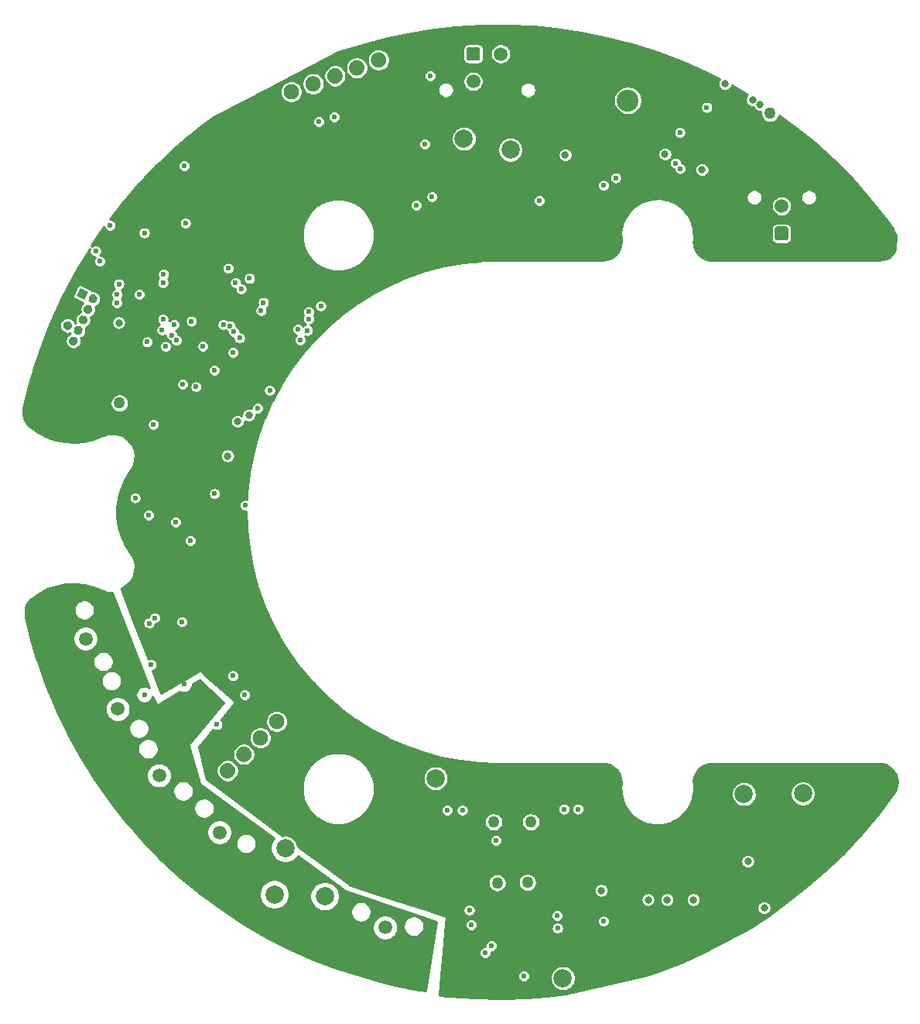
<source format=gbr>
G04 #@! TF.GenerationSoftware,KiCad,Pcbnew,(5.1.7)-1*
G04 #@! TF.CreationDate,2021-02-01T12:22:18-08:00*
G04 #@! TF.ProjectId,LCP_PowerControl,4c43505f-506f-4776-9572-436f6e74726f,rev?*
G04 #@! TF.SameCoordinates,Original*
G04 #@! TF.FileFunction,Copper,L2,Inr*
G04 #@! TF.FilePolarity,Positive*
%FSLAX46Y46*%
G04 Gerber Fmt 4.6, Leading zero omitted, Abs format (unit mm)*
G04 Created by KiCad (PCBNEW (5.1.7)-1) date 2021-02-01 12:22:18*
%MOMM*%
%LPD*%
G01*
G04 APERTURE LIST*
G04 #@! TA.AperFunction,ComponentPad*
%ADD10C,0.100000*%
G04 #@! TD*
G04 #@! TA.AperFunction,ComponentPad*
%ADD11C,1.500000*%
G04 #@! TD*
G04 #@! TA.AperFunction,ComponentPad*
%ADD12O,2.400000X2.400000*%
G04 #@! TD*
G04 #@! TA.AperFunction,ComponentPad*
%ADD13C,2.400000*%
G04 #@! TD*
G04 #@! TA.AperFunction,ComponentPad*
%ADD14R,2.400000X2.400000*%
G04 #@! TD*
G04 #@! TA.AperFunction,ComponentPad*
%ADD15C,0.600000*%
G04 #@! TD*
G04 #@! TA.AperFunction,ComponentPad*
%ADD16C,2.000000*%
G04 #@! TD*
G04 #@! TA.AperFunction,ComponentPad*
%ADD17C,2.010000*%
G04 #@! TD*
G04 #@! TA.AperFunction,ViaPad*
%ADD18C,0.600000*%
G04 #@! TD*
G04 #@! TA.AperFunction,ViaPad*
%ADD19C,0.800000*%
G04 #@! TD*
G04 #@! TA.AperFunction,ViaPad*
%ADD20C,1.270000*%
G04 #@! TD*
G04 #@! TA.AperFunction,Conductor*
%ADD21C,0.203200*%
G04 #@! TD*
G04 #@! TA.AperFunction,Conductor*
%ADD22C,0.254000*%
G04 #@! TD*
G04 #@! TA.AperFunction,Conductor*
%ADD23C,0.100000*%
G04 #@! TD*
G04 APERTURE END LIST*
G04 #@! TA.AperFunction,ComponentPad*
G36*
G01*
X91935154Y-126521964D02*
X91935154Y-126521964D01*
G75*
G02*
X93137236Y-126521964I601041J-601041D01*
G01*
X93137236Y-126521964D01*
G75*
G02*
X93137236Y-127724046I-601041J-601041D01*
G01*
X93137236Y-127724046D01*
G75*
G02*
X91935154Y-127724046I-601041J601041D01*
G01*
X91935154Y-127724046D01*
G75*
G02*
X91935154Y-126521964I601041J601041D01*
G01*
G37*
G04 #@! TD.AperFunction*
G04 #@! TA.AperFunction,ComponentPad*
G36*
G01*
X93731205Y-124725913D02*
X93731205Y-124725913D01*
G75*
G02*
X94933287Y-124725913I601041J-601041D01*
G01*
X94933287Y-124725913D01*
G75*
G02*
X94933287Y-125927995I-601041J-601041D01*
G01*
X94933287Y-125927995D01*
G75*
G02*
X93731205Y-125927995I-601041J601041D01*
G01*
X93731205Y-125927995D01*
G75*
G02*
X93731205Y-124725913I601041J601041D01*
G01*
G37*
G04 #@! TD.AperFunction*
G04 #@! TA.AperFunction,ComponentPad*
G36*
G01*
X95527257Y-122929861D02*
X95527257Y-122929861D01*
G75*
G02*
X96729339Y-122929861I601041J-601041D01*
G01*
X96729339Y-122929861D01*
G75*
G02*
X96729339Y-124131943I-601041J-601041D01*
G01*
X96729339Y-124131943D01*
G75*
G02*
X95527257Y-124131943I-601041J601041D01*
G01*
X95527257Y-124131943D01*
G75*
G02*
X95527257Y-122929861I601041J601041D01*
G01*
G37*
G04 #@! TD.AperFunction*
G04 #@! TA.AperFunction,ComponentPad*
G36*
G01*
X97323308Y-121133810D02*
X97323308Y-121133810D01*
G75*
G02*
X98525390Y-121133810I601041J-601041D01*
G01*
X98525390Y-121133810D01*
G75*
G02*
X98525390Y-122335892I-601041J-601041D01*
G01*
X98525390Y-122335892D01*
G75*
G02*
X97323308Y-122335892I-601041J601041D01*
G01*
X97323308Y-122335892D01*
G75*
G02*
X97323308Y-121133810I601041J601041D01*
G01*
G37*
G04 #@! TD.AperFunction*
G04 #@! TA.AperFunction,ComponentPad*
D10*
G36*
X98518318Y-119938800D02*
G01*
X99720400Y-118736718D01*
X100922482Y-119938800D01*
X99720400Y-121140882D01*
X98518318Y-119938800D01*
G37*
G04 #@! TD.AperFunction*
D11*
X122430800Y-51768000D03*
X119430800Y-51768000D03*
X122430800Y-48768000D03*
G04 #@! TA.AperFunction,ComponentPad*
G36*
G01*
X118680800Y-49268000D02*
X118680800Y-48268000D01*
G75*
G02*
X118930800Y-48018000I250000J0D01*
G01*
X119930800Y-48018000D01*
G75*
G02*
X120180800Y-48268000I0J-250000D01*
G01*
X120180800Y-49268000D01*
G75*
G02*
X119930800Y-49518000I-250000J0D01*
G01*
X118930800Y-49518000D01*
G75*
G02*
X118680800Y-49268000I0J250000D01*
G01*
G37*
G04 #@! TD.AperFunction*
G04 #@! TA.AperFunction,ComponentPad*
G36*
G01*
X75210121Y-79933702D02*
X75210121Y-79933702D01*
G75*
G02*
X75874584Y-79691857I453154J-211309D01*
G01*
X75874584Y-79691857D01*
G75*
G02*
X76116429Y-80356320I-211309J-453154D01*
G01*
X76116429Y-80356320D01*
G75*
G02*
X75451966Y-80598165I-453154J211309D01*
G01*
X75451966Y-80598165D01*
G75*
G02*
X75210121Y-79933702I211309J453154D01*
G01*
G37*
G04 #@! TD.AperFunction*
G04 #@! TA.AperFunction,ComponentPad*
G36*
G01*
X74059110Y-79396977D02*
X74059110Y-79396977D01*
G75*
G02*
X74723573Y-79155132I453154J-211309D01*
G01*
X74723573Y-79155132D01*
G75*
G02*
X74965418Y-79819595I-211309J-453154D01*
G01*
X74965418Y-79819595D01*
G75*
G02*
X74300955Y-80061440I-453154J211309D01*
G01*
X74300955Y-80061440D01*
G75*
G02*
X74059110Y-79396977I211309J453154D01*
G01*
G37*
G04 #@! TD.AperFunction*
G04 #@! TA.AperFunction,ComponentPad*
G36*
G01*
X75746846Y-78782691D02*
X75746846Y-78782691D01*
G75*
G02*
X76411309Y-78540846I453154J-211309D01*
G01*
X76411309Y-78540846D01*
G75*
G02*
X76653154Y-79205309I-211309J-453154D01*
G01*
X76653154Y-79205309D01*
G75*
G02*
X75988691Y-79447154I-453154J211309D01*
G01*
X75988691Y-79447154D01*
G75*
G02*
X75746846Y-78782691I211309J453154D01*
G01*
G37*
G04 #@! TD.AperFunction*
G04 #@! TA.AperFunction,ComponentPad*
G36*
G01*
X74595835Y-78245966D02*
X74595835Y-78245966D01*
G75*
G02*
X75260298Y-78004121I453154J-211309D01*
G01*
X75260298Y-78004121D01*
G75*
G02*
X75502143Y-78668584I-211309J-453154D01*
G01*
X75502143Y-78668584D01*
G75*
G02*
X74837680Y-78910429I-453154J211309D01*
G01*
X74837680Y-78910429D01*
G75*
G02*
X74595835Y-78245966I211309J453154D01*
G01*
G37*
G04 #@! TD.AperFunction*
G04 #@! TA.AperFunction,ComponentPad*
G36*
G01*
X76283572Y-77631680D02*
X76283572Y-77631680D01*
G75*
G02*
X76948035Y-77389835I453154J-211309D01*
G01*
X76948035Y-77389835D01*
G75*
G02*
X77189880Y-78054298I-211309J-453154D01*
G01*
X77189880Y-78054298D01*
G75*
G02*
X76525417Y-78296143I-453154J211309D01*
G01*
X76525417Y-78296143D01*
G75*
G02*
X76283572Y-77631680I211309J453154D01*
G01*
G37*
G04 #@! TD.AperFunction*
G04 #@! TA.AperFunction,ComponentPad*
G36*
G01*
X75132561Y-77094955D02*
X75132561Y-77094955D01*
G75*
G02*
X75797024Y-76853110I453154J-211309D01*
G01*
X75797024Y-76853110D01*
G75*
G02*
X76038869Y-77517573I-211309J-453154D01*
G01*
X76038869Y-77517573D01*
G75*
G02*
X75374406Y-77759418I-453154J211309D01*
G01*
X75374406Y-77759418D01*
G75*
G02*
X75132561Y-77094955I211309J453154D01*
G01*
G37*
G04 #@! TD.AperFunction*
G04 #@! TA.AperFunction,ComponentPad*
G36*
G01*
X76820297Y-76480669D02*
X76820297Y-76480669D01*
G75*
G02*
X77484760Y-76238824I453154J-211309D01*
G01*
X77484760Y-76238824D01*
G75*
G02*
X77726605Y-76903287I-211309J-453154D01*
G01*
X77726605Y-76903287D01*
G75*
G02*
X77062142Y-77145132I-453154J211309D01*
G01*
X77062142Y-77145132D01*
G75*
G02*
X76820297Y-76480669I211309J453154D01*
G01*
G37*
G04 #@! TD.AperFunction*
G04 #@! TA.AperFunction,ComponentPad*
G36*
G01*
X75669286Y-75943944D02*
X75669286Y-75943944D01*
G75*
G02*
X76333749Y-75702099I453154J-211309D01*
G01*
X76333749Y-75702099D01*
G75*
G02*
X76575594Y-76366562I-211309J-453154D01*
G01*
X76575594Y-76366562D01*
G75*
G02*
X75911131Y-76608407I-453154J211309D01*
G01*
X75911131Y-76608407D01*
G75*
G02*
X75669286Y-75943944I211309J453154D01*
G01*
G37*
G04 #@! TD.AperFunction*
G04 #@! TA.AperFunction,ComponentPad*
G36*
G01*
X77357022Y-75329658D02*
X77357022Y-75329658D01*
G75*
G02*
X78021485Y-75087813I453154J-211309D01*
G01*
X78021485Y-75087813D01*
G75*
G02*
X78263330Y-75752276I-211309J-453154D01*
G01*
X78263330Y-75752276D01*
G75*
G02*
X77598867Y-75994121I-453154J211309D01*
G01*
X77598867Y-75994121D01*
G75*
G02*
X77357022Y-75329658I211309J453154D01*
G01*
G37*
G04 #@! TD.AperFunction*
G04 #@! TA.AperFunction,ComponentPad*
D10*
G36*
X75994702Y-75246087D02*
G01*
X76417320Y-74339779D01*
X77323628Y-74762397D01*
X76901010Y-75668705D01*
X75994702Y-75246087D01*
G37*
G04 #@! TD.AperFunction*
D12*
X89217500Y-120078500D03*
D13*
X89217500Y-64198500D03*
D14*
X131347200Y-53848000D03*
D13*
X136347200Y-53848000D03*
G04 #@! TA.AperFunction,ComponentPad*
G36*
G01*
X99230387Y-52109717D02*
X99230387Y-52109717D01*
G75*
G02*
X100319843Y-52617739I290717J-798739D01*
G01*
X100319843Y-52617739D01*
G75*
G02*
X99811821Y-53707195I-798739J-290717D01*
G01*
X99811821Y-53707195D01*
G75*
G02*
X98722365Y-53199173I-290717J798739D01*
G01*
X98722365Y-53199173D01*
G75*
G02*
X99230387Y-52109717I798739J290717D01*
G01*
G37*
G04 #@! TD.AperFunction*
G04 #@! TA.AperFunction,ComponentPad*
G36*
G01*
X101617206Y-51240986D02*
X101617206Y-51240986D01*
G75*
G02*
X102706662Y-51749008I290717J-798739D01*
G01*
X102706662Y-51749008D01*
G75*
G02*
X102198640Y-52838464I-798739J-290717D01*
G01*
X102198640Y-52838464D01*
G75*
G02*
X101109184Y-52330442I-290717J798739D01*
G01*
X101109184Y-52330442D01*
G75*
G02*
X101617206Y-51240986I798739J290717D01*
G01*
G37*
G04 #@! TD.AperFunction*
G04 #@! TA.AperFunction,ComponentPad*
G36*
G01*
X104004025Y-50372254D02*
X104004025Y-50372254D01*
G75*
G02*
X105093481Y-50880276I290717J-798739D01*
G01*
X105093481Y-50880276D01*
G75*
G02*
X104585459Y-51969732I-798739J-290717D01*
G01*
X104585459Y-51969732D01*
G75*
G02*
X103496003Y-51461710I-290717J798739D01*
G01*
X103496003Y-51461710D01*
G75*
G02*
X104004025Y-50372254I798739J290717D01*
G01*
G37*
G04 #@! TD.AperFunction*
G04 #@! TA.AperFunction,ComponentPad*
G36*
G01*
X106390844Y-49503523D02*
X106390844Y-49503523D01*
G75*
G02*
X107480300Y-50011545I290717J-798739D01*
G01*
X107480300Y-50011545D01*
G75*
G02*
X106972278Y-51101001I-798739J-290717D01*
G01*
X106972278Y-51101001D01*
G75*
G02*
X105882822Y-50592979I-290717J798739D01*
G01*
X105882822Y-50592979D01*
G75*
G02*
X106390844Y-49503523I798739J290717D01*
G01*
G37*
G04 #@! TD.AperFunction*
G04 #@! TA.AperFunction,ComponentPad*
G36*
G01*
X108777664Y-48634792D02*
X108777664Y-48634792D01*
G75*
G02*
X109867120Y-49142814I290717J-798739D01*
G01*
X109867120Y-49142814D01*
G75*
G02*
X109359098Y-50232270I-798739J-290717D01*
G01*
X109359098Y-50232270D01*
G75*
G02*
X108269642Y-49724248I-290717J798739D01*
G01*
X108269642Y-49724248D01*
G75*
G02*
X108777664Y-48634792I798739J290717D01*
G01*
G37*
G04 #@! TD.AperFunction*
G04 #@! TA.AperFunction,ComponentPad*
D10*
G36*
X110365744Y-48056778D02*
G01*
X111963222Y-47475344D01*
X112544656Y-49072822D01*
X110947178Y-49654256D01*
X110365744Y-48056778D01*
G37*
G04 #@! TD.AperFunction*
D11*
X153162000Y-65389500D03*
G04 #@! TA.AperFunction,ComponentPad*
G36*
G01*
X153912000Y-67889500D02*
X153912000Y-68889500D01*
G75*
G02*
X153662000Y-69139500I-250000J0D01*
G01*
X152662000Y-69139500D01*
G75*
G02*
X152412000Y-68889500I0J250000D01*
G01*
X152412000Y-67889500D01*
G75*
G02*
X152662000Y-67639500I250000J0D01*
G01*
X153662000Y-67639500D01*
G75*
G02*
X153912000Y-67889500I0J-250000D01*
G01*
G37*
G04 #@! TD.AperFunction*
D15*
X145304048Y-57261183D03*
X146081865Y-56483365D03*
X146859683Y-55705548D03*
X146081865Y-58039000D03*
X146859683Y-57261183D03*
X147637500Y-56483365D03*
X146859683Y-58816817D03*
X147637500Y-58039000D03*
X148415317Y-57261183D03*
X147637500Y-59594635D03*
X148415317Y-58816817D03*
X149193135Y-58039000D03*
X149970952Y-58816817D03*
X149193135Y-59594635D03*
X148415317Y-60372452D03*
D16*
X103187500Y-140843000D03*
X129222500Y-149796500D03*
X155511500Y-129603500D03*
X149034500Y-129667000D03*
X161480500Y-129413000D03*
X115316000Y-127952500D03*
D11*
X109793257Y-144244423D03*
G04 #@! TA.AperFunction,ComponentPad*
G36*
G01*
X109870653Y-146853352D02*
X109611834Y-147819277D01*
G75*
G02*
X109305648Y-147996053I-241481J64705D01*
G01*
X108339723Y-147737234D01*
G75*
G02*
X108162947Y-147431048I64705J241481D01*
G01*
X108421766Y-146465123D01*
G75*
G02*
X108727952Y-146288347I241481J-64705D01*
G01*
X109693877Y-146547166D01*
G75*
G02*
X109870653Y-146853352I-64705J-241481D01*
G01*
G37*
G04 #@! TD.AperFunction*
X91666563Y-133871267D03*
G04 #@! TA.AperFunction,ComponentPad*
G36*
G01*
X90634127Y-136268469D02*
X89991339Y-137034513D01*
G75*
G02*
X89639131Y-137065327I-191511J160697D01*
G01*
X88873087Y-136422539D01*
G75*
G02*
X88842273Y-136070331I160697J191511D01*
G01*
X89485061Y-135304287D01*
G75*
G02*
X89837269Y-135273473I191511J-160697D01*
G01*
X90603313Y-135916261D01*
G75*
G02*
X90634127Y-136268469I-160697J-191511D01*
G01*
G37*
G04 #@! TD.AperFunction*
X77012478Y-112689740D03*
G04 #@! TA.AperFunction,ComponentPad*
G36*
G01*
X74919761Y-114249559D02*
X73980069Y-114591579D01*
G75*
G02*
X73659641Y-114442161I-85505J234923D01*
G01*
X73317621Y-113502469D01*
G75*
G02*
X73467039Y-113182041I234923J85505D01*
G01*
X74406731Y-112840021D01*
G75*
G02*
X74727159Y-112989439I85505J-234923D01*
G01*
X75069179Y-113929131D01*
G75*
G02*
X74919761Y-114249559I-234923J-85505D01*
G01*
G37*
G04 #@! TD.AperFunction*
X85051333Y-127637037D03*
G04 #@! TA.AperFunction,ComponentPad*
G36*
G01*
X83618313Y-129818539D02*
X82852269Y-130461327D01*
G75*
G02*
X82500061Y-130430513I-160697J191511D01*
G01*
X81857273Y-129664469D01*
G75*
G02*
X81888087Y-129312261I191511J160697D01*
G01*
X82654131Y-128669473D01*
G75*
G02*
X83006339Y-128700287I160697J-191511D01*
G01*
X83649127Y-129466331D01*
G75*
G02*
X83618313Y-129818539I-191511J-160697D01*
G01*
G37*
G04 #@! TD.AperFunction*
X80525276Y-120369200D03*
G04 #@! TA.AperFunction,ComponentPad*
G36*
G01*
X78735213Y-122268719D02*
X77869187Y-122768719D01*
G75*
G02*
X77527681Y-122677213I-125000J216506D01*
G01*
X77027681Y-121811187D01*
G75*
G02*
X77119187Y-121469681I216506J125000D01*
G01*
X77985213Y-120969681D01*
G75*
G02*
X78326719Y-121061187I125000J-216506D01*
G01*
X78826719Y-121927213D01*
G75*
G02*
X78735213Y-122268719I-216506J-125000D01*
G01*
G37*
G04 #@! TD.AperFunction*
D17*
X123494800Y-59232800D03*
X118394800Y-58032800D03*
X98863000Y-135552500D03*
X97663000Y-140652500D03*
D18*
X84391500Y-113411000D03*
X88582500Y-113919000D03*
X91186000Y-116903500D03*
X87757000Y-117665500D03*
X86995000Y-113284000D03*
X85725000Y-113220500D03*
X119888000Y-141287500D03*
X128270000Y-141541500D03*
X123761500Y-147510500D03*
X122682000Y-150558500D03*
X119253000Y-148272500D03*
D19*
X131254500Y-148209000D03*
X116903500Y-147002500D03*
X115620800Y-134620000D03*
X153098500Y-133858000D03*
X133159500Y-136779000D03*
X155575000Y-138493500D03*
X130048000Y-135953500D03*
X148907500Y-143764000D03*
D20*
X71374000Y-86931500D03*
X78105000Y-89979500D03*
D19*
X80010000Y-81089500D03*
D18*
X79438500Y-71374000D03*
D19*
X89979500Y-90678000D03*
X89890590Y-104300068D03*
X156210000Y-59436000D03*
X147002500Y-65405000D03*
X98042039Y-81718130D03*
D18*
X89923910Y-78134148D03*
D19*
X92741757Y-111537422D03*
D18*
X82042000Y-107315000D03*
X83711894Y-111712737D03*
X82105500Y-101600000D03*
X91376500Y-87630000D03*
X91634483Y-71400320D03*
D19*
X79673333Y-78497869D03*
D18*
X94437200Y-58674000D03*
X121361200Y-64719200D03*
X98602800Y-78689200D03*
X121412000Y-146240500D03*
X124968000Y-149542500D03*
X116586000Y-131445000D03*
X118237000Y-131445000D03*
X130873500Y-131318000D03*
X129349500Y-131318000D03*
X121920000Y-134747000D03*
D20*
X151901981Y-55255394D03*
X125727600Y-132717400D03*
X121663600Y-132717400D03*
D19*
X150812500Y-54292500D03*
X146963312Y-52016574D03*
X149987000Y-53784500D03*
X143510000Y-141224000D03*
X140652500Y-141224000D03*
X138557000Y-141224000D03*
X133413500Y-140208000D03*
D20*
X80708500Y-86931500D03*
D18*
X83439000Y-68326000D03*
X93154500Y-81407000D03*
X89098410Y-85153013D03*
X88582500Y-77978000D03*
X86868000Y-99949000D03*
X92622194Y-72195815D03*
D19*
X80649784Y-78144724D03*
D18*
X82867500Y-75057000D03*
X87934800Y-67259200D03*
X126644400Y-64820800D03*
X114147600Y-58623200D03*
D19*
X140411200Y-59740800D03*
X129489200Y-59791600D03*
D18*
X91389200Y-122072400D03*
X87782400Y-61010800D03*
X83439000Y-118808500D03*
X128651000Y-144335500D03*
X128587500Y-142938500D03*
X133667500Y-143573500D03*
X118999000Y-142367000D03*
X119189500Y-143954500D03*
D19*
X149479000Y-137033000D03*
D20*
X125349000Y-139319000D03*
X122047000Y-139382500D03*
D18*
X120713500Y-147002500D03*
X84188661Y-115518839D03*
X78105000Y-70294500D03*
X85478457Y-73779543D03*
X79692500Y-67500500D03*
X85548855Y-72856776D03*
X102514400Y-56184800D03*
X104241600Y-55676800D03*
D19*
X94869000Y-88265000D03*
D18*
X86934544Y-80076545D03*
X94425114Y-118830604D03*
D19*
X93628888Y-88939703D03*
D18*
X85762340Y-80745840D03*
D19*
X92563990Y-92710000D03*
D18*
X83753750Y-80246510D03*
X93116400Y-116738400D03*
X100482400Y-80060800D03*
X142036800Y-57353200D03*
X93228678Y-79112235D03*
X86423500Y-79502000D03*
X85383733Y-78947990D03*
X80412005Y-75967005D03*
X80454500Y-75057000D03*
X86677500Y-78359000D03*
X94030800Y-74472800D03*
X96215200Y-76809600D03*
X114920345Y-64374345D03*
X101429201Y-77720909D03*
X93421200Y-73761600D03*
X96469200Y-75946000D03*
X113182400Y-65328800D03*
X114706400Y-51155600D03*
X101429201Y-76937420D03*
X94488000Y-98107500D03*
X82433445Y-97295025D03*
X91122500Y-96837500D03*
X84437510Y-89257589D03*
X83883500Y-99187000D03*
X88455500Y-101981000D03*
X144983200Y-54610000D03*
X92073799Y-78338440D03*
X101287934Y-78989210D03*
X135020261Y-62316250D03*
X92811600Y-78486000D03*
X100228400Y-78841600D03*
X87648017Y-84855115D03*
X93853000Y-79819500D03*
X94945200Y-73304400D03*
X133698956Y-63134647D03*
X102743090Y-76309991D03*
X95821500Y-87503000D03*
X142049500Y-61307679D03*
X91118586Y-83357925D03*
D19*
X144466666Y-61408666D03*
X151257000Y-142113000D03*
D18*
X141541500Y-60706000D03*
X97155000Y-85534500D03*
X89850545Y-80706545D03*
X84582485Y-110418590D03*
X87531705Y-110836205D03*
X83947000Y-110998000D03*
X80645000Y-73914000D03*
X85475142Y-77770152D03*
X78549500Y-71437500D03*
D21*
X105791000Y-148336000D02*
X105918000Y-148336000D01*
D22*
X76840539Y-106805369D02*
X77831802Y-107044145D01*
X78772100Y-107411360D01*
X78977049Y-107493891D01*
X79027866Y-107508784D01*
X79077762Y-107526499D01*
X79088078Y-107528984D01*
X79472523Y-107618779D01*
X79540793Y-107627824D01*
X79608961Y-107637826D01*
X79619563Y-107638260D01*
X79935294Y-107648993D01*
X84011793Y-118066713D01*
X83881889Y-117979914D01*
X83711729Y-117909432D01*
X83531089Y-117873500D01*
X83346911Y-117873500D01*
X83166271Y-117909432D01*
X82996111Y-117979914D01*
X82842972Y-118082238D01*
X82712738Y-118212472D01*
X82610414Y-118365611D01*
X82539932Y-118535771D01*
X82504000Y-118716411D01*
X82504000Y-118900589D01*
X82539932Y-119081229D01*
X82610414Y-119251389D01*
X82712738Y-119404528D01*
X82842972Y-119534762D01*
X82996111Y-119637086D01*
X83166271Y-119707568D01*
X83346911Y-119743500D01*
X83531089Y-119743500D01*
X83711729Y-119707568D01*
X83881889Y-119637086D01*
X84035028Y-119534762D01*
X84165262Y-119404528D01*
X84267586Y-119251389D01*
X84338068Y-119081229D01*
X84361898Y-118961427D01*
X84717732Y-119870779D01*
X84729033Y-119892962D01*
X84744445Y-119912515D01*
X84763375Y-119928685D01*
X84785096Y-119940852D01*
X84808773Y-119948547D01*
X84833497Y-119951475D01*
X84858317Y-119949524D01*
X84882279Y-119942768D01*
X84900907Y-119933661D01*
X87318767Y-118496014D01*
X87484271Y-118564568D01*
X87664911Y-118600500D01*
X87849089Y-118600500D01*
X88029729Y-118564568D01*
X88199889Y-118494086D01*
X88353028Y-118391762D01*
X88483262Y-118261528D01*
X88585586Y-118108389D01*
X88656068Y-117938229D01*
X88692000Y-117757589D01*
X88692000Y-117679497D01*
X89518074Y-117188318D01*
X92154281Y-119644784D01*
X88294652Y-124251438D01*
X88280610Y-124271997D01*
X88270850Y-124294900D01*
X88265745Y-124319267D01*
X88265492Y-124344163D01*
X88270101Y-124368632D01*
X89476601Y-128496132D01*
X89485895Y-128519229D01*
X89499516Y-128540068D01*
X89523220Y-128562783D01*
X97593604Y-134502586D01*
X97589129Y-134507061D01*
X97409651Y-134775669D01*
X97286025Y-135074130D01*
X97223000Y-135390974D01*
X97223000Y-135714026D01*
X97286025Y-136030870D01*
X97409651Y-136329331D01*
X97589129Y-136597939D01*
X97817561Y-136826371D01*
X98086169Y-137005849D01*
X98384630Y-137129475D01*
X98701474Y-137192500D01*
X99024526Y-137192500D01*
X99341370Y-137129475D01*
X99639831Y-137005849D01*
X99908439Y-136826371D01*
X100136871Y-136597939D01*
X100236982Y-136448112D01*
X105398220Y-140246783D01*
X105419621Y-140259504D01*
X105433111Y-140264906D01*
X115364833Y-143596433D01*
X114211877Y-151148291D01*
X112945279Y-150960790D01*
X110139303Y-150388856D01*
X108949203Y-150078400D01*
X104184628Y-148621001D01*
X101963885Y-147776505D01*
X99346169Y-146615366D01*
X96795098Y-145314372D01*
X94715743Y-144108012D01*
X108408257Y-144108012D01*
X108408257Y-144380834D01*
X108461482Y-144648412D01*
X108565886Y-144900466D01*
X108717458Y-145127309D01*
X108910371Y-145320222D01*
X109137214Y-145471794D01*
X109389268Y-145576198D01*
X109656846Y-145629423D01*
X109929668Y-145629423D01*
X110197246Y-145576198D01*
X110449300Y-145471794D01*
X110676143Y-145320222D01*
X110869056Y-145127309D01*
X111020628Y-144900466D01*
X111125032Y-144648412D01*
X111178257Y-144380834D01*
X111178257Y-144108012D01*
X111156995Y-144001121D01*
X111799325Y-144001121D01*
X111799325Y-144224697D01*
X111842942Y-144443976D01*
X111928501Y-144650533D01*
X112052713Y-144836429D01*
X112210805Y-144994521D01*
X112396701Y-145118733D01*
X112603258Y-145204292D01*
X112822537Y-145247909D01*
X113046113Y-145247909D01*
X113265392Y-145204292D01*
X113471949Y-145118733D01*
X113657845Y-144994521D01*
X113815937Y-144836429D01*
X113940149Y-144650533D01*
X114025708Y-144443976D01*
X114069325Y-144224697D01*
X114069325Y-144001121D01*
X114025708Y-143781842D01*
X113940149Y-143575285D01*
X113815937Y-143389389D01*
X113657845Y-143231297D01*
X113471949Y-143107085D01*
X113265392Y-143021526D01*
X113046113Y-142977909D01*
X112822537Y-142977909D01*
X112603258Y-143021526D01*
X112396701Y-143107085D01*
X112210805Y-143231297D01*
X112052713Y-143389389D01*
X111928501Y-143575285D01*
X111842942Y-143781842D01*
X111799325Y-144001121D01*
X111156995Y-144001121D01*
X111125032Y-143840434D01*
X111020628Y-143588380D01*
X110869056Y-143361537D01*
X110676143Y-143168624D01*
X110449300Y-143017052D01*
X110197246Y-142912648D01*
X109929668Y-142859423D01*
X109656846Y-142859423D01*
X109389268Y-142912648D01*
X109137214Y-143017052D01*
X108910371Y-143168624D01*
X108717458Y-143361537D01*
X108565886Y-143588380D01*
X108461482Y-143840434D01*
X108408257Y-144108012D01*
X94715743Y-144108012D01*
X94318104Y-143877318D01*
X91922453Y-142308416D01*
X89615134Y-140612243D01*
X89467607Y-140490974D01*
X96023000Y-140490974D01*
X96023000Y-140814026D01*
X96086025Y-141130870D01*
X96209651Y-141429331D01*
X96389129Y-141697939D01*
X96617561Y-141926371D01*
X96886169Y-142105849D01*
X97184630Y-142229475D01*
X97501474Y-142292500D01*
X97824526Y-142292500D01*
X98141370Y-142229475D01*
X98439831Y-142105849D01*
X98708439Y-141926371D01*
X98936871Y-141697939D01*
X99116349Y-141429331D01*
X99239975Y-141130870D01*
X99303000Y-140814026D01*
X99303000Y-140681967D01*
X101552500Y-140681967D01*
X101552500Y-141004033D01*
X101615332Y-141319912D01*
X101738582Y-141617463D01*
X101917513Y-141885252D01*
X102145248Y-142112987D01*
X102413037Y-142291918D01*
X102710588Y-142415168D01*
X103026467Y-142478000D01*
X103348533Y-142478000D01*
X103498313Y-142448207D01*
X106003770Y-142448207D01*
X106003770Y-142671783D01*
X106047387Y-142891062D01*
X106132946Y-143097619D01*
X106257158Y-143283515D01*
X106415250Y-143441607D01*
X106601146Y-143565819D01*
X106807703Y-143651378D01*
X107026982Y-143694995D01*
X107250558Y-143694995D01*
X107469837Y-143651378D01*
X107676394Y-143565819D01*
X107862290Y-143441607D01*
X108020382Y-143283515D01*
X108144594Y-143097619D01*
X108230153Y-142891062D01*
X108273770Y-142671783D01*
X108273770Y-142448207D01*
X108230153Y-142228928D01*
X108144594Y-142022371D01*
X108020382Y-141836475D01*
X107862290Y-141678383D01*
X107676394Y-141554171D01*
X107469837Y-141468612D01*
X107250558Y-141424995D01*
X107026982Y-141424995D01*
X106807703Y-141468612D01*
X106601146Y-141554171D01*
X106415250Y-141678383D01*
X106257158Y-141836475D01*
X106132946Y-142022371D01*
X106047387Y-142228928D01*
X106003770Y-142448207D01*
X103498313Y-142448207D01*
X103664412Y-142415168D01*
X103961963Y-142291918D01*
X104229752Y-142112987D01*
X104457487Y-141885252D01*
X104636418Y-141617463D01*
X104759668Y-141319912D01*
X104822500Y-141004033D01*
X104822500Y-140681967D01*
X104759668Y-140366088D01*
X104636418Y-140068537D01*
X104457487Y-139800748D01*
X104229752Y-139573013D01*
X103961963Y-139394082D01*
X103664412Y-139270832D01*
X103348533Y-139208000D01*
X103026467Y-139208000D01*
X102710588Y-139270832D01*
X102413037Y-139394082D01*
X102145248Y-139573013D01*
X101917513Y-139800748D01*
X101738582Y-140068537D01*
X101615332Y-140366088D01*
X101552500Y-140681967D01*
X99303000Y-140681967D01*
X99303000Y-140490974D01*
X99239975Y-140174130D01*
X99116349Y-139875669D01*
X98936871Y-139607061D01*
X98708439Y-139378629D01*
X98439831Y-139199151D01*
X98141370Y-139075525D01*
X97824526Y-139012500D01*
X97501474Y-139012500D01*
X97184630Y-139075525D01*
X96886169Y-139199151D01*
X96617561Y-139378629D01*
X96389129Y-139607061D01*
X96209651Y-139875669D01*
X96086025Y-140174130D01*
X96023000Y-140490974D01*
X89467607Y-140490974D01*
X87402928Y-138793783D01*
X85292308Y-136858357D01*
X83289436Y-134811619D01*
X82344164Y-133734856D01*
X90281563Y-133734856D01*
X90281563Y-134007678D01*
X90334788Y-134275256D01*
X90439192Y-134527310D01*
X90590764Y-134754153D01*
X90783677Y-134947066D01*
X91010520Y-135098638D01*
X91262574Y-135203042D01*
X91530152Y-135256267D01*
X91802974Y-135256267D01*
X92070552Y-135203042D01*
X92322606Y-135098638D01*
X92518478Y-134967760D01*
X93433917Y-134967760D01*
X93433917Y-135191336D01*
X93477534Y-135410615D01*
X93563093Y-135617172D01*
X93687305Y-135803068D01*
X93845397Y-135961160D01*
X94031293Y-136085372D01*
X94237850Y-136170931D01*
X94457129Y-136214548D01*
X94680705Y-136214548D01*
X94899984Y-136170931D01*
X95106541Y-136085372D01*
X95292437Y-135961160D01*
X95450529Y-135803068D01*
X95574741Y-135617172D01*
X95660300Y-135410615D01*
X95703917Y-135191336D01*
X95703917Y-134967760D01*
X95660300Y-134748481D01*
X95574741Y-134541924D01*
X95450529Y-134356028D01*
X95292437Y-134197936D01*
X95106541Y-134073724D01*
X94899984Y-133988165D01*
X94680705Y-133944548D01*
X94457129Y-133944548D01*
X94237850Y-133988165D01*
X94031293Y-134073724D01*
X93845397Y-134197936D01*
X93687305Y-134356028D01*
X93563093Y-134541924D01*
X93477534Y-134748481D01*
X93433917Y-134967760D01*
X92518478Y-134967760D01*
X92549449Y-134947066D01*
X92742362Y-134754153D01*
X92893934Y-134527310D01*
X92998338Y-134275256D01*
X93051563Y-134007678D01*
X93051563Y-133734856D01*
X92998338Y-133467278D01*
X92893934Y-133215224D01*
X92742362Y-132988381D01*
X92549449Y-132795468D01*
X92322606Y-132643896D01*
X92070552Y-132539492D01*
X91802974Y-132486267D01*
X91530152Y-132486267D01*
X91262574Y-132539492D01*
X91010520Y-132643896D01*
X90783677Y-132795468D01*
X90590764Y-132988381D01*
X90439192Y-133215224D01*
X90334788Y-133467278D01*
X90281563Y-133734856D01*
X82344164Y-133734856D01*
X81400184Y-132659565D01*
X80182513Y-131111034D01*
X88837650Y-131111034D01*
X88837650Y-131334610D01*
X88881267Y-131553889D01*
X88966826Y-131760446D01*
X89091038Y-131946342D01*
X89249130Y-132104434D01*
X89435026Y-132228646D01*
X89641583Y-132314205D01*
X89860862Y-132357822D01*
X90084438Y-132357822D01*
X90303717Y-132314205D01*
X90510274Y-132228646D01*
X90696170Y-132104434D01*
X90854262Y-131946342D01*
X90978474Y-131760446D01*
X91064033Y-131553889D01*
X91107650Y-131334610D01*
X91107650Y-131111034D01*
X91064033Y-130891755D01*
X90978474Y-130685198D01*
X90854262Y-130499302D01*
X90696170Y-130341210D01*
X90510274Y-130216998D01*
X90303717Y-130131439D01*
X90084438Y-130087822D01*
X89860862Y-130087822D01*
X89641583Y-130131439D01*
X89435026Y-130216998D01*
X89249130Y-130341210D01*
X89091038Y-130499302D01*
X88966826Y-130685198D01*
X88881267Y-130891755D01*
X88837650Y-131111034D01*
X80182513Y-131111034D01*
X79630077Y-130408494D01*
X78794841Y-129219162D01*
X86564778Y-129219162D01*
X86564778Y-129442738D01*
X86608395Y-129662017D01*
X86693954Y-129868574D01*
X86818166Y-130054470D01*
X86976258Y-130212562D01*
X87162154Y-130336774D01*
X87368711Y-130422333D01*
X87587990Y-130465950D01*
X87811566Y-130465950D01*
X88030845Y-130422333D01*
X88237402Y-130336774D01*
X88423298Y-130212562D01*
X88581390Y-130054470D01*
X88705602Y-129868574D01*
X88791161Y-129662017D01*
X88834778Y-129442738D01*
X88834778Y-129219162D01*
X88791161Y-128999883D01*
X88705602Y-128793326D01*
X88581390Y-128607430D01*
X88423298Y-128449338D01*
X88237402Y-128325126D01*
X88030845Y-128239567D01*
X87811566Y-128195950D01*
X87587990Y-128195950D01*
X87368711Y-128239567D01*
X87162154Y-128325126D01*
X86976258Y-128449338D01*
X86818166Y-128607430D01*
X86693954Y-128793326D01*
X86608395Y-128999883D01*
X86564778Y-129219162D01*
X78794841Y-129219162D01*
X77984291Y-128064984D01*
X77631924Y-127500626D01*
X83666333Y-127500626D01*
X83666333Y-127773448D01*
X83719558Y-128041026D01*
X83823962Y-128293080D01*
X83975534Y-128519923D01*
X84168447Y-128712836D01*
X84395290Y-128864408D01*
X84647344Y-128968812D01*
X84914922Y-129022037D01*
X85187744Y-129022037D01*
X85455322Y-128968812D01*
X85707376Y-128864408D01*
X85934219Y-128712836D01*
X86127132Y-128519923D01*
X86278704Y-128293080D01*
X86383108Y-128041026D01*
X86436333Y-127773448D01*
X86436333Y-127500626D01*
X86383108Y-127233048D01*
X86278704Y-126980994D01*
X86127132Y-126754151D01*
X85934219Y-126561238D01*
X85707376Y-126409666D01*
X85455322Y-126305262D01*
X85187744Y-126252037D01*
X84914922Y-126252037D01*
X84647344Y-126305262D01*
X84395290Y-126409666D01*
X84168447Y-126561238D01*
X83975534Y-126754151D01*
X83823962Y-126980994D01*
X83719558Y-127233048D01*
X83666333Y-127500626D01*
X77631924Y-127500626D01*
X76467641Y-125635891D01*
X75908914Y-124622895D01*
X82708052Y-124622895D01*
X82708052Y-124846471D01*
X82751669Y-125065750D01*
X82837228Y-125272307D01*
X82961440Y-125458203D01*
X83119532Y-125616295D01*
X83305428Y-125740507D01*
X83511985Y-125826066D01*
X83731264Y-125869683D01*
X83954840Y-125869683D01*
X84174119Y-125826066D01*
X84380676Y-125740507D01*
X84566572Y-125616295D01*
X84724664Y-125458203D01*
X84848876Y-125272307D01*
X84934435Y-125065750D01*
X84978052Y-124846471D01*
X84978052Y-124622895D01*
X84934435Y-124403616D01*
X84848876Y-124197059D01*
X84724664Y-124011163D01*
X84566572Y-123853071D01*
X84380676Y-123728859D01*
X84174119Y-123643300D01*
X83954840Y-123599683D01*
X83731264Y-123599683D01*
X83511985Y-123643300D01*
X83305428Y-123728859D01*
X83119532Y-123853071D01*
X82961440Y-124011163D01*
X82837228Y-124197059D01*
X82751669Y-124403616D01*
X82708052Y-124622895D01*
X75908914Y-124622895D01*
X75084593Y-123128370D01*
X74725800Y-122385488D01*
X81704340Y-122385488D01*
X81704340Y-122609064D01*
X81747957Y-122828343D01*
X81833516Y-123034900D01*
X81957728Y-123220796D01*
X82115820Y-123378888D01*
X82301716Y-123503100D01*
X82508273Y-123588659D01*
X82727552Y-123632276D01*
X82951128Y-123632276D01*
X83170407Y-123588659D01*
X83376964Y-123503100D01*
X83562860Y-123378888D01*
X83720952Y-123220796D01*
X83845164Y-123034900D01*
X83930723Y-122828343D01*
X83974340Y-122609064D01*
X83974340Y-122385488D01*
X83930723Y-122166209D01*
X83845164Y-121959652D01*
X83720952Y-121773756D01*
X83562860Y-121615664D01*
X83376964Y-121491452D01*
X83170407Y-121405893D01*
X82951128Y-121362276D01*
X82727552Y-121362276D01*
X82508273Y-121405893D01*
X82301716Y-121491452D01*
X82115820Y-121615664D01*
X81957728Y-121773756D01*
X81833516Y-121959652D01*
X81747957Y-122166209D01*
X81704340Y-122385488D01*
X74725800Y-122385488D01*
X73839155Y-120549691D01*
X73706727Y-120232789D01*
X79140276Y-120232789D01*
X79140276Y-120505611D01*
X79193501Y-120773189D01*
X79297905Y-121025243D01*
X79449477Y-121252086D01*
X79642390Y-121444999D01*
X79869233Y-121596571D01*
X80121287Y-121700975D01*
X80388865Y-121754200D01*
X80661687Y-121754200D01*
X80929265Y-121700975D01*
X81181319Y-121596571D01*
X81408162Y-121444999D01*
X81601075Y-121252086D01*
X81752647Y-121025243D01*
X81857051Y-120773189D01*
X81910276Y-120505611D01*
X81910276Y-120232789D01*
X81857051Y-119965211D01*
X81752647Y-119713157D01*
X81601075Y-119486314D01*
X81408162Y-119293401D01*
X81181319Y-119141829D01*
X80929265Y-119037425D01*
X80661687Y-118984200D01*
X80388865Y-118984200D01*
X80121287Y-119037425D01*
X79869233Y-119141829D01*
X79642390Y-119293401D01*
X79449477Y-119486314D01*
X79297905Y-119713157D01*
X79193501Y-119965211D01*
X79140276Y-120232789D01*
X73706727Y-120232789D01*
X72734995Y-117907441D01*
X72479581Y-117189336D01*
X78704340Y-117189336D01*
X78704340Y-117412912D01*
X78747957Y-117632191D01*
X78833516Y-117838748D01*
X78957728Y-118024644D01*
X79115820Y-118182736D01*
X79301716Y-118306948D01*
X79508273Y-118392507D01*
X79727552Y-118436124D01*
X79951128Y-118436124D01*
X80170407Y-118392507D01*
X80376964Y-118306948D01*
X80562860Y-118182736D01*
X80720952Y-118024644D01*
X80845164Y-117838748D01*
X80930723Y-117632191D01*
X80974340Y-117412912D01*
X80974340Y-117189336D01*
X80930723Y-116970057D01*
X80845164Y-116763500D01*
X80720952Y-116577604D01*
X80562860Y-116419512D01*
X80376964Y-116295300D01*
X80170407Y-116209741D01*
X79951128Y-116166124D01*
X79727552Y-116166124D01*
X79508273Y-116209741D01*
X79301716Y-116295300D01*
X79115820Y-116419512D01*
X78957728Y-116577604D01*
X78833516Y-116763500D01*
X78747957Y-116970057D01*
X78704340Y-117189336D01*
X72479581Y-117189336D01*
X71775347Y-115209362D01*
X71735757Y-115075530D01*
X77786849Y-115075530D01*
X77786849Y-115299106D01*
X77830466Y-115518385D01*
X77916025Y-115724942D01*
X78040237Y-115910838D01*
X78198329Y-116068930D01*
X78384225Y-116193142D01*
X78590782Y-116278701D01*
X78810061Y-116322318D01*
X79033637Y-116322318D01*
X79252916Y-116278701D01*
X79459473Y-116193142D01*
X79645369Y-116068930D01*
X79803461Y-115910838D01*
X79927673Y-115724942D01*
X80013232Y-115518385D01*
X80056849Y-115299106D01*
X80056849Y-115075530D01*
X80013232Y-114856251D01*
X79927673Y-114649694D01*
X79803461Y-114463798D01*
X79645369Y-114305706D01*
X79459473Y-114181494D01*
X79252916Y-114095935D01*
X79033637Y-114052318D01*
X78810061Y-114052318D01*
X78590782Y-114095935D01*
X78384225Y-114181494D01*
X78198329Y-114305706D01*
X78040237Y-114463798D01*
X77916025Y-114649694D01*
X77830466Y-114856251D01*
X77786849Y-115075530D01*
X71735757Y-115075530D01*
X70989635Y-112553329D01*
X75627478Y-112553329D01*
X75627478Y-112826151D01*
X75680703Y-113093729D01*
X75785107Y-113345783D01*
X75936679Y-113572626D01*
X76129592Y-113765539D01*
X76356435Y-113917111D01*
X76608489Y-114021515D01*
X76876067Y-114074740D01*
X77148889Y-114074740D01*
X77416467Y-114021515D01*
X77668521Y-113917111D01*
X77895364Y-113765539D01*
X78088277Y-113572626D01*
X78239849Y-113345783D01*
X78344253Y-113093729D01*
X78397478Y-112826151D01*
X78397478Y-112553329D01*
X78344253Y-112285751D01*
X78239849Y-112033697D01*
X78088277Y-111806854D01*
X77895364Y-111613941D01*
X77668521Y-111462369D01*
X77416467Y-111357965D01*
X77148889Y-111304740D01*
X76876067Y-111304740D01*
X76608489Y-111357965D01*
X76356435Y-111462369D01*
X76129592Y-111613941D01*
X75936679Y-111806854D01*
X75785107Y-112033697D01*
X75680703Y-112285751D01*
X75627478Y-112553329D01*
X70989635Y-112553329D01*
X70962628Y-112462037D01*
X70456661Y-110370442D01*
X70472142Y-110290289D01*
X70471447Y-110141964D01*
X70470288Y-110131416D01*
X70421376Y-109713063D01*
X70443225Y-109437375D01*
X75734728Y-109437375D01*
X75734728Y-109660951D01*
X75778345Y-109880230D01*
X75863904Y-110086787D01*
X75988116Y-110272683D01*
X76146208Y-110430775D01*
X76332104Y-110554987D01*
X76538661Y-110640546D01*
X76757940Y-110684163D01*
X76981516Y-110684163D01*
X77200795Y-110640546D01*
X77407352Y-110554987D01*
X77593248Y-110430775D01*
X77751340Y-110272683D01*
X77875552Y-110086787D01*
X77961111Y-109880230D01*
X78004728Y-109660951D01*
X78004728Y-109437375D01*
X77961111Y-109218096D01*
X77875552Y-109011539D01*
X77751340Y-108825643D01*
X77593248Y-108667551D01*
X77407352Y-108543339D01*
X77200795Y-108457780D01*
X76981516Y-108414163D01*
X76757940Y-108414163D01*
X76538661Y-108457780D01*
X76332104Y-108543339D01*
X76146208Y-108667551D01*
X75988116Y-108825643D01*
X75863904Y-109011539D01*
X75778345Y-109218096D01*
X75734728Y-109437375D01*
X70443225Y-109437375D01*
X70448767Y-109367462D01*
X70542764Y-109033765D01*
X70699787Y-108724679D01*
X70920847Y-108443070D01*
X71091041Y-108287866D01*
X71931124Y-107711429D01*
X72842698Y-107257797D01*
X73808530Y-106935448D01*
X74809819Y-106750654D01*
X75827096Y-106707011D01*
X76840539Y-106805369D01*
G04 #@! TA.AperFunction,Conductor*
D23*
G36*
X76840539Y-106805369D02*
G01*
X77831802Y-107044145D01*
X78772100Y-107411360D01*
X78977049Y-107493891D01*
X79027866Y-107508784D01*
X79077762Y-107526499D01*
X79088078Y-107528984D01*
X79472523Y-107618779D01*
X79540793Y-107627824D01*
X79608961Y-107637826D01*
X79619563Y-107638260D01*
X79935294Y-107648993D01*
X84011793Y-118066713D01*
X83881889Y-117979914D01*
X83711729Y-117909432D01*
X83531089Y-117873500D01*
X83346911Y-117873500D01*
X83166271Y-117909432D01*
X82996111Y-117979914D01*
X82842972Y-118082238D01*
X82712738Y-118212472D01*
X82610414Y-118365611D01*
X82539932Y-118535771D01*
X82504000Y-118716411D01*
X82504000Y-118900589D01*
X82539932Y-119081229D01*
X82610414Y-119251389D01*
X82712738Y-119404528D01*
X82842972Y-119534762D01*
X82996111Y-119637086D01*
X83166271Y-119707568D01*
X83346911Y-119743500D01*
X83531089Y-119743500D01*
X83711729Y-119707568D01*
X83881889Y-119637086D01*
X84035028Y-119534762D01*
X84165262Y-119404528D01*
X84267586Y-119251389D01*
X84338068Y-119081229D01*
X84361898Y-118961427D01*
X84717732Y-119870779D01*
X84729033Y-119892962D01*
X84744445Y-119912515D01*
X84763375Y-119928685D01*
X84785096Y-119940852D01*
X84808773Y-119948547D01*
X84833497Y-119951475D01*
X84858317Y-119949524D01*
X84882279Y-119942768D01*
X84900907Y-119933661D01*
X87318767Y-118496014D01*
X87484271Y-118564568D01*
X87664911Y-118600500D01*
X87849089Y-118600500D01*
X88029729Y-118564568D01*
X88199889Y-118494086D01*
X88353028Y-118391762D01*
X88483262Y-118261528D01*
X88585586Y-118108389D01*
X88656068Y-117938229D01*
X88692000Y-117757589D01*
X88692000Y-117679497D01*
X89518074Y-117188318D01*
X92154281Y-119644784D01*
X88294652Y-124251438D01*
X88280610Y-124271997D01*
X88270850Y-124294900D01*
X88265745Y-124319267D01*
X88265492Y-124344163D01*
X88270101Y-124368632D01*
X89476601Y-128496132D01*
X89485895Y-128519229D01*
X89499516Y-128540068D01*
X89523220Y-128562783D01*
X97593604Y-134502586D01*
X97589129Y-134507061D01*
X97409651Y-134775669D01*
X97286025Y-135074130D01*
X97223000Y-135390974D01*
X97223000Y-135714026D01*
X97286025Y-136030870D01*
X97409651Y-136329331D01*
X97589129Y-136597939D01*
X97817561Y-136826371D01*
X98086169Y-137005849D01*
X98384630Y-137129475D01*
X98701474Y-137192500D01*
X99024526Y-137192500D01*
X99341370Y-137129475D01*
X99639831Y-137005849D01*
X99908439Y-136826371D01*
X100136871Y-136597939D01*
X100236982Y-136448112D01*
X105398220Y-140246783D01*
X105419621Y-140259504D01*
X105433111Y-140264906D01*
X115364833Y-143596433D01*
X114211877Y-151148291D01*
X112945279Y-150960790D01*
X110139303Y-150388856D01*
X108949203Y-150078400D01*
X104184628Y-148621001D01*
X101963885Y-147776505D01*
X99346169Y-146615366D01*
X96795098Y-145314372D01*
X94715743Y-144108012D01*
X108408257Y-144108012D01*
X108408257Y-144380834D01*
X108461482Y-144648412D01*
X108565886Y-144900466D01*
X108717458Y-145127309D01*
X108910371Y-145320222D01*
X109137214Y-145471794D01*
X109389268Y-145576198D01*
X109656846Y-145629423D01*
X109929668Y-145629423D01*
X110197246Y-145576198D01*
X110449300Y-145471794D01*
X110676143Y-145320222D01*
X110869056Y-145127309D01*
X111020628Y-144900466D01*
X111125032Y-144648412D01*
X111178257Y-144380834D01*
X111178257Y-144108012D01*
X111156995Y-144001121D01*
X111799325Y-144001121D01*
X111799325Y-144224697D01*
X111842942Y-144443976D01*
X111928501Y-144650533D01*
X112052713Y-144836429D01*
X112210805Y-144994521D01*
X112396701Y-145118733D01*
X112603258Y-145204292D01*
X112822537Y-145247909D01*
X113046113Y-145247909D01*
X113265392Y-145204292D01*
X113471949Y-145118733D01*
X113657845Y-144994521D01*
X113815937Y-144836429D01*
X113940149Y-144650533D01*
X114025708Y-144443976D01*
X114069325Y-144224697D01*
X114069325Y-144001121D01*
X114025708Y-143781842D01*
X113940149Y-143575285D01*
X113815937Y-143389389D01*
X113657845Y-143231297D01*
X113471949Y-143107085D01*
X113265392Y-143021526D01*
X113046113Y-142977909D01*
X112822537Y-142977909D01*
X112603258Y-143021526D01*
X112396701Y-143107085D01*
X112210805Y-143231297D01*
X112052713Y-143389389D01*
X111928501Y-143575285D01*
X111842942Y-143781842D01*
X111799325Y-144001121D01*
X111156995Y-144001121D01*
X111125032Y-143840434D01*
X111020628Y-143588380D01*
X110869056Y-143361537D01*
X110676143Y-143168624D01*
X110449300Y-143017052D01*
X110197246Y-142912648D01*
X109929668Y-142859423D01*
X109656846Y-142859423D01*
X109389268Y-142912648D01*
X109137214Y-143017052D01*
X108910371Y-143168624D01*
X108717458Y-143361537D01*
X108565886Y-143588380D01*
X108461482Y-143840434D01*
X108408257Y-144108012D01*
X94715743Y-144108012D01*
X94318104Y-143877318D01*
X91922453Y-142308416D01*
X89615134Y-140612243D01*
X89467607Y-140490974D01*
X96023000Y-140490974D01*
X96023000Y-140814026D01*
X96086025Y-141130870D01*
X96209651Y-141429331D01*
X96389129Y-141697939D01*
X96617561Y-141926371D01*
X96886169Y-142105849D01*
X97184630Y-142229475D01*
X97501474Y-142292500D01*
X97824526Y-142292500D01*
X98141370Y-142229475D01*
X98439831Y-142105849D01*
X98708439Y-141926371D01*
X98936871Y-141697939D01*
X99116349Y-141429331D01*
X99239975Y-141130870D01*
X99303000Y-140814026D01*
X99303000Y-140681967D01*
X101552500Y-140681967D01*
X101552500Y-141004033D01*
X101615332Y-141319912D01*
X101738582Y-141617463D01*
X101917513Y-141885252D01*
X102145248Y-142112987D01*
X102413037Y-142291918D01*
X102710588Y-142415168D01*
X103026467Y-142478000D01*
X103348533Y-142478000D01*
X103498313Y-142448207D01*
X106003770Y-142448207D01*
X106003770Y-142671783D01*
X106047387Y-142891062D01*
X106132946Y-143097619D01*
X106257158Y-143283515D01*
X106415250Y-143441607D01*
X106601146Y-143565819D01*
X106807703Y-143651378D01*
X107026982Y-143694995D01*
X107250558Y-143694995D01*
X107469837Y-143651378D01*
X107676394Y-143565819D01*
X107862290Y-143441607D01*
X108020382Y-143283515D01*
X108144594Y-143097619D01*
X108230153Y-142891062D01*
X108273770Y-142671783D01*
X108273770Y-142448207D01*
X108230153Y-142228928D01*
X108144594Y-142022371D01*
X108020382Y-141836475D01*
X107862290Y-141678383D01*
X107676394Y-141554171D01*
X107469837Y-141468612D01*
X107250558Y-141424995D01*
X107026982Y-141424995D01*
X106807703Y-141468612D01*
X106601146Y-141554171D01*
X106415250Y-141678383D01*
X106257158Y-141836475D01*
X106132946Y-142022371D01*
X106047387Y-142228928D01*
X106003770Y-142448207D01*
X103498313Y-142448207D01*
X103664412Y-142415168D01*
X103961963Y-142291918D01*
X104229752Y-142112987D01*
X104457487Y-141885252D01*
X104636418Y-141617463D01*
X104759668Y-141319912D01*
X104822500Y-141004033D01*
X104822500Y-140681967D01*
X104759668Y-140366088D01*
X104636418Y-140068537D01*
X104457487Y-139800748D01*
X104229752Y-139573013D01*
X103961963Y-139394082D01*
X103664412Y-139270832D01*
X103348533Y-139208000D01*
X103026467Y-139208000D01*
X102710588Y-139270832D01*
X102413037Y-139394082D01*
X102145248Y-139573013D01*
X101917513Y-139800748D01*
X101738582Y-140068537D01*
X101615332Y-140366088D01*
X101552500Y-140681967D01*
X99303000Y-140681967D01*
X99303000Y-140490974D01*
X99239975Y-140174130D01*
X99116349Y-139875669D01*
X98936871Y-139607061D01*
X98708439Y-139378629D01*
X98439831Y-139199151D01*
X98141370Y-139075525D01*
X97824526Y-139012500D01*
X97501474Y-139012500D01*
X97184630Y-139075525D01*
X96886169Y-139199151D01*
X96617561Y-139378629D01*
X96389129Y-139607061D01*
X96209651Y-139875669D01*
X96086025Y-140174130D01*
X96023000Y-140490974D01*
X89467607Y-140490974D01*
X87402928Y-138793783D01*
X85292308Y-136858357D01*
X83289436Y-134811619D01*
X82344164Y-133734856D01*
X90281563Y-133734856D01*
X90281563Y-134007678D01*
X90334788Y-134275256D01*
X90439192Y-134527310D01*
X90590764Y-134754153D01*
X90783677Y-134947066D01*
X91010520Y-135098638D01*
X91262574Y-135203042D01*
X91530152Y-135256267D01*
X91802974Y-135256267D01*
X92070552Y-135203042D01*
X92322606Y-135098638D01*
X92518478Y-134967760D01*
X93433917Y-134967760D01*
X93433917Y-135191336D01*
X93477534Y-135410615D01*
X93563093Y-135617172D01*
X93687305Y-135803068D01*
X93845397Y-135961160D01*
X94031293Y-136085372D01*
X94237850Y-136170931D01*
X94457129Y-136214548D01*
X94680705Y-136214548D01*
X94899984Y-136170931D01*
X95106541Y-136085372D01*
X95292437Y-135961160D01*
X95450529Y-135803068D01*
X95574741Y-135617172D01*
X95660300Y-135410615D01*
X95703917Y-135191336D01*
X95703917Y-134967760D01*
X95660300Y-134748481D01*
X95574741Y-134541924D01*
X95450529Y-134356028D01*
X95292437Y-134197936D01*
X95106541Y-134073724D01*
X94899984Y-133988165D01*
X94680705Y-133944548D01*
X94457129Y-133944548D01*
X94237850Y-133988165D01*
X94031293Y-134073724D01*
X93845397Y-134197936D01*
X93687305Y-134356028D01*
X93563093Y-134541924D01*
X93477534Y-134748481D01*
X93433917Y-134967760D01*
X92518478Y-134967760D01*
X92549449Y-134947066D01*
X92742362Y-134754153D01*
X92893934Y-134527310D01*
X92998338Y-134275256D01*
X93051563Y-134007678D01*
X93051563Y-133734856D01*
X92998338Y-133467278D01*
X92893934Y-133215224D01*
X92742362Y-132988381D01*
X92549449Y-132795468D01*
X92322606Y-132643896D01*
X92070552Y-132539492D01*
X91802974Y-132486267D01*
X91530152Y-132486267D01*
X91262574Y-132539492D01*
X91010520Y-132643896D01*
X90783677Y-132795468D01*
X90590764Y-132988381D01*
X90439192Y-133215224D01*
X90334788Y-133467278D01*
X90281563Y-133734856D01*
X82344164Y-133734856D01*
X81400184Y-132659565D01*
X80182513Y-131111034D01*
X88837650Y-131111034D01*
X88837650Y-131334610D01*
X88881267Y-131553889D01*
X88966826Y-131760446D01*
X89091038Y-131946342D01*
X89249130Y-132104434D01*
X89435026Y-132228646D01*
X89641583Y-132314205D01*
X89860862Y-132357822D01*
X90084438Y-132357822D01*
X90303717Y-132314205D01*
X90510274Y-132228646D01*
X90696170Y-132104434D01*
X90854262Y-131946342D01*
X90978474Y-131760446D01*
X91064033Y-131553889D01*
X91107650Y-131334610D01*
X91107650Y-131111034D01*
X91064033Y-130891755D01*
X90978474Y-130685198D01*
X90854262Y-130499302D01*
X90696170Y-130341210D01*
X90510274Y-130216998D01*
X90303717Y-130131439D01*
X90084438Y-130087822D01*
X89860862Y-130087822D01*
X89641583Y-130131439D01*
X89435026Y-130216998D01*
X89249130Y-130341210D01*
X89091038Y-130499302D01*
X88966826Y-130685198D01*
X88881267Y-130891755D01*
X88837650Y-131111034D01*
X80182513Y-131111034D01*
X79630077Y-130408494D01*
X78794841Y-129219162D01*
X86564778Y-129219162D01*
X86564778Y-129442738D01*
X86608395Y-129662017D01*
X86693954Y-129868574D01*
X86818166Y-130054470D01*
X86976258Y-130212562D01*
X87162154Y-130336774D01*
X87368711Y-130422333D01*
X87587990Y-130465950D01*
X87811566Y-130465950D01*
X88030845Y-130422333D01*
X88237402Y-130336774D01*
X88423298Y-130212562D01*
X88581390Y-130054470D01*
X88705602Y-129868574D01*
X88791161Y-129662017D01*
X88834778Y-129442738D01*
X88834778Y-129219162D01*
X88791161Y-128999883D01*
X88705602Y-128793326D01*
X88581390Y-128607430D01*
X88423298Y-128449338D01*
X88237402Y-128325126D01*
X88030845Y-128239567D01*
X87811566Y-128195950D01*
X87587990Y-128195950D01*
X87368711Y-128239567D01*
X87162154Y-128325126D01*
X86976258Y-128449338D01*
X86818166Y-128607430D01*
X86693954Y-128793326D01*
X86608395Y-128999883D01*
X86564778Y-129219162D01*
X78794841Y-129219162D01*
X77984291Y-128064984D01*
X77631924Y-127500626D01*
X83666333Y-127500626D01*
X83666333Y-127773448D01*
X83719558Y-128041026D01*
X83823962Y-128293080D01*
X83975534Y-128519923D01*
X84168447Y-128712836D01*
X84395290Y-128864408D01*
X84647344Y-128968812D01*
X84914922Y-129022037D01*
X85187744Y-129022037D01*
X85455322Y-128968812D01*
X85707376Y-128864408D01*
X85934219Y-128712836D01*
X86127132Y-128519923D01*
X86278704Y-128293080D01*
X86383108Y-128041026D01*
X86436333Y-127773448D01*
X86436333Y-127500626D01*
X86383108Y-127233048D01*
X86278704Y-126980994D01*
X86127132Y-126754151D01*
X85934219Y-126561238D01*
X85707376Y-126409666D01*
X85455322Y-126305262D01*
X85187744Y-126252037D01*
X84914922Y-126252037D01*
X84647344Y-126305262D01*
X84395290Y-126409666D01*
X84168447Y-126561238D01*
X83975534Y-126754151D01*
X83823962Y-126980994D01*
X83719558Y-127233048D01*
X83666333Y-127500626D01*
X77631924Y-127500626D01*
X76467641Y-125635891D01*
X75908914Y-124622895D01*
X82708052Y-124622895D01*
X82708052Y-124846471D01*
X82751669Y-125065750D01*
X82837228Y-125272307D01*
X82961440Y-125458203D01*
X83119532Y-125616295D01*
X83305428Y-125740507D01*
X83511985Y-125826066D01*
X83731264Y-125869683D01*
X83954840Y-125869683D01*
X84174119Y-125826066D01*
X84380676Y-125740507D01*
X84566572Y-125616295D01*
X84724664Y-125458203D01*
X84848876Y-125272307D01*
X84934435Y-125065750D01*
X84978052Y-124846471D01*
X84978052Y-124622895D01*
X84934435Y-124403616D01*
X84848876Y-124197059D01*
X84724664Y-124011163D01*
X84566572Y-123853071D01*
X84380676Y-123728859D01*
X84174119Y-123643300D01*
X83954840Y-123599683D01*
X83731264Y-123599683D01*
X83511985Y-123643300D01*
X83305428Y-123728859D01*
X83119532Y-123853071D01*
X82961440Y-124011163D01*
X82837228Y-124197059D01*
X82751669Y-124403616D01*
X82708052Y-124622895D01*
X75908914Y-124622895D01*
X75084593Y-123128370D01*
X74725800Y-122385488D01*
X81704340Y-122385488D01*
X81704340Y-122609064D01*
X81747957Y-122828343D01*
X81833516Y-123034900D01*
X81957728Y-123220796D01*
X82115820Y-123378888D01*
X82301716Y-123503100D01*
X82508273Y-123588659D01*
X82727552Y-123632276D01*
X82951128Y-123632276D01*
X83170407Y-123588659D01*
X83376964Y-123503100D01*
X83562860Y-123378888D01*
X83720952Y-123220796D01*
X83845164Y-123034900D01*
X83930723Y-122828343D01*
X83974340Y-122609064D01*
X83974340Y-122385488D01*
X83930723Y-122166209D01*
X83845164Y-121959652D01*
X83720952Y-121773756D01*
X83562860Y-121615664D01*
X83376964Y-121491452D01*
X83170407Y-121405893D01*
X82951128Y-121362276D01*
X82727552Y-121362276D01*
X82508273Y-121405893D01*
X82301716Y-121491452D01*
X82115820Y-121615664D01*
X81957728Y-121773756D01*
X81833516Y-121959652D01*
X81747957Y-122166209D01*
X81704340Y-122385488D01*
X74725800Y-122385488D01*
X73839155Y-120549691D01*
X73706727Y-120232789D01*
X79140276Y-120232789D01*
X79140276Y-120505611D01*
X79193501Y-120773189D01*
X79297905Y-121025243D01*
X79449477Y-121252086D01*
X79642390Y-121444999D01*
X79869233Y-121596571D01*
X80121287Y-121700975D01*
X80388865Y-121754200D01*
X80661687Y-121754200D01*
X80929265Y-121700975D01*
X81181319Y-121596571D01*
X81408162Y-121444999D01*
X81601075Y-121252086D01*
X81752647Y-121025243D01*
X81857051Y-120773189D01*
X81910276Y-120505611D01*
X81910276Y-120232789D01*
X81857051Y-119965211D01*
X81752647Y-119713157D01*
X81601075Y-119486314D01*
X81408162Y-119293401D01*
X81181319Y-119141829D01*
X80929265Y-119037425D01*
X80661687Y-118984200D01*
X80388865Y-118984200D01*
X80121287Y-119037425D01*
X79869233Y-119141829D01*
X79642390Y-119293401D01*
X79449477Y-119486314D01*
X79297905Y-119713157D01*
X79193501Y-119965211D01*
X79140276Y-120232789D01*
X73706727Y-120232789D01*
X72734995Y-117907441D01*
X72479581Y-117189336D01*
X78704340Y-117189336D01*
X78704340Y-117412912D01*
X78747957Y-117632191D01*
X78833516Y-117838748D01*
X78957728Y-118024644D01*
X79115820Y-118182736D01*
X79301716Y-118306948D01*
X79508273Y-118392507D01*
X79727552Y-118436124D01*
X79951128Y-118436124D01*
X80170407Y-118392507D01*
X80376964Y-118306948D01*
X80562860Y-118182736D01*
X80720952Y-118024644D01*
X80845164Y-117838748D01*
X80930723Y-117632191D01*
X80974340Y-117412912D01*
X80974340Y-117189336D01*
X80930723Y-116970057D01*
X80845164Y-116763500D01*
X80720952Y-116577604D01*
X80562860Y-116419512D01*
X80376964Y-116295300D01*
X80170407Y-116209741D01*
X79951128Y-116166124D01*
X79727552Y-116166124D01*
X79508273Y-116209741D01*
X79301716Y-116295300D01*
X79115820Y-116419512D01*
X78957728Y-116577604D01*
X78833516Y-116763500D01*
X78747957Y-116970057D01*
X78704340Y-117189336D01*
X72479581Y-117189336D01*
X71775347Y-115209362D01*
X71735757Y-115075530D01*
X77786849Y-115075530D01*
X77786849Y-115299106D01*
X77830466Y-115518385D01*
X77916025Y-115724942D01*
X78040237Y-115910838D01*
X78198329Y-116068930D01*
X78384225Y-116193142D01*
X78590782Y-116278701D01*
X78810061Y-116322318D01*
X79033637Y-116322318D01*
X79252916Y-116278701D01*
X79459473Y-116193142D01*
X79645369Y-116068930D01*
X79803461Y-115910838D01*
X79927673Y-115724942D01*
X80013232Y-115518385D01*
X80056849Y-115299106D01*
X80056849Y-115075530D01*
X80013232Y-114856251D01*
X79927673Y-114649694D01*
X79803461Y-114463798D01*
X79645369Y-114305706D01*
X79459473Y-114181494D01*
X79252916Y-114095935D01*
X79033637Y-114052318D01*
X78810061Y-114052318D01*
X78590782Y-114095935D01*
X78384225Y-114181494D01*
X78198329Y-114305706D01*
X78040237Y-114463798D01*
X77916025Y-114649694D01*
X77830466Y-114856251D01*
X77786849Y-115075530D01*
X71735757Y-115075530D01*
X70989635Y-112553329D01*
X75627478Y-112553329D01*
X75627478Y-112826151D01*
X75680703Y-113093729D01*
X75785107Y-113345783D01*
X75936679Y-113572626D01*
X76129592Y-113765539D01*
X76356435Y-113917111D01*
X76608489Y-114021515D01*
X76876067Y-114074740D01*
X77148889Y-114074740D01*
X77416467Y-114021515D01*
X77668521Y-113917111D01*
X77895364Y-113765539D01*
X78088277Y-113572626D01*
X78239849Y-113345783D01*
X78344253Y-113093729D01*
X78397478Y-112826151D01*
X78397478Y-112553329D01*
X78344253Y-112285751D01*
X78239849Y-112033697D01*
X78088277Y-111806854D01*
X77895364Y-111613941D01*
X77668521Y-111462369D01*
X77416467Y-111357965D01*
X77148889Y-111304740D01*
X76876067Y-111304740D01*
X76608489Y-111357965D01*
X76356435Y-111462369D01*
X76129592Y-111613941D01*
X75936679Y-111806854D01*
X75785107Y-112033697D01*
X75680703Y-112285751D01*
X75627478Y-112553329D01*
X70989635Y-112553329D01*
X70962628Y-112462037D01*
X70456661Y-110370442D01*
X70472142Y-110290289D01*
X70471447Y-110141964D01*
X70470288Y-110131416D01*
X70421376Y-109713063D01*
X70443225Y-109437375D01*
X75734728Y-109437375D01*
X75734728Y-109660951D01*
X75778345Y-109880230D01*
X75863904Y-110086787D01*
X75988116Y-110272683D01*
X76146208Y-110430775D01*
X76332104Y-110554987D01*
X76538661Y-110640546D01*
X76757940Y-110684163D01*
X76981516Y-110684163D01*
X77200795Y-110640546D01*
X77407352Y-110554987D01*
X77593248Y-110430775D01*
X77751340Y-110272683D01*
X77875552Y-110086787D01*
X77961111Y-109880230D01*
X78004728Y-109660951D01*
X78004728Y-109437375D01*
X77961111Y-109218096D01*
X77875552Y-109011539D01*
X77751340Y-108825643D01*
X77593248Y-108667551D01*
X77407352Y-108543339D01*
X77200795Y-108457780D01*
X76981516Y-108414163D01*
X76757940Y-108414163D01*
X76538661Y-108457780D01*
X76332104Y-108543339D01*
X76146208Y-108667551D01*
X75988116Y-108825643D01*
X75863904Y-109011539D01*
X75778345Y-109218096D01*
X75734728Y-109437375D01*
X70443225Y-109437375D01*
X70448767Y-109367462D01*
X70542764Y-109033765D01*
X70699787Y-108724679D01*
X70920847Y-108443070D01*
X71091041Y-108287866D01*
X71931124Y-107711429D01*
X72842698Y-107257797D01*
X73808530Y-106935448D01*
X74809819Y-106750654D01*
X75827096Y-106707011D01*
X76840539Y-106805369D01*
G37*
G04 #@! TD.AperFunction*
D22*
X126038667Y-45782731D02*
X128347278Y-46004400D01*
X131195789Y-46419196D01*
X134016582Y-46987205D01*
X136802543Y-47706931D01*
X139545496Y-48576262D01*
X142237427Y-49592658D01*
X144870709Y-50753257D01*
X146366303Y-51509082D01*
X146356670Y-51518715D01*
X146271199Y-51646632D01*
X146212325Y-51788765D01*
X146182312Y-51939652D01*
X146182312Y-52093496D01*
X146212325Y-52244383D01*
X146271199Y-52386516D01*
X146356670Y-52514433D01*
X146465453Y-52623216D01*
X146593370Y-52708687D01*
X146735503Y-52767561D01*
X146886390Y-52797574D01*
X147040234Y-52797574D01*
X147191121Y-52767561D01*
X147333254Y-52708687D01*
X147461171Y-52623216D01*
X147569954Y-52514433D01*
X147655425Y-52386516D01*
X147714299Y-52244383D01*
X147719090Y-52220295D01*
X149452514Y-53214485D01*
X149380358Y-53286641D01*
X149294887Y-53414558D01*
X149236013Y-53556691D01*
X149206000Y-53707578D01*
X149206000Y-53861422D01*
X149236013Y-54012309D01*
X149294887Y-54154442D01*
X149380358Y-54282359D01*
X149489141Y-54391142D01*
X149617058Y-54476613D01*
X149759191Y-54535487D01*
X149910078Y-54565500D01*
X150063922Y-54565500D01*
X150078990Y-54562503D01*
X150120387Y-54662442D01*
X150205858Y-54790359D01*
X150314641Y-54899142D01*
X150442558Y-54984613D01*
X150584691Y-55043487D01*
X150735578Y-55073500D01*
X150889422Y-55073500D01*
X150902786Y-55070842D01*
X150885981Y-55155327D01*
X150885981Y-55355461D01*
X150925025Y-55551750D01*
X151001613Y-55736650D01*
X151112802Y-55903056D01*
X151254319Y-56044573D01*
X151420725Y-56155762D01*
X151605625Y-56232350D01*
X151801914Y-56271394D01*
X152002048Y-56271394D01*
X152198337Y-56232350D01*
X152383237Y-56155762D01*
X152549643Y-56044573D01*
X152691160Y-55903056D01*
X152802349Y-55736650D01*
X152878937Y-55551750D01*
X152887506Y-55508671D01*
X154291044Y-56486895D01*
X154552904Y-56677399D01*
X156784776Y-58493526D01*
X158915168Y-60427691D01*
X160937844Y-62474234D01*
X162846878Y-64627158D01*
X164638448Y-66882383D01*
X165360475Y-67872007D01*
X165360723Y-67887553D01*
X165381448Y-67984109D01*
X165420533Y-68074798D01*
X165423992Y-68080959D01*
X165645122Y-68468408D01*
X165658532Y-68508451D01*
X165634670Y-70131024D01*
X165515870Y-70371553D01*
X165274580Y-70686177D01*
X164976778Y-70947939D01*
X164633804Y-71146872D01*
X164258717Y-71275401D01*
X163845812Y-71331337D01*
X163786220Y-71332437D01*
X145594875Y-71332437D01*
X145175519Y-71291319D01*
X144795946Y-71176719D01*
X144445861Y-70990575D01*
X144138602Y-70739981D01*
X143885867Y-70434475D01*
X143697286Y-70085702D01*
X143580040Y-69706939D01*
X143537672Y-69303834D01*
X143552863Y-69033443D01*
X143570129Y-68843719D01*
X143569931Y-68815315D01*
X143572095Y-68786985D01*
X143571894Y-68779922D01*
X143547682Y-68097272D01*
X143541596Y-68051854D01*
X143536137Y-68006280D01*
X143534568Y-67999392D01*
X143508730Y-67889500D01*
X152029157Y-67889500D01*
X152029157Y-68889500D01*
X152041317Y-69012962D01*
X152077329Y-69131679D01*
X152135810Y-69241089D01*
X152214512Y-69336988D01*
X152310411Y-69415690D01*
X152419821Y-69474171D01*
X152538538Y-69510183D01*
X152662000Y-69522343D01*
X153662000Y-69522343D01*
X153785462Y-69510183D01*
X153904179Y-69474171D01*
X154013589Y-69415690D01*
X154109488Y-69336988D01*
X154188190Y-69241089D01*
X154246671Y-69131679D01*
X154282683Y-69012962D01*
X154294843Y-68889500D01*
X154294843Y-67889500D01*
X154282683Y-67766038D01*
X154246671Y-67647321D01*
X154188190Y-67537911D01*
X154109488Y-67442012D01*
X154013589Y-67363310D01*
X153904179Y-67304829D01*
X153785462Y-67268817D01*
X153662000Y-67256657D01*
X152662000Y-67256657D01*
X152538538Y-67268817D01*
X152419821Y-67304829D01*
X152310411Y-67363310D01*
X152214512Y-67442012D01*
X152135810Y-67537911D01*
X152077329Y-67647321D01*
X152041317Y-67766038D01*
X152029157Y-67889500D01*
X143508730Y-67889500D01*
X143378222Y-67334445D01*
X143363428Y-67291066D01*
X143349223Y-67247430D01*
X143346346Y-67240977D01*
X143063823Y-66619062D01*
X143040887Y-66579386D01*
X143018475Y-66539336D01*
X143014399Y-66533565D01*
X142616459Y-65978369D01*
X142586256Y-65943907D01*
X142556489Y-65908969D01*
X142551370Y-65904100D01*
X142053170Y-65436772D01*
X142016822Y-65408813D01*
X141980864Y-65380344D01*
X141974896Y-65376561D01*
X141395414Y-65014900D01*
X141354348Y-64994543D01*
X141313523Y-64973590D01*
X141306934Y-64971039D01*
X140668240Y-64728822D01*
X140624018Y-64716833D01*
X140579887Y-64704205D01*
X140572928Y-64702982D01*
X139899352Y-64589433D01*
X139853606Y-64586259D01*
X139807898Y-64582446D01*
X139800834Y-64582598D01*
X139118030Y-64602044D01*
X139072571Y-64607812D01*
X139026962Y-64612953D01*
X139020063Y-64614475D01*
X139020061Y-64614475D01*
X139020059Y-64614476D01*
X138354040Y-64766174D01*
X138310587Y-64780655D01*
X138266824Y-64794564D01*
X138260351Y-64797397D01*
X137636479Y-65075572D01*
X137596661Y-65098220D01*
X137556438Y-65120362D01*
X137550639Y-65124398D01*
X136992679Y-65518452D01*
X136958003Y-65548417D01*
X136922864Y-65577935D01*
X136917959Y-65583021D01*
X136447163Y-66077946D01*
X136418974Y-66114066D01*
X136390229Y-66149858D01*
X136386410Y-66155793D01*
X136386406Y-66155798D01*
X136386404Y-66155803D01*
X136020709Y-66732741D01*
X136000064Y-66773667D01*
X135978828Y-66814341D01*
X135976234Y-66820906D01*
X135976231Y-66820912D01*
X135976229Y-66820918D01*
X135729560Y-67457899D01*
X135717263Y-67502035D01*
X135704327Y-67546079D01*
X135703055Y-67553029D01*
X135584807Y-68225796D01*
X135581314Y-68271522D01*
X135577182Y-68317199D01*
X135577285Y-68324264D01*
X135591847Y-69001742D01*
X135591805Y-69255592D01*
X135554157Y-69673805D01*
X135443571Y-70050908D01*
X135261845Y-70399348D01*
X135015904Y-70705852D01*
X134715110Y-70958750D01*
X134370924Y-71148407D01*
X133996454Y-71267600D01*
X133588086Y-71313810D01*
X133504912Y-71312801D01*
X133501854Y-71312500D01*
X121641146Y-71312500D01*
X121630936Y-71313506D01*
X120346915Y-71365558D01*
X120341166Y-71366008D01*
X120315837Y-71367778D01*
X118299707Y-71574347D01*
X118297077Y-71574717D01*
X118294439Y-71574915D01*
X118262111Y-71579631D01*
X116267145Y-71936785D01*
X116264557Y-71937349D01*
X116261934Y-71937746D01*
X116230091Y-71944864D01*
X116230050Y-71944873D01*
X116230044Y-71944875D01*
X114267478Y-72450602D01*
X114264938Y-72451359D01*
X114262354Y-72451951D01*
X114231095Y-72461448D01*
X112311967Y-73112904D01*
X112309486Y-73113851D01*
X112306958Y-73114634D01*
X112276499Y-73126448D01*
X110411618Y-73919965D01*
X110409214Y-73921096D01*
X110406752Y-73922066D01*
X110377420Y-73936057D01*
X110377265Y-73936130D01*
X110377244Y-73936142D01*
X108577130Y-74867239D01*
X108574813Y-74868550D01*
X108572436Y-74869699D01*
X108544230Y-74885852D01*
X108544086Y-74885934D01*
X108544067Y-74885947D01*
X106818832Y-75949395D01*
X106816629Y-75950870D01*
X106814336Y-75952199D01*
X106787283Y-75970515D01*
X105146622Y-77160338D01*
X105144537Y-77161973D01*
X105142349Y-77163471D01*
X105116745Y-77183764D01*
X103569914Y-78493254D01*
X103567954Y-78495044D01*
X103565888Y-78496699D01*
X103541878Y-78518855D01*
X102097585Y-79940637D01*
X102095762Y-79942571D01*
X102093828Y-79944375D01*
X102071636Y-79968172D01*
X102071547Y-79968267D01*
X102071536Y-79968281D01*
X100737923Y-81494340D01*
X100736250Y-81496406D01*
X100734458Y-81498348D01*
X100714124Y-81523728D01*
X100714030Y-81523844D01*
X100714018Y-81523862D01*
X99498583Y-83145615D01*
X99497076Y-83147792D01*
X99495427Y-83149872D01*
X99476969Y-83176828D01*
X98386541Y-84885165D01*
X98385194Y-84887461D01*
X98383714Y-84889647D01*
X98367329Y-84917911D01*
X97408060Y-86703198D01*
X97406890Y-86705587D01*
X97405577Y-86707879D01*
X97391433Y-86737138D01*
X97391357Y-86737292D01*
X97391348Y-86737315D01*
X96568647Y-88589480D01*
X96567664Y-88591938D01*
X96566521Y-88594334D01*
X96554547Y-88624731D01*
X95873027Y-90533390D01*
X95872226Y-90535930D01*
X95871272Y-90538390D01*
X95861682Y-90569371D01*
X95861610Y-90569598D01*
X95861603Y-90569630D01*
X95325118Y-92523984D01*
X95324512Y-92526567D01*
X95323742Y-92529102D01*
X95316448Y-92560947D01*
X94928002Y-94550057D01*
X94927591Y-94552681D01*
X94927014Y-94555263D01*
X94922128Y-94587566D01*
X94683917Y-96600202D01*
X94683704Y-96602847D01*
X94683322Y-96605467D01*
X94680886Y-96637871D01*
X94680872Y-96638046D01*
X94680872Y-96638071D01*
X94646361Y-97444659D01*
X94555073Y-97426500D01*
X94420927Y-97426500D01*
X94289360Y-97452671D01*
X94165426Y-97504006D01*
X94053888Y-97578533D01*
X93959033Y-97673388D01*
X93884506Y-97784926D01*
X93833171Y-97908860D01*
X93807000Y-98040427D01*
X93807000Y-98174573D01*
X93833171Y-98306140D01*
X93884506Y-98430074D01*
X93959033Y-98541612D01*
X94053888Y-98636467D01*
X94165426Y-98710994D01*
X94289360Y-98762329D01*
X94420927Y-98788500D01*
X94555073Y-98788500D01*
X94596603Y-98780239D01*
X94659466Y-100726471D01*
X94659651Y-100729118D01*
X94659665Y-100731767D01*
X94662114Y-100764345D01*
X94879236Y-102779365D01*
X94879620Y-102781999D01*
X94879832Y-102784630D01*
X94884689Y-102816746D01*
X94884716Y-102816933D01*
X94884722Y-102816959D01*
X95252312Y-104810002D01*
X95252889Y-104812584D01*
X95253300Y-104815208D01*
X95260544Y-104846833D01*
X95260593Y-104847054D01*
X95260602Y-104847085D01*
X95776591Y-106806950D01*
X95777361Y-106809485D01*
X95777967Y-106812068D01*
X95787591Y-106843156D01*
X95787627Y-106843276D01*
X95787633Y-106843291D01*
X96449123Y-108758968D01*
X96450087Y-108761453D01*
X96450880Y-108763968D01*
X96462853Y-108794365D01*
X97266123Y-110655065D01*
X97267268Y-110657467D01*
X97268249Y-110659918D01*
X97282393Y-110689177D01*
X97282467Y-110689332D01*
X97282479Y-110689352D01*
X98222990Y-112484567D01*
X98224309Y-112486871D01*
X98225474Y-112489248D01*
X98241858Y-112517513D01*
X99314337Y-114237175D01*
X99315828Y-114239377D01*
X99317165Y-114241656D01*
X99335622Y-114268613D01*
X100534020Y-115903022D01*
X100535674Y-115905109D01*
X100537176Y-115907278D01*
X100557436Y-115932566D01*
X100557602Y-115932776D01*
X100557627Y-115932804D01*
X101875172Y-117472728D01*
X101876973Y-117474680D01*
X101878639Y-117476737D01*
X101900825Y-117500528D01*
X101900919Y-117500630D01*
X101900933Y-117500643D01*
X103330246Y-118937459D01*
X103332180Y-118939263D01*
X103334002Y-118941196D01*
X103358012Y-118963352D01*
X104891045Y-120288968D01*
X104893119Y-120290629D01*
X104895072Y-120292413D01*
X104920582Y-120312632D01*
X104920674Y-120312706D01*
X104920687Y-120312715D01*
X106548787Y-121519645D01*
X106550975Y-121521143D01*
X106553060Y-121522778D01*
X106579983Y-121541006D01*
X106580113Y-121541095D01*
X106580132Y-121541106D01*
X108294136Y-122622562D01*
X108296429Y-122623891D01*
X108298632Y-122625366D01*
X108326982Y-122641603D01*
X110117267Y-123591512D01*
X110119662Y-123592670D01*
X110121962Y-123593971D01*
X110151374Y-123608000D01*
X110151448Y-123608036D01*
X110151458Y-123608040D01*
X112007919Y-124421037D01*
X112010399Y-124422014D01*
X112012784Y-124423136D01*
X112043243Y-124434951D01*
X113955444Y-125106469D01*
X113957984Y-125107255D01*
X113960453Y-125108198D01*
X113991658Y-125117680D01*
X113991711Y-125117696D01*
X113991718Y-125117698D01*
X115948880Y-125643948D01*
X115951468Y-125644541D01*
X115954005Y-125645297D01*
X115985888Y-125652424D01*
X117977005Y-126030450D01*
X117979627Y-126030847D01*
X117982216Y-126031411D01*
X118014544Y-126036127D01*
X120028399Y-126263796D01*
X120031037Y-126263994D01*
X120033667Y-126264364D01*
X120066258Y-126266643D01*
X122076712Y-126342120D01*
X122086687Y-126343082D01*
X133551634Y-126319487D01*
X133970478Y-126360555D01*
X134350049Y-126475155D01*
X134700133Y-126661296D01*
X135007393Y-126911892D01*
X135260128Y-127217394D01*
X135448710Y-127566171D01*
X135565957Y-127944935D01*
X135608325Y-128348041D01*
X135593130Y-128618507D01*
X135575711Y-128810597D01*
X135575919Y-128839085D01*
X135573767Y-128867499D01*
X135573973Y-128874561D01*
X135598631Y-129557196D01*
X135604748Y-129602625D01*
X135610235Y-129648178D01*
X135611809Y-129655066D01*
X135768588Y-130319911D01*
X135783406Y-130363267D01*
X135797643Y-130406907D01*
X135800525Y-130413358D01*
X136083454Y-131035090D01*
X136106420Y-131074759D01*
X136128854Y-131114786D01*
X136132934Y-131120555D01*
X136531237Y-131675491D01*
X136561469Y-131709942D01*
X136591251Y-131744850D01*
X136596373Y-131749716D01*
X137094878Y-132216720D01*
X137131209Y-132244630D01*
X137167222Y-132273103D01*
X137173192Y-132276881D01*
X137752911Y-132638163D01*
X137794011Y-132658503D01*
X137834828Y-132679419D01*
X137841418Y-132681966D01*
X138480269Y-132923767D01*
X138524524Y-132935734D01*
X138568640Y-132948327D01*
X138575599Y-132949545D01*
X139249250Y-133062654D01*
X139294967Y-133065795D01*
X139340708Y-133069581D01*
X139347771Y-133069424D01*
X139347772Y-133069424D01*
X140030563Y-133049533D01*
X140076012Y-133043736D01*
X140121625Y-133038565D01*
X140128522Y-133037039D01*
X140128524Y-133037039D01*
X140128526Y-133037038D01*
X140794446Y-132884905D01*
X140837900Y-132870392D01*
X140881643Y-132856458D01*
X140888114Y-132853621D01*
X141511806Y-132575039D01*
X141551644Y-132552344D01*
X141591817Y-132530197D01*
X141597609Y-132526160D01*
X141597614Y-132526157D01*
X141597618Y-132526153D01*
X142155316Y-132131739D01*
X142189952Y-132101770D01*
X142225093Y-132072211D01*
X142229995Y-132067122D01*
X142700468Y-131571890D01*
X142728636Y-131535748D01*
X142757354Y-131499942D01*
X142761174Y-131493998D01*
X143126495Y-130916816D01*
X143147118Y-130875867D01*
X143168322Y-130835189D01*
X143170915Y-130828616D01*
X143417170Y-130191468D01*
X143429449Y-130147287D01*
X143442346Y-130103271D01*
X143443613Y-130096320D01*
X143542598Y-129530983D01*
X147653500Y-129530983D01*
X147653500Y-129803017D01*
X147706571Y-130069823D01*
X147810674Y-130321149D01*
X147961807Y-130547336D01*
X148154164Y-130739693D01*
X148380351Y-130890826D01*
X148631677Y-130994929D01*
X148898483Y-131048000D01*
X149170517Y-131048000D01*
X149437323Y-130994929D01*
X149688649Y-130890826D01*
X149914836Y-130739693D01*
X150107193Y-130547336D01*
X150258326Y-130321149D01*
X150362429Y-130069823D01*
X150415500Y-129803017D01*
X150415500Y-129530983D01*
X150402870Y-129467483D01*
X154130500Y-129467483D01*
X154130500Y-129739517D01*
X154183571Y-130006323D01*
X154287674Y-130257649D01*
X154438807Y-130483836D01*
X154631164Y-130676193D01*
X154857351Y-130827326D01*
X155108677Y-130931429D01*
X155375483Y-130984500D01*
X155647517Y-130984500D01*
X155914323Y-130931429D01*
X156165649Y-130827326D01*
X156391836Y-130676193D01*
X156584193Y-130483836D01*
X156735326Y-130257649D01*
X156839429Y-130006323D01*
X156892500Y-129739517D01*
X156892500Y-129467483D01*
X156839429Y-129200677D01*
X156735326Y-128949351D01*
X156584193Y-128723164D01*
X156391836Y-128530807D01*
X156165649Y-128379674D01*
X155914323Y-128275571D01*
X155647517Y-128222500D01*
X155375483Y-128222500D01*
X155108677Y-128275571D01*
X154857351Y-128379674D01*
X154631164Y-128530807D01*
X154438807Y-128723164D01*
X154287674Y-128949351D01*
X154183571Y-129200677D01*
X154130500Y-129467483D01*
X150402870Y-129467483D01*
X150362429Y-129264177D01*
X150258326Y-129012851D01*
X150107193Y-128786664D01*
X149914836Y-128594307D01*
X149688649Y-128443174D01*
X149437323Y-128339071D01*
X149170517Y-128286000D01*
X148898483Y-128286000D01*
X148631677Y-128339071D01*
X148380351Y-128443174D01*
X148154164Y-128594307D01*
X147961807Y-128786664D01*
X147810674Y-129012851D01*
X147706571Y-129264177D01*
X147653500Y-129530983D01*
X143542598Y-129530983D01*
X143561422Y-129423475D01*
X143564886Y-129377742D01*
X143568987Y-129332068D01*
X143568880Y-129325003D01*
X143554002Y-128653218D01*
X143554135Y-128651752D01*
X143554032Y-128644688D01*
X143544446Y-128198685D01*
X143613083Y-127808177D01*
X143756264Y-127438436D01*
X143968534Y-127103547D01*
X144241808Y-126816268D01*
X144565670Y-126587543D01*
X144927802Y-126426075D01*
X145323002Y-126336060D01*
X145586076Y-126319437D01*
X163769096Y-126319437D01*
X164185499Y-126360265D01*
X164565130Y-126474883D01*
X164915262Y-126661051D01*
X165222568Y-126911684D01*
X165475338Y-127217230D01*
X165663946Y-127566054D01*
X165781211Y-127944875D01*
X165822662Y-128339249D01*
X165786722Y-128734172D01*
X165674759Y-129114588D01*
X165482607Y-129482143D01*
X165430121Y-129557930D01*
X163702222Y-131858683D01*
X161855008Y-134059554D01*
X159891448Y-136157339D01*
X157817323Y-138145861D01*
X155638693Y-140019310D01*
X153359163Y-141774333D01*
X152214214Y-142584643D01*
X152192306Y-142601055D01*
X152171317Y-142618629D01*
X152151310Y-142637311D01*
X152132342Y-142657048D01*
X152114469Y-142677781D01*
X152097744Y-142699451D01*
X152082214Y-142721994D01*
X152067927Y-142745344D01*
X152054924Y-142769432D01*
X152049814Y-142780260D01*
X149848451Y-144208921D01*
X149117825Y-144628763D01*
X144536684Y-147048018D01*
X142149770Y-148094962D01*
X139456046Y-149106561D01*
X138400327Y-149439087D01*
X129503148Y-151478756D01*
X128254379Y-151658332D01*
X125388285Y-151913274D01*
X122512582Y-152012849D01*
X119635712Y-151956763D01*
X116762353Y-151744907D01*
X115751393Y-151632961D01*
X115728042Y-151629504D01*
X115929502Y-149475427D01*
X124287000Y-149475427D01*
X124287000Y-149609573D01*
X124313171Y-149741140D01*
X124364506Y-149865074D01*
X124439033Y-149976612D01*
X124533888Y-150071467D01*
X124645426Y-150145994D01*
X124769360Y-150197329D01*
X124900927Y-150223500D01*
X125035073Y-150223500D01*
X125166640Y-150197329D01*
X125290574Y-150145994D01*
X125402112Y-150071467D01*
X125496967Y-149976612D01*
X125571494Y-149865074D01*
X125622829Y-149741140D01*
X125638873Y-149660483D01*
X127841500Y-149660483D01*
X127841500Y-149932517D01*
X127894571Y-150199323D01*
X127998674Y-150450649D01*
X128149807Y-150676836D01*
X128342164Y-150869193D01*
X128568351Y-151020326D01*
X128819677Y-151124429D01*
X129086483Y-151177500D01*
X129358517Y-151177500D01*
X129625323Y-151124429D01*
X129876649Y-151020326D01*
X130102836Y-150869193D01*
X130295193Y-150676836D01*
X130446326Y-150450649D01*
X130550429Y-150199323D01*
X130603500Y-149932517D01*
X130603500Y-149660483D01*
X130550429Y-149393677D01*
X130446326Y-149142351D01*
X130295193Y-148916164D01*
X130102836Y-148723807D01*
X129876649Y-148572674D01*
X129625323Y-148468571D01*
X129358517Y-148415500D01*
X129086483Y-148415500D01*
X128819677Y-148468571D01*
X128568351Y-148572674D01*
X128342164Y-148723807D01*
X128149807Y-148916164D01*
X127998674Y-149142351D01*
X127894571Y-149393677D01*
X127841500Y-149660483D01*
X125638873Y-149660483D01*
X125649000Y-149609573D01*
X125649000Y-149475427D01*
X125622829Y-149343860D01*
X125571494Y-149219926D01*
X125496967Y-149108388D01*
X125402112Y-149013533D01*
X125290574Y-148939006D01*
X125166640Y-148887671D01*
X125035073Y-148861500D01*
X124900927Y-148861500D01*
X124769360Y-148887671D01*
X124645426Y-148939006D01*
X124533888Y-149013533D01*
X124439033Y-149108388D01*
X124364506Y-149219926D01*
X124313171Y-149343860D01*
X124287000Y-149475427D01*
X115929502Y-149475427D01*
X116167056Y-146935427D01*
X120032500Y-146935427D01*
X120032500Y-147069573D01*
X120058671Y-147201140D01*
X120110006Y-147325074D01*
X120184533Y-147436612D01*
X120279388Y-147531467D01*
X120390926Y-147605994D01*
X120514860Y-147657329D01*
X120646427Y-147683500D01*
X120780573Y-147683500D01*
X120912140Y-147657329D01*
X121036074Y-147605994D01*
X121147612Y-147531467D01*
X121242467Y-147436612D01*
X121316994Y-147325074D01*
X121368329Y-147201140D01*
X121394500Y-147069573D01*
X121394500Y-146935427D01*
X121391730Y-146921500D01*
X121479073Y-146921500D01*
X121610640Y-146895329D01*
X121734574Y-146843994D01*
X121846112Y-146769467D01*
X121940967Y-146674612D01*
X122015494Y-146563074D01*
X122066829Y-146439140D01*
X122093000Y-146307573D01*
X122093000Y-146173427D01*
X122066829Y-146041860D01*
X122015494Y-145917926D01*
X121940967Y-145806388D01*
X121846112Y-145711533D01*
X121734574Y-145637006D01*
X121610640Y-145585671D01*
X121479073Y-145559500D01*
X121344927Y-145559500D01*
X121213360Y-145585671D01*
X121089426Y-145637006D01*
X120977888Y-145711533D01*
X120883033Y-145806388D01*
X120808506Y-145917926D01*
X120757171Y-146041860D01*
X120731000Y-146173427D01*
X120731000Y-146307573D01*
X120733770Y-146321500D01*
X120646427Y-146321500D01*
X120514860Y-146347671D01*
X120390926Y-146399006D01*
X120279388Y-146473533D01*
X120184533Y-146568388D01*
X120110006Y-146679926D01*
X120058671Y-146803860D01*
X120032500Y-146935427D01*
X116167056Y-146935427D01*
X116452121Y-143887427D01*
X118508500Y-143887427D01*
X118508500Y-144021573D01*
X118534671Y-144153140D01*
X118586006Y-144277074D01*
X118660533Y-144388612D01*
X118755388Y-144483467D01*
X118866926Y-144557994D01*
X118990860Y-144609329D01*
X119122427Y-144635500D01*
X119256573Y-144635500D01*
X119388140Y-144609329D01*
X119512074Y-144557994D01*
X119623612Y-144483467D01*
X119718467Y-144388612D01*
X119792994Y-144277074D01*
X119796575Y-144268427D01*
X127970000Y-144268427D01*
X127970000Y-144402573D01*
X127996171Y-144534140D01*
X128047506Y-144658074D01*
X128122033Y-144769612D01*
X128216888Y-144864467D01*
X128328426Y-144938994D01*
X128452360Y-144990329D01*
X128583927Y-145016500D01*
X128718073Y-145016500D01*
X128849640Y-144990329D01*
X128973574Y-144938994D01*
X129085112Y-144864467D01*
X129179967Y-144769612D01*
X129254494Y-144658074D01*
X129305829Y-144534140D01*
X129332000Y-144402573D01*
X129332000Y-144268427D01*
X129305829Y-144136860D01*
X129254494Y-144012926D01*
X129179967Y-143901388D01*
X129085112Y-143806533D01*
X128973574Y-143732006D01*
X128849640Y-143680671D01*
X128718073Y-143654500D01*
X128583927Y-143654500D01*
X128452360Y-143680671D01*
X128328426Y-143732006D01*
X128216888Y-143806533D01*
X128122033Y-143901388D01*
X128047506Y-144012926D01*
X127996171Y-144136860D01*
X127970000Y-144268427D01*
X119796575Y-144268427D01*
X119844329Y-144153140D01*
X119870500Y-144021573D01*
X119870500Y-143887427D01*
X119844329Y-143755860D01*
X119792994Y-143631926D01*
X119718467Y-143520388D01*
X119623612Y-143425533D01*
X119512074Y-143351006D01*
X119388140Y-143299671D01*
X119256573Y-143273500D01*
X119122427Y-143273500D01*
X118990860Y-143299671D01*
X118866926Y-143351006D01*
X118755388Y-143425533D01*
X118660533Y-143520388D01*
X118586006Y-143631926D01*
X118534671Y-143755860D01*
X118508500Y-143887427D01*
X116452121Y-143887427D01*
X116521948Y-143140826D01*
X116521826Y-143115930D01*
X116516849Y-143091536D01*
X116507208Y-143068582D01*
X116493275Y-143047950D01*
X116475584Y-143030432D01*
X116454816Y-143016703D01*
X116434554Y-143008154D01*
X114243060Y-142299927D01*
X118318000Y-142299927D01*
X118318000Y-142434073D01*
X118344171Y-142565640D01*
X118395506Y-142689574D01*
X118470033Y-142801112D01*
X118564888Y-142895967D01*
X118676426Y-142970494D01*
X118800360Y-143021829D01*
X118931927Y-143048000D01*
X119066073Y-143048000D01*
X119197640Y-143021829D01*
X119321574Y-142970494D01*
X119433112Y-142895967D01*
X119457652Y-142871427D01*
X127906500Y-142871427D01*
X127906500Y-143005573D01*
X127932671Y-143137140D01*
X127984006Y-143261074D01*
X128058533Y-143372612D01*
X128153388Y-143467467D01*
X128264926Y-143541994D01*
X128388860Y-143593329D01*
X128520427Y-143619500D01*
X128654573Y-143619500D01*
X128786140Y-143593329D01*
X128910074Y-143541994D01*
X128963303Y-143506427D01*
X132986500Y-143506427D01*
X132986500Y-143640573D01*
X133012671Y-143772140D01*
X133064006Y-143896074D01*
X133138533Y-144007612D01*
X133233388Y-144102467D01*
X133344926Y-144176994D01*
X133468860Y-144228329D01*
X133600427Y-144254500D01*
X133734573Y-144254500D01*
X133866140Y-144228329D01*
X133990074Y-144176994D01*
X134101612Y-144102467D01*
X134196467Y-144007612D01*
X134270994Y-143896074D01*
X134322329Y-143772140D01*
X134348500Y-143640573D01*
X134348500Y-143506427D01*
X134322329Y-143374860D01*
X134270994Y-143250926D01*
X134196467Y-143139388D01*
X134101612Y-143044533D01*
X133990074Y-142970006D01*
X133866140Y-142918671D01*
X133734573Y-142892500D01*
X133600427Y-142892500D01*
X133468860Y-142918671D01*
X133344926Y-142970006D01*
X133233388Y-143044533D01*
X133138533Y-143139388D01*
X133064006Y-143250926D01*
X133012671Y-143374860D01*
X132986500Y-143506427D01*
X128963303Y-143506427D01*
X129021612Y-143467467D01*
X129116467Y-143372612D01*
X129190994Y-143261074D01*
X129242329Y-143137140D01*
X129268500Y-143005573D01*
X129268500Y-142871427D01*
X129242329Y-142739860D01*
X129190994Y-142615926D01*
X129116467Y-142504388D01*
X129021612Y-142409533D01*
X128910074Y-142335006D01*
X128786140Y-142283671D01*
X128654573Y-142257500D01*
X128520427Y-142257500D01*
X128388860Y-142283671D01*
X128264926Y-142335006D01*
X128153388Y-142409533D01*
X128058533Y-142504388D01*
X127984006Y-142615926D01*
X127932671Y-142739860D01*
X127906500Y-142871427D01*
X119457652Y-142871427D01*
X119527967Y-142801112D01*
X119602494Y-142689574D01*
X119653829Y-142565640D01*
X119680000Y-142434073D01*
X119680000Y-142299927D01*
X119653829Y-142168360D01*
X119602494Y-142044426D01*
X119596917Y-142036078D01*
X150476000Y-142036078D01*
X150476000Y-142189922D01*
X150506013Y-142340809D01*
X150564887Y-142482942D01*
X150650358Y-142610859D01*
X150759141Y-142719642D01*
X150887058Y-142805113D01*
X151029191Y-142863987D01*
X151180078Y-142894000D01*
X151333922Y-142894000D01*
X151484809Y-142863987D01*
X151626942Y-142805113D01*
X151754859Y-142719642D01*
X151863642Y-142610859D01*
X151949113Y-142482942D01*
X152007987Y-142340809D01*
X152038000Y-142189922D01*
X152038000Y-142036078D01*
X152007987Y-141885191D01*
X151949113Y-141743058D01*
X151863642Y-141615141D01*
X151754859Y-141506358D01*
X151626942Y-141420887D01*
X151484809Y-141362013D01*
X151333922Y-141332000D01*
X151180078Y-141332000D01*
X151029191Y-141362013D01*
X150887058Y-141420887D01*
X150759141Y-141506358D01*
X150650358Y-141615141D01*
X150564887Y-141743058D01*
X150506013Y-141885191D01*
X150476000Y-142036078D01*
X119596917Y-142036078D01*
X119527967Y-141932888D01*
X119433112Y-141838033D01*
X119321574Y-141763506D01*
X119197640Y-141712171D01*
X119066073Y-141686000D01*
X118931927Y-141686000D01*
X118800360Y-141712171D01*
X118676426Y-141763506D01*
X118564888Y-141838033D01*
X118470033Y-141932888D01*
X118395506Y-142044426D01*
X118344171Y-142168360D01*
X118318000Y-142299927D01*
X114243060Y-142299927D01*
X110675754Y-141147078D01*
X137776000Y-141147078D01*
X137776000Y-141300922D01*
X137806013Y-141451809D01*
X137864887Y-141593942D01*
X137950358Y-141721859D01*
X138059141Y-141830642D01*
X138187058Y-141916113D01*
X138329191Y-141974987D01*
X138480078Y-142005000D01*
X138633922Y-142005000D01*
X138784809Y-141974987D01*
X138926942Y-141916113D01*
X139054859Y-141830642D01*
X139163642Y-141721859D01*
X139249113Y-141593942D01*
X139307987Y-141451809D01*
X139338000Y-141300922D01*
X139338000Y-141147078D01*
X139871500Y-141147078D01*
X139871500Y-141300922D01*
X139901513Y-141451809D01*
X139960387Y-141593942D01*
X140045858Y-141721859D01*
X140154641Y-141830642D01*
X140282558Y-141916113D01*
X140424691Y-141974987D01*
X140575578Y-142005000D01*
X140729422Y-142005000D01*
X140880309Y-141974987D01*
X141022442Y-141916113D01*
X141150359Y-141830642D01*
X141259142Y-141721859D01*
X141344613Y-141593942D01*
X141403487Y-141451809D01*
X141433500Y-141300922D01*
X141433500Y-141147078D01*
X142729000Y-141147078D01*
X142729000Y-141300922D01*
X142759013Y-141451809D01*
X142817887Y-141593942D01*
X142903358Y-141721859D01*
X143012141Y-141830642D01*
X143140058Y-141916113D01*
X143282191Y-141974987D01*
X143433078Y-142005000D01*
X143586922Y-142005000D01*
X143737809Y-141974987D01*
X143879942Y-141916113D01*
X144007859Y-141830642D01*
X144116642Y-141721859D01*
X144202113Y-141593942D01*
X144260987Y-141451809D01*
X144291000Y-141300922D01*
X144291000Y-141147078D01*
X144260987Y-140996191D01*
X144202113Y-140854058D01*
X144116642Y-140726141D01*
X144007859Y-140617358D01*
X143879942Y-140531887D01*
X143737809Y-140473013D01*
X143586922Y-140443000D01*
X143433078Y-140443000D01*
X143282191Y-140473013D01*
X143140058Y-140531887D01*
X143012141Y-140617358D01*
X142903358Y-140726141D01*
X142817887Y-140854058D01*
X142759013Y-140996191D01*
X142729000Y-141147078D01*
X141433500Y-141147078D01*
X141403487Y-140996191D01*
X141344613Y-140854058D01*
X141259142Y-140726141D01*
X141150359Y-140617358D01*
X141022442Y-140531887D01*
X140880309Y-140473013D01*
X140729422Y-140443000D01*
X140575578Y-140443000D01*
X140424691Y-140473013D01*
X140282558Y-140531887D01*
X140154641Y-140617358D01*
X140045858Y-140726141D01*
X139960387Y-140854058D01*
X139901513Y-140996191D01*
X139871500Y-141147078D01*
X139338000Y-141147078D01*
X139307987Y-140996191D01*
X139249113Y-140854058D01*
X139163642Y-140726141D01*
X139054859Y-140617358D01*
X138926942Y-140531887D01*
X138784809Y-140473013D01*
X138633922Y-140443000D01*
X138480078Y-140443000D01*
X138329191Y-140473013D01*
X138187058Y-140531887D01*
X138059141Y-140617358D01*
X137950358Y-140726141D01*
X137864887Y-140854058D01*
X137806013Y-140996191D01*
X137776000Y-141147078D01*
X110675754Y-141147078D01*
X106040014Y-139648943D01*
X105539318Y-139282433D01*
X121031000Y-139282433D01*
X121031000Y-139482567D01*
X121070044Y-139678856D01*
X121146632Y-139863756D01*
X121257821Y-140030162D01*
X121399338Y-140171679D01*
X121565744Y-140282868D01*
X121750644Y-140359456D01*
X121946933Y-140398500D01*
X122147067Y-140398500D01*
X122343356Y-140359456D01*
X122528256Y-140282868D01*
X122694662Y-140171679D01*
X122836179Y-140030162D01*
X122947368Y-139863756D01*
X123023956Y-139678856D01*
X123063000Y-139482567D01*
X123063000Y-139282433D01*
X123050370Y-139218933D01*
X124333000Y-139218933D01*
X124333000Y-139419067D01*
X124372044Y-139615356D01*
X124448632Y-139800256D01*
X124559821Y-139966662D01*
X124701338Y-140108179D01*
X124867744Y-140219368D01*
X125052644Y-140295956D01*
X125248933Y-140335000D01*
X125449067Y-140335000D01*
X125645356Y-140295956D01*
X125830256Y-140219368D01*
X125962391Y-140131078D01*
X132632500Y-140131078D01*
X132632500Y-140284922D01*
X132662513Y-140435809D01*
X132721387Y-140577942D01*
X132806858Y-140705859D01*
X132915641Y-140814642D01*
X133043558Y-140900113D01*
X133185691Y-140958987D01*
X133336578Y-140989000D01*
X133490422Y-140989000D01*
X133641309Y-140958987D01*
X133783442Y-140900113D01*
X133911359Y-140814642D01*
X134020142Y-140705859D01*
X134105613Y-140577942D01*
X134164487Y-140435809D01*
X134194500Y-140284922D01*
X134194500Y-140131078D01*
X134164487Y-139980191D01*
X134105613Y-139838058D01*
X134020142Y-139710141D01*
X133911359Y-139601358D01*
X133783442Y-139515887D01*
X133641309Y-139457013D01*
X133490422Y-139427000D01*
X133336578Y-139427000D01*
X133185691Y-139457013D01*
X133043558Y-139515887D01*
X132915641Y-139601358D01*
X132806858Y-139710141D01*
X132721387Y-139838058D01*
X132662513Y-139980191D01*
X132632500Y-140131078D01*
X125962391Y-140131078D01*
X125996662Y-140108179D01*
X126138179Y-139966662D01*
X126249368Y-139800256D01*
X126325956Y-139615356D01*
X126365000Y-139419067D01*
X126365000Y-139218933D01*
X126325956Y-139022644D01*
X126249368Y-138837744D01*
X126138179Y-138671338D01*
X125996662Y-138529821D01*
X125830256Y-138418632D01*
X125645356Y-138342044D01*
X125449067Y-138303000D01*
X125248933Y-138303000D01*
X125052644Y-138342044D01*
X124867744Y-138418632D01*
X124701338Y-138529821D01*
X124559821Y-138671338D01*
X124448632Y-138837744D01*
X124372044Y-139022644D01*
X124333000Y-139218933D01*
X123050370Y-139218933D01*
X123023956Y-139086144D01*
X122947368Y-138901244D01*
X122836179Y-138734838D01*
X122694662Y-138593321D01*
X122528256Y-138482132D01*
X122343356Y-138405544D01*
X122147067Y-138366500D01*
X121946933Y-138366500D01*
X121750644Y-138405544D01*
X121565744Y-138482132D01*
X121399338Y-138593321D01*
X121257821Y-138734838D01*
X121146632Y-138901244D01*
X121070044Y-139086144D01*
X121031000Y-139282433D01*
X105539318Y-139282433D01*
X102361238Y-136956078D01*
X148698000Y-136956078D01*
X148698000Y-137109922D01*
X148728013Y-137260809D01*
X148786887Y-137402942D01*
X148872358Y-137530859D01*
X148981141Y-137639642D01*
X149109058Y-137725113D01*
X149251191Y-137783987D01*
X149402078Y-137814000D01*
X149555922Y-137814000D01*
X149706809Y-137783987D01*
X149848942Y-137725113D01*
X149976859Y-137639642D01*
X150085642Y-137530859D01*
X150171113Y-137402942D01*
X150229987Y-137260809D01*
X150260000Y-137109922D01*
X150260000Y-136956078D01*
X150229987Y-136805191D01*
X150171113Y-136663058D01*
X150085642Y-136535141D01*
X149976859Y-136426358D01*
X149848942Y-136340887D01*
X149706809Y-136282013D01*
X149555922Y-136252000D01*
X149402078Y-136252000D01*
X149251191Y-136282013D01*
X149109058Y-136340887D01*
X148981141Y-136426358D01*
X148872358Y-136535141D01*
X148786887Y-136663058D01*
X148728013Y-136805191D01*
X148698000Y-136956078D01*
X102361238Y-136956078D01*
X100247587Y-135408886D01*
X100195737Y-135148219D01*
X100091257Y-134895983D01*
X99946893Y-134679927D01*
X121239000Y-134679927D01*
X121239000Y-134814073D01*
X121265171Y-134945640D01*
X121316506Y-135069574D01*
X121391033Y-135181112D01*
X121485888Y-135275967D01*
X121597426Y-135350494D01*
X121721360Y-135401829D01*
X121852927Y-135428000D01*
X121987073Y-135428000D01*
X122118640Y-135401829D01*
X122242574Y-135350494D01*
X122354112Y-135275967D01*
X122448967Y-135181112D01*
X122523494Y-135069574D01*
X122574829Y-134945640D01*
X122601000Y-134814073D01*
X122601000Y-134679927D01*
X122574829Y-134548360D01*
X122523494Y-134424426D01*
X122448967Y-134312888D01*
X122354112Y-134218033D01*
X122242574Y-134143506D01*
X122118640Y-134092171D01*
X121987073Y-134066000D01*
X121852927Y-134066000D01*
X121721360Y-134092171D01*
X121597426Y-134143506D01*
X121485888Y-134218033D01*
X121391033Y-134312888D01*
X121316506Y-134424426D01*
X121265171Y-134548360D01*
X121239000Y-134679927D01*
X99946893Y-134679927D01*
X99939576Y-134668977D01*
X99746523Y-134475924D01*
X99519517Y-134324243D01*
X99267281Y-134219763D01*
X98999509Y-134166500D01*
X98726491Y-134166500D01*
X98587977Y-134194052D01*
X91060739Y-128684113D01*
X100711000Y-128684113D01*
X100711000Y-129459635D01*
X100862297Y-130220254D01*
X101159076Y-130936743D01*
X101589933Y-131581565D01*
X102138309Y-132129941D01*
X102783131Y-132560798D01*
X103499620Y-132857577D01*
X104260239Y-133008874D01*
X105035761Y-133008874D01*
X105796380Y-132857577D01*
X106376381Y-132617333D01*
X120647600Y-132617333D01*
X120647600Y-132817467D01*
X120686644Y-133013756D01*
X120763232Y-133198656D01*
X120874421Y-133365062D01*
X121015938Y-133506579D01*
X121182344Y-133617768D01*
X121367244Y-133694356D01*
X121563533Y-133733400D01*
X121763667Y-133733400D01*
X121959956Y-133694356D01*
X122144856Y-133617768D01*
X122311262Y-133506579D01*
X122452779Y-133365062D01*
X122563968Y-133198656D01*
X122640556Y-133013756D01*
X122679600Y-132817467D01*
X122679600Y-132617333D01*
X124711600Y-132617333D01*
X124711600Y-132817467D01*
X124750644Y-133013756D01*
X124827232Y-133198656D01*
X124938421Y-133365062D01*
X125079938Y-133506579D01*
X125246344Y-133617768D01*
X125431244Y-133694356D01*
X125627533Y-133733400D01*
X125827667Y-133733400D01*
X126023956Y-133694356D01*
X126208856Y-133617768D01*
X126375262Y-133506579D01*
X126516779Y-133365062D01*
X126627968Y-133198656D01*
X126704556Y-133013756D01*
X126743600Y-132817467D01*
X126743600Y-132617333D01*
X126704556Y-132421044D01*
X126627968Y-132236144D01*
X126516779Y-132069738D01*
X126375262Y-131928221D01*
X126208856Y-131817032D01*
X126023956Y-131740444D01*
X125827667Y-131701400D01*
X125627533Y-131701400D01*
X125431244Y-131740444D01*
X125246344Y-131817032D01*
X125079938Y-131928221D01*
X124938421Y-132069738D01*
X124827232Y-132236144D01*
X124750644Y-132421044D01*
X124711600Y-132617333D01*
X122679600Y-132617333D01*
X122640556Y-132421044D01*
X122563968Y-132236144D01*
X122452779Y-132069738D01*
X122311262Y-131928221D01*
X122144856Y-131817032D01*
X121959956Y-131740444D01*
X121763667Y-131701400D01*
X121563533Y-131701400D01*
X121367244Y-131740444D01*
X121182344Y-131817032D01*
X121015938Y-131928221D01*
X120874421Y-132069738D01*
X120763232Y-132236144D01*
X120686644Y-132421044D01*
X120647600Y-132617333D01*
X106376381Y-132617333D01*
X106512869Y-132560798D01*
X107157691Y-132129941D01*
X107706067Y-131581565D01*
X107842133Y-131377927D01*
X115905000Y-131377927D01*
X115905000Y-131512073D01*
X115931171Y-131643640D01*
X115982506Y-131767574D01*
X116057033Y-131879112D01*
X116151888Y-131973967D01*
X116263426Y-132048494D01*
X116387360Y-132099829D01*
X116518927Y-132126000D01*
X116653073Y-132126000D01*
X116784640Y-132099829D01*
X116908574Y-132048494D01*
X117020112Y-131973967D01*
X117114967Y-131879112D01*
X117189494Y-131767574D01*
X117240829Y-131643640D01*
X117267000Y-131512073D01*
X117267000Y-131377927D01*
X117556000Y-131377927D01*
X117556000Y-131512073D01*
X117582171Y-131643640D01*
X117633506Y-131767574D01*
X117708033Y-131879112D01*
X117802888Y-131973967D01*
X117914426Y-132048494D01*
X118038360Y-132099829D01*
X118169927Y-132126000D01*
X118304073Y-132126000D01*
X118435640Y-132099829D01*
X118559574Y-132048494D01*
X118671112Y-131973967D01*
X118765967Y-131879112D01*
X118840494Y-131767574D01*
X118891829Y-131643640D01*
X118918000Y-131512073D01*
X118918000Y-131377927D01*
X118892738Y-131250927D01*
X128668500Y-131250927D01*
X128668500Y-131385073D01*
X128694671Y-131516640D01*
X128746006Y-131640574D01*
X128820533Y-131752112D01*
X128915388Y-131846967D01*
X129026926Y-131921494D01*
X129150860Y-131972829D01*
X129282427Y-131999000D01*
X129416573Y-131999000D01*
X129548140Y-131972829D01*
X129672074Y-131921494D01*
X129783612Y-131846967D01*
X129878467Y-131752112D01*
X129952994Y-131640574D01*
X130004329Y-131516640D01*
X130030500Y-131385073D01*
X130030500Y-131250927D01*
X130192500Y-131250927D01*
X130192500Y-131385073D01*
X130218671Y-131516640D01*
X130270006Y-131640574D01*
X130344533Y-131752112D01*
X130439388Y-131846967D01*
X130550926Y-131921494D01*
X130674860Y-131972829D01*
X130806427Y-131999000D01*
X130940573Y-131999000D01*
X131072140Y-131972829D01*
X131196074Y-131921494D01*
X131307612Y-131846967D01*
X131402467Y-131752112D01*
X131476994Y-131640574D01*
X131528329Y-131516640D01*
X131554500Y-131385073D01*
X131554500Y-131250927D01*
X131528329Y-131119360D01*
X131476994Y-130995426D01*
X131402467Y-130883888D01*
X131307612Y-130789033D01*
X131196074Y-130714506D01*
X131072140Y-130663171D01*
X130940573Y-130637000D01*
X130806427Y-130637000D01*
X130674860Y-130663171D01*
X130550926Y-130714506D01*
X130439388Y-130789033D01*
X130344533Y-130883888D01*
X130270006Y-130995426D01*
X130218671Y-131119360D01*
X130192500Y-131250927D01*
X130030500Y-131250927D01*
X130004329Y-131119360D01*
X129952994Y-130995426D01*
X129878467Y-130883888D01*
X129783612Y-130789033D01*
X129672074Y-130714506D01*
X129548140Y-130663171D01*
X129416573Y-130637000D01*
X129282427Y-130637000D01*
X129150860Y-130663171D01*
X129026926Y-130714506D01*
X128915388Y-130789033D01*
X128820533Y-130883888D01*
X128746006Y-130995426D01*
X128694671Y-131119360D01*
X128668500Y-131250927D01*
X118892738Y-131250927D01*
X118891829Y-131246360D01*
X118840494Y-131122426D01*
X118765967Y-131010888D01*
X118671112Y-130916033D01*
X118559574Y-130841506D01*
X118435640Y-130790171D01*
X118304073Y-130764000D01*
X118169927Y-130764000D01*
X118038360Y-130790171D01*
X117914426Y-130841506D01*
X117802888Y-130916033D01*
X117708033Y-131010888D01*
X117633506Y-131122426D01*
X117582171Y-131246360D01*
X117556000Y-131377927D01*
X117267000Y-131377927D01*
X117240829Y-131246360D01*
X117189494Y-131122426D01*
X117114967Y-131010888D01*
X117020112Y-130916033D01*
X116908574Y-130841506D01*
X116784640Y-130790171D01*
X116653073Y-130764000D01*
X116518927Y-130764000D01*
X116387360Y-130790171D01*
X116263426Y-130841506D01*
X116151888Y-130916033D01*
X116057033Y-131010888D01*
X115982506Y-131122426D01*
X115931171Y-131246360D01*
X115905000Y-131377927D01*
X107842133Y-131377927D01*
X108136924Y-130936743D01*
X108433703Y-130220254D01*
X108585000Y-129459635D01*
X108585000Y-128684113D01*
X108433703Y-127923494D01*
X108389378Y-127816483D01*
X113935000Y-127816483D01*
X113935000Y-128088517D01*
X113988071Y-128355323D01*
X114092174Y-128606649D01*
X114243307Y-128832836D01*
X114435664Y-129025193D01*
X114661851Y-129176326D01*
X114913177Y-129280429D01*
X115179983Y-129333500D01*
X115452017Y-129333500D01*
X115718823Y-129280429D01*
X115970149Y-129176326D01*
X116196336Y-129025193D01*
X116388693Y-128832836D01*
X116539826Y-128606649D01*
X116643929Y-128355323D01*
X116697000Y-128088517D01*
X116697000Y-127816483D01*
X116643929Y-127549677D01*
X116539826Y-127298351D01*
X116388693Y-127072164D01*
X116196336Y-126879807D01*
X115970149Y-126728674D01*
X115718823Y-126624571D01*
X115452017Y-126571500D01*
X115179983Y-126571500D01*
X114913177Y-126624571D01*
X114661851Y-126728674D01*
X114435664Y-126879807D01*
X114243307Y-127072164D01*
X114092174Y-127298351D01*
X113988071Y-127549677D01*
X113935000Y-127816483D01*
X108389378Y-127816483D01*
X108136924Y-127207005D01*
X107706067Y-126562183D01*
X107157691Y-126013807D01*
X106512869Y-125582950D01*
X105796380Y-125286171D01*
X105035761Y-125134874D01*
X104260239Y-125134874D01*
X103499620Y-125286171D01*
X102783131Y-125582950D01*
X102138309Y-126013807D01*
X101589933Y-126562183D01*
X101159076Y-127207005D01*
X100862297Y-127923494D01*
X100711000Y-128684113D01*
X91060739Y-128684113D01*
X90219995Y-128068689D01*
X89980857Y-127001762D01*
X91305195Y-127001762D01*
X91305195Y-127244248D01*
X91352502Y-127482074D01*
X91445297Y-127706102D01*
X91580015Y-127907722D01*
X91751478Y-128079185D01*
X91953098Y-128213903D01*
X92177126Y-128306698D01*
X92414952Y-128354005D01*
X92657438Y-128354005D01*
X92895264Y-128306698D01*
X93119292Y-128213903D01*
X93320912Y-128079185D01*
X93492375Y-127907722D01*
X93627093Y-127706102D01*
X93719888Y-127482074D01*
X93767195Y-127244248D01*
X93767195Y-127001762D01*
X93719888Y-126763936D01*
X93627093Y-126539908D01*
X93492375Y-126338288D01*
X93320912Y-126166825D01*
X93119292Y-126032107D01*
X92895264Y-125939312D01*
X92657438Y-125892005D01*
X92414952Y-125892005D01*
X92177126Y-125939312D01*
X91953098Y-126032107D01*
X91751478Y-126166825D01*
X91580015Y-126338288D01*
X91445297Y-126539908D01*
X91352502Y-126763936D01*
X91305195Y-127001762D01*
X89980857Y-127001762D01*
X89578294Y-125205711D01*
X93101246Y-125205711D01*
X93101246Y-125448197D01*
X93148553Y-125686023D01*
X93241348Y-125910051D01*
X93376066Y-126111671D01*
X93547529Y-126283134D01*
X93749149Y-126417852D01*
X93973177Y-126510647D01*
X94211003Y-126557954D01*
X94453489Y-126557954D01*
X94691315Y-126510647D01*
X94915343Y-126417852D01*
X95116963Y-126283134D01*
X95288426Y-126111671D01*
X95423144Y-125910051D01*
X95515939Y-125686023D01*
X95563246Y-125448197D01*
X95563246Y-125205711D01*
X95515939Y-124967885D01*
X95423144Y-124743857D01*
X95288426Y-124542237D01*
X95116963Y-124370774D01*
X94915343Y-124236056D01*
X94691315Y-124143261D01*
X94453489Y-124095954D01*
X94211003Y-124095954D01*
X93973177Y-124143261D01*
X93749149Y-124236056D01*
X93547529Y-124370774D01*
X93376066Y-124542237D01*
X93241348Y-124743857D01*
X93148553Y-124967885D01*
X93101246Y-125205711D01*
X89578294Y-125205711D01*
X89418425Y-124492453D01*
X90301756Y-123409659D01*
X94897298Y-123409659D01*
X94897298Y-123652145D01*
X94944605Y-123889971D01*
X95037400Y-124113999D01*
X95172118Y-124315619D01*
X95343581Y-124487082D01*
X95545201Y-124621800D01*
X95769229Y-124714595D01*
X96007055Y-124761902D01*
X96249541Y-124761902D01*
X96487367Y-124714595D01*
X96711395Y-124621800D01*
X96913015Y-124487082D01*
X97084478Y-124315619D01*
X97219196Y-124113999D01*
X97311991Y-123889971D01*
X97359298Y-123652145D01*
X97359298Y-123409659D01*
X97311991Y-123171833D01*
X97219196Y-122947805D01*
X97084478Y-122746185D01*
X96913015Y-122574722D01*
X96711395Y-122440004D01*
X96487367Y-122347209D01*
X96249541Y-122299902D01*
X96007055Y-122299902D01*
X95769229Y-122347209D01*
X95545201Y-122440004D01*
X95343581Y-122574722D01*
X95172118Y-122746185D01*
X95037400Y-122947805D01*
X94944605Y-123171833D01*
X94897298Y-123409659D01*
X90301756Y-123409659D01*
X90959013Y-122603990D01*
X91066626Y-122675894D01*
X91190560Y-122727229D01*
X91322127Y-122753400D01*
X91456273Y-122753400D01*
X91587840Y-122727229D01*
X91711774Y-122675894D01*
X91823312Y-122601367D01*
X91918167Y-122506512D01*
X91992694Y-122394974D01*
X92044029Y-122271040D01*
X92070200Y-122139473D01*
X92070200Y-122005327D01*
X92044029Y-121873760D01*
X91992694Y-121749826D01*
X91918167Y-121638288D01*
X91893487Y-121613608D01*
X96693349Y-121613608D01*
X96693349Y-121856094D01*
X96740656Y-122093920D01*
X96833451Y-122317948D01*
X96968169Y-122519568D01*
X97139632Y-122691031D01*
X97341252Y-122825749D01*
X97565280Y-122918544D01*
X97803106Y-122965851D01*
X98045592Y-122965851D01*
X98283418Y-122918544D01*
X98507446Y-122825749D01*
X98709066Y-122691031D01*
X98880529Y-122519568D01*
X99015247Y-122317948D01*
X99108042Y-122093920D01*
X99155349Y-121856094D01*
X99155349Y-121613608D01*
X99108042Y-121375782D01*
X99015247Y-121151754D01*
X98880529Y-120950134D01*
X98709066Y-120778671D01*
X98507446Y-120643953D01*
X98283418Y-120551158D01*
X98045592Y-120503851D01*
X97803106Y-120503851D01*
X97565280Y-120551158D01*
X97341252Y-120643953D01*
X97139632Y-120778671D01*
X96968169Y-120950134D01*
X96833451Y-121151754D01*
X96740656Y-121375782D01*
X96693349Y-121613608D01*
X91893487Y-121613608D01*
X91823803Y-121543924D01*
X93316408Y-119714280D01*
X93330179Y-119693539D01*
X93339639Y-119670510D01*
X93344424Y-119646078D01*
X93344351Y-119621182D01*
X93339423Y-119596778D01*
X93329828Y-119573805D01*
X93315936Y-119553145D01*
X93302778Y-119539440D01*
X92437342Y-118763531D01*
X93744114Y-118763531D01*
X93744114Y-118897677D01*
X93770285Y-119029244D01*
X93821620Y-119153178D01*
X93896147Y-119264716D01*
X93991002Y-119359571D01*
X94102540Y-119434098D01*
X94226474Y-119485433D01*
X94358041Y-119511604D01*
X94492187Y-119511604D01*
X94623754Y-119485433D01*
X94747688Y-119434098D01*
X94859226Y-119359571D01*
X94954081Y-119264716D01*
X95028608Y-119153178D01*
X95079943Y-119029244D01*
X95106114Y-118897677D01*
X95106114Y-118763531D01*
X95079943Y-118631964D01*
X95028608Y-118508030D01*
X94954081Y-118396492D01*
X94859226Y-118301637D01*
X94747688Y-118227110D01*
X94623754Y-118175775D01*
X94492187Y-118149604D01*
X94358041Y-118149604D01*
X94226474Y-118175775D01*
X94102540Y-118227110D01*
X93991002Y-118301637D01*
X93896147Y-118396492D01*
X93821620Y-118508030D01*
X93770285Y-118631964D01*
X93744114Y-118763531D01*
X92437342Y-118763531D01*
X90103729Y-116671327D01*
X92435400Y-116671327D01*
X92435400Y-116805473D01*
X92461571Y-116937040D01*
X92512906Y-117060974D01*
X92587433Y-117172512D01*
X92682288Y-117267367D01*
X92793826Y-117341894D01*
X92917760Y-117393229D01*
X93049327Y-117419400D01*
X93183473Y-117419400D01*
X93315040Y-117393229D01*
X93438974Y-117341894D01*
X93550512Y-117267367D01*
X93645367Y-117172512D01*
X93719894Y-117060974D01*
X93771229Y-116937040D01*
X93797400Y-116805473D01*
X93797400Y-116671327D01*
X93771229Y-116539760D01*
X93719894Y-116415826D01*
X93645367Y-116304288D01*
X93550512Y-116209433D01*
X93438974Y-116134906D01*
X93315040Y-116083571D01*
X93183473Y-116057400D01*
X93049327Y-116057400D01*
X92917760Y-116083571D01*
X92793826Y-116134906D01*
X92682288Y-116209433D01*
X92587433Y-116304288D01*
X92512906Y-116415826D01*
X92461571Y-116539760D01*
X92435400Y-116671327D01*
X90103729Y-116671327D01*
X89619778Y-116237440D01*
X89599701Y-116222717D01*
X89577138Y-116212194D01*
X89552956Y-116206276D01*
X89528083Y-116205189D01*
X89503476Y-116208975D01*
X89471816Y-116221833D01*
X85282491Y-118624534D01*
X84346132Y-116181857D01*
X84387301Y-116173668D01*
X84511235Y-116122333D01*
X84622773Y-116047806D01*
X84717628Y-115952951D01*
X84792155Y-115841413D01*
X84843490Y-115717479D01*
X84869661Y-115585912D01*
X84869661Y-115451766D01*
X84843490Y-115320199D01*
X84792155Y-115196265D01*
X84717628Y-115084727D01*
X84622773Y-114989872D01*
X84511235Y-114915345D01*
X84387301Y-114864010D01*
X84255734Y-114837839D01*
X84121588Y-114837839D01*
X83990021Y-114864010D01*
X83866087Y-114915345D01*
X83861747Y-114918245D01*
X82333276Y-110930927D01*
X83266000Y-110930927D01*
X83266000Y-111065073D01*
X83292171Y-111196640D01*
X83343506Y-111320574D01*
X83418033Y-111432112D01*
X83512888Y-111526967D01*
X83624426Y-111601494D01*
X83748360Y-111652829D01*
X83879927Y-111679000D01*
X84014073Y-111679000D01*
X84145640Y-111652829D01*
X84269574Y-111601494D01*
X84381112Y-111526967D01*
X84475967Y-111432112D01*
X84550494Y-111320574D01*
X84601829Y-111196640D01*
X84621134Y-111099590D01*
X84649558Y-111099590D01*
X84781125Y-111073419D01*
X84905059Y-111022084D01*
X85016597Y-110947557D01*
X85111452Y-110852702D01*
X85167291Y-110769132D01*
X86850705Y-110769132D01*
X86850705Y-110903278D01*
X86876876Y-111034845D01*
X86928211Y-111158779D01*
X87002738Y-111270317D01*
X87097593Y-111365172D01*
X87209131Y-111439699D01*
X87333065Y-111491034D01*
X87464632Y-111517205D01*
X87598778Y-111517205D01*
X87730345Y-111491034D01*
X87854279Y-111439699D01*
X87965817Y-111365172D01*
X88060672Y-111270317D01*
X88135199Y-111158779D01*
X88186534Y-111034845D01*
X88212705Y-110903278D01*
X88212705Y-110769132D01*
X88186534Y-110637565D01*
X88135199Y-110513631D01*
X88060672Y-110402093D01*
X87965817Y-110307238D01*
X87854279Y-110232711D01*
X87730345Y-110181376D01*
X87598778Y-110155205D01*
X87464632Y-110155205D01*
X87333065Y-110181376D01*
X87209131Y-110232711D01*
X87097593Y-110307238D01*
X87002738Y-110402093D01*
X86928211Y-110513631D01*
X86876876Y-110637565D01*
X86850705Y-110769132D01*
X85167291Y-110769132D01*
X85185979Y-110741164D01*
X85237314Y-110617230D01*
X85263485Y-110485663D01*
X85263485Y-110351517D01*
X85237314Y-110219950D01*
X85185979Y-110096016D01*
X85111452Y-109984478D01*
X85016597Y-109889623D01*
X84905059Y-109815096D01*
X84781125Y-109763761D01*
X84649558Y-109737590D01*
X84515412Y-109737590D01*
X84383845Y-109763761D01*
X84259911Y-109815096D01*
X84148373Y-109889623D01*
X84053518Y-109984478D01*
X83978991Y-110096016D01*
X83927656Y-110219950D01*
X83908351Y-110317000D01*
X83879927Y-110317000D01*
X83748360Y-110343171D01*
X83624426Y-110394506D01*
X83512888Y-110469033D01*
X83418033Y-110563888D01*
X83343506Y-110675426D01*
X83292171Y-110799360D01*
X83266000Y-110930927D01*
X82333276Y-110930927D01*
X80956620Y-107339652D01*
X80916875Y-107186948D01*
X80976326Y-107164776D01*
X81017518Y-107144638D01*
X81059005Y-107125069D01*
X81065045Y-107121404D01*
X81401110Y-106914226D01*
X81437571Y-106886498D01*
X81474503Y-106859216D01*
X81479716Y-106854447D01*
X81769139Y-106585940D01*
X81799559Y-106551614D01*
X81830449Y-106517721D01*
X81834636Y-106512031D01*
X82066393Y-106192421D01*
X82089536Y-106152891D01*
X82113285Y-106113595D01*
X82116287Y-106107199D01*
X82281552Y-105748661D01*
X82296585Y-105705361D01*
X82312239Y-105662229D01*
X82313942Y-105655372D01*
X82406420Y-105271563D01*
X82412756Y-105226175D01*
X82419735Y-105180813D01*
X82420074Y-105173756D01*
X82436241Y-104779294D01*
X82433638Y-104733506D01*
X82431675Y-104687687D01*
X82430637Y-104680699D01*
X82369878Y-104290609D01*
X82358429Y-104246189D01*
X82347606Y-104201633D01*
X82345230Y-104194980D01*
X82209859Y-103824121D01*
X82190005Y-103782782D01*
X82170730Y-103741167D01*
X82167106Y-103735102D01*
X82167106Y-103735101D01*
X82167103Y-103735097D01*
X81962280Y-103397600D01*
X81960589Y-103395343D01*
X81954784Y-103385626D01*
X81363956Y-102470700D01*
X81106066Y-101913927D01*
X87774500Y-101913927D01*
X87774500Y-102048073D01*
X87800671Y-102179640D01*
X87852006Y-102303574D01*
X87926533Y-102415112D01*
X88021388Y-102509967D01*
X88132926Y-102584494D01*
X88256860Y-102635829D01*
X88388427Y-102662000D01*
X88522573Y-102662000D01*
X88654140Y-102635829D01*
X88778074Y-102584494D01*
X88889612Y-102509967D01*
X88984467Y-102415112D01*
X89058994Y-102303574D01*
X89110329Y-102179640D01*
X89136500Y-102048073D01*
X89136500Y-101913927D01*
X89110329Y-101782360D01*
X89058994Y-101658426D01*
X88984467Y-101546888D01*
X88889612Y-101452033D01*
X88778074Y-101377506D01*
X88654140Y-101326171D01*
X88522573Y-101300000D01*
X88388427Y-101300000D01*
X88256860Y-101326171D01*
X88132926Y-101377506D01*
X88021388Y-101452033D01*
X87926533Y-101546888D01*
X87852006Y-101658426D01*
X87800671Y-101782360D01*
X87774500Y-101913927D01*
X81106066Y-101913927D01*
X80921083Y-101514559D01*
X80615589Y-100506091D01*
X80518372Y-99881927D01*
X86187000Y-99881927D01*
X86187000Y-100016073D01*
X86213171Y-100147640D01*
X86264506Y-100271574D01*
X86339033Y-100383112D01*
X86433888Y-100477967D01*
X86545426Y-100552494D01*
X86669360Y-100603829D01*
X86800927Y-100630000D01*
X86935073Y-100630000D01*
X87066640Y-100603829D01*
X87190574Y-100552494D01*
X87302112Y-100477967D01*
X87396967Y-100383112D01*
X87471494Y-100271574D01*
X87522829Y-100147640D01*
X87549000Y-100016073D01*
X87549000Y-99881927D01*
X87522829Y-99750360D01*
X87471494Y-99626426D01*
X87396967Y-99514888D01*
X87302112Y-99420033D01*
X87190574Y-99345506D01*
X87066640Y-99294171D01*
X86935073Y-99268000D01*
X86800927Y-99268000D01*
X86669360Y-99294171D01*
X86545426Y-99345506D01*
X86433888Y-99420033D01*
X86339033Y-99514888D01*
X86264506Y-99626426D01*
X86213171Y-99750360D01*
X86187000Y-99881927D01*
X80518372Y-99881927D01*
X80453419Y-99464911D01*
X80448283Y-99119927D01*
X83202500Y-99119927D01*
X83202500Y-99254073D01*
X83228671Y-99385640D01*
X83280006Y-99509574D01*
X83354533Y-99621112D01*
X83449388Y-99715967D01*
X83560926Y-99790494D01*
X83684860Y-99841829D01*
X83816427Y-99868000D01*
X83950573Y-99868000D01*
X84082140Y-99841829D01*
X84206074Y-99790494D01*
X84317612Y-99715967D01*
X84412467Y-99621112D01*
X84486994Y-99509574D01*
X84538329Y-99385640D01*
X84564500Y-99254073D01*
X84564500Y-99119927D01*
X84538329Y-98988360D01*
X84486994Y-98864426D01*
X84412467Y-98752888D01*
X84317612Y-98658033D01*
X84206074Y-98583506D01*
X84082140Y-98532171D01*
X83950573Y-98506000D01*
X83816427Y-98506000D01*
X83684860Y-98532171D01*
X83560926Y-98583506D01*
X83449388Y-98658033D01*
X83354533Y-98752888D01*
X83280006Y-98864426D01*
X83228671Y-98988360D01*
X83202500Y-99119927D01*
X80448283Y-99119927D01*
X80437732Y-98411304D01*
X80568832Y-97365758D01*
X80606136Y-97227952D01*
X81752445Y-97227952D01*
X81752445Y-97362098D01*
X81778616Y-97493665D01*
X81829951Y-97617599D01*
X81904478Y-97729137D01*
X81999333Y-97823992D01*
X82110871Y-97898519D01*
X82234805Y-97949854D01*
X82366372Y-97976025D01*
X82500518Y-97976025D01*
X82632085Y-97949854D01*
X82756019Y-97898519D01*
X82867557Y-97823992D01*
X82962412Y-97729137D01*
X83036939Y-97617599D01*
X83088274Y-97493665D01*
X83114445Y-97362098D01*
X83114445Y-97227952D01*
X83088274Y-97096385D01*
X83036939Y-96972451D01*
X82962412Y-96860913D01*
X82871926Y-96770427D01*
X90441500Y-96770427D01*
X90441500Y-96904573D01*
X90467671Y-97036140D01*
X90519006Y-97160074D01*
X90593533Y-97271612D01*
X90688388Y-97366467D01*
X90799926Y-97440994D01*
X90923860Y-97492329D01*
X91055427Y-97518500D01*
X91189573Y-97518500D01*
X91321140Y-97492329D01*
X91445074Y-97440994D01*
X91556612Y-97366467D01*
X91651467Y-97271612D01*
X91725994Y-97160074D01*
X91777329Y-97036140D01*
X91803500Y-96904573D01*
X91803500Y-96770427D01*
X91777329Y-96638860D01*
X91725994Y-96514926D01*
X91651467Y-96403388D01*
X91556612Y-96308533D01*
X91445074Y-96234006D01*
X91321140Y-96182671D01*
X91189573Y-96156500D01*
X91055427Y-96156500D01*
X90923860Y-96182671D01*
X90799926Y-96234006D01*
X90688388Y-96308533D01*
X90593533Y-96403388D01*
X90519006Y-96514926D01*
X90467671Y-96638860D01*
X90441500Y-96770427D01*
X82871926Y-96770427D01*
X82867557Y-96766058D01*
X82756019Y-96691531D01*
X82632085Y-96640196D01*
X82500518Y-96614025D01*
X82366372Y-96614025D01*
X82234805Y-96640196D01*
X82110871Y-96691531D01*
X81999333Y-96766058D01*
X81904478Y-96860913D01*
X81829951Y-96972451D01*
X81778616Y-97096385D01*
X81752445Y-97227952D01*
X80606136Y-97227952D01*
X80844167Y-96348640D01*
X81258379Y-95379735D01*
X81810616Y-94465977D01*
X81939073Y-94289169D01*
X81943382Y-94282273D01*
X81946887Y-94278106D01*
X81950845Y-94272253D01*
X82075530Y-94085056D01*
X82092110Y-94053959D01*
X82110421Y-94023819D01*
X82113437Y-94017430D01*
X82279528Y-93659274D01*
X82294653Y-93616032D01*
X82310416Y-93572910D01*
X82312134Y-93566057D01*
X82405495Y-93182462D01*
X82411934Y-93137100D01*
X82419019Y-93091747D01*
X82419373Y-93084690D01*
X82436450Y-92690266D01*
X82433954Y-92644491D01*
X82433492Y-92633078D01*
X91782990Y-92633078D01*
X91782990Y-92786922D01*
X91813003Y-92937809D01*
X91871877Y-93079942D01*
X91957348Y-93207859D01*
X92066131Y-93316642D01*
X92194048Y-93402113D01*
X92336181Y-93460987D01*
X92487068Y-93491000D01*
X92640912Y-93491000D01*
X92791799Y-93460987D01*
X92933932Y-93402113D01*
X93061849Y-93316642D01*
X93170632Y-93207859D01*
X93256103Y-93079942D01*
X93314977Y-92937809D01*
X93344990Y-92786922D01*
X93344990Y-92633078D01*
X93314977Y-92482191D01*
X93256103Y-92340058D01*
X93170632Y-92212141D01*
X93061849Y-92103358D01*
X92933932Y-92017887D01*
X92791799Y-91959013D01*
X92640912Y-91929000D01*
X92487068Y-91929000D01*
X92336181Y-91959013D01*
X92194048Y-92017887D01*
X92066131Y-92103358D01*
X91957348Y-92212141D01*
X91871877Y-92340058D01*
X91813003Y-92482191D01*
X91782990Y-92633078D01*
X82433492Y-92633078D01*
X82432096Y-92598648D01*
X82431074Y-92591657D01*
X82371214Y-92201429D01*
X82359879Y-92157030D01*
X82349148Y-92112404D01*
X82346787Y-92105745D01*
X82212272Y-91734575D01*
X82192522Y-91693208D01*
X82173334Y-91651531D01*
X82169725Y-91645457D01*
X81965678Y-91307483D01*
X81938263Y-91270731D01*
X81911351Y-91233582D01*
X81906630Y-91228325D01*
X81640822Y-90936421D01*
X81606804Y-90905707D01*
X81573177Y-90874481D01*
X81567526Y-90870241D01*
X81250083Y-90635525D01*
X81210738Y-90611997D01*
X81171694Y-90587903D01*
X81165327Y-90584842D01*
X80808339Y-90416255D01*
X80765209Y-90400830D01*
X80722195Y-90384766D01*
X80715354Y-90383000D01*
X80332420Y-90286962D01*
X80287104Y-90280206D01*
X80241798Y-90272804D01*
X80234746Y-90272401D01*
X80234744Y-90272401D01*
X79840450Y-90252572D01*
X79794657Y-90254748D01*
X79748806Y-90256286D01*
X79741810Y-90257260D01*
X79741807Y-90257260D01*
X79741804Y-90257261D01*
X79351172Y-90314393D01*
X79306694Y-90325417D01*
X79261992Y-90335837D01*
X79255317Y-90338151D01*
X78883217Y-90470072D01*
X78880647Y-90471277D01*
X78869968Y-90474979D01*
X77854021Y-90867427D01*
X76827799Y-91106632D01*
X75778279Y-91200686D01*
X74725883Y-91147759D01*
X73691089Y-90948882D01*
X72694047Y-90607926D01*
X71753330Y-90131104D01*
X70939740Y-89568425D01*
X70649003Y-89287107D01*
X70582012Y-89190516D01*
X83756510Y-89190516D01*
X83756510Y-89324662D01*
X83782681Y-89456229D01*
X83834016Y-89580163D01*
X83908543Y-89691701D01*
X84003398Y-89786556D01*
X84114936Y-89861083D01*
X84238870Y-89912418D01*
X84370437Y-89938589D01*
X84504583Y-89938589D01*
X84636150Y-89912418D01*
X84760084Y-89861083D01*
X84871622Y-89786556D01*
X84966477Y-89691701D01*
X85041004Y-89580163D01*
X85092339Y-89456229D01*
X85118510Y-89324662D01*
X85118510Y-89190516D01*
X85092339Y-89058949D01*
X85041004Y-88935015D01*
X84992739Y-88862781D01*
X92847888Y-88862781D01*
X92847888Y-89016625D01*
X92877901Y-89167512D01*
X92936775Y-89309645D01*
X93022246Y-89437562D01*
X93131029Y-89546345D01*
X93258946Y-89631816D01*
X93401079Y-89690690D01*
X93551966Y-89720703D01*
X93705810Y-89720703D01*
X93856697Y-89690690D01*
X93998830Y-89631816D01*
X94126747Y-89546345D01*
X94235530Y-89437562D01*
X94321001Y-89309645D01*
X94379875Y-89167512D01*
X94409888Y-89016625D01*
X94409888Y-88897532D01*
X94499058Y-88957113D01*
X94641191Y-89015987D01*
X94792078Y-89046000D01*
X94945922Y-89046000D01*
X95096809Y-89015987D01*
X95238942Y-88957113D01*
X95366859Y-88871642D01*
X95475642Y-88762859D01*
X95561113Y-88634942D01*
X95619987Y-88492809D01*
X95650000Y-88341922D01*
X95650000Y-88188078D01*
X95644853Y-88162204D01*
X95754427Y-88184000D01*
X95888573Y-88184000D01*
X96020140Y-88157829D01*
X96144074Y-88106494D01*
X96255612Y-88031967D01*
X96350467Y-87937112D01*
X96424994Y-87825574D01*
X96476329Y-87701640D01*
X96502500Y-87570073D01*
X96502500Y-87435927D01*
X96476329Y-87304360D01*
X96424994Y-87180426D01*
X96350467Y-87068888D01*
X96255612Y-86974033D01*
X96144074Y-86899506D01*
X96020140Y-86848171D01*
X95888573Y-86822000D01*
X95754427Y-86822000D01*
X95622860Y-86848171D01*
X95498926Y-86899506D01*
X95387388Y-86974033D01*
X95292533Y-87068888D01*
X95218006Y-87180426D01*
X95166671Y-87304360D01*
X95140500Y-87435927D01*
X95140500Y-87532111D01*
X95096809Y-87514013D01*
X94945922Y-87484000D01*
X94792078Y-87484000D01*
X94641191Y-87514013D01*
X94499058Y-87572887D01*
X94371141Y-87658358D01*
X94262358Y-87767141D01*
X94176887Y-87895058D01*
X94118013Y-88037191D01*
X94088000Y-88188078D01*
X94088000Y-88307171D01*
X93998830Y-88247590D01*
X93856697Y-88188716D01*
X93705810Y-88158703D01*
X93551966Y-88158703D01*
X93401079Y-88188716D01*
X93258946Y-88247590D01*
X93131029Y-88333061D01*
X93022246Y-88441844D01*
X92936775Y-88569761D01*
X92877901Y-88711894D01*
X92847888Y-88862781D01*
X84992739Y-88862781D01*
X84966477Y-88823477D01*
X84871622Y-88728622D01*
X84760084Y-88654095D01*
X84636150Y-88602760D01*
X84504583Y-88576589D01*
X84370437Y-88576589D01*
X84238870Y-88602760D01*
X84114936Y-88654095D01*
X84003398Y-88728622D01*
X83908543Y-88823477D01*
X83834016Y-88935015D01*
X83782681Y-89058949D01*
X83756510Y-89190516D01*
X70582012Y-89190516D01*
X70423042Y-88961306D01*
X70264664Y-88597813D01*
X70179905Y-88210487D01*
X70171843Y-87806534D01*
X70214070Y-87519268D01*
X70383253Y-86831433D01*
X79692500Y-86831433D01*
X79692500Y-87031567D01*
X79731544Y-87227856D01*
X79808132Y-87412756D01*
X79919321Y-87579162D01*
X80060838Y-87720679D01*
X80227244Y-87831868D01*
X80412144Y-87908456D01*
X80608433Y-87947500D01*
X80808567Y-87947500D01*
X81004856Y-87908456D01*
X81189756Y-87831868D01*
X81356162Y-87720679D01*
X81497679Y-87579162D01*
X81608868Y-87412756D01*
X81685456Y-87227856D01*
X81724500Y-87031567D01*
X81724500Y-86831433D01*
X81685456Y-86635144D01*
X81608868Y-86450244D01*
X81497679Y-86283838D01*
X81356162Y-86142321D01*
X81189756Y-86031132D01*
X81004856Y-85954544D01*
X80808567Y-85915500D01*
X80608433Y-85915500D01*
X80412144Y-85954544D01*
X80227244Y-86031132D01*
X80060838Y-86142321D01*
X79919321Y-86283838D01*
X79808132Y-86450244D01*
X79731544Y-86635144D01*
X79692500Y-86831433D01*
X70383253Y-86831433D01*
X70885855Y-84788042D01*
X86967017Y-84788042D01*
X86967017Y-84922188D01*
X86993188Y-85053755D01*
X87044523Y-85177689D01*
X87119050Y-85289227D01*
X87213905Y-85384082D01*
X87325443Y-85458609D01*
X87449377Y-85509944D01*
X87580944Y-85536115D01*
X87715090Y-85536115D01*
X87846657Y-85509944D01*
X87970591Y-85458609D01*
X88082129Y-85384082D01*
X88176984Y-85289227D01*
X88251511Y-85177689D01*
X88289514Y-85085940D01*
X88417410Y-85085940D01*
X88417410Y-85220086D01*
X88443581Y-85351653D01*
X88494916Y-85475587D01*
X88569443Y-85587125D01*
X88664298Y-85681980D01*
X88775836Y-85756507D01*
X88899770Y-85807842D01*
X89031337Y-85834013D01*
X89165483Y-85834013D01*
X89297050Y-85807842D01*
X89420984Y-85756507D01*
X89532522Y-85681980D01*
X89627377Y-85587125D01*
X89701904Y-85475587D01*
X89705283Y-85467427D01*
X96474000Y-85467427D01*
X96474000Y-85601573D01*
X96500171Y-85733140D01*
X96551506Y-85857074D01*
X96626033Y-85968612D01*
X96720888Y-86063467D01*
X96832426Y-86137994D01*
X96956360Y-86189329D01*
X97087927Y-86215500D01*
X97222073Y-86215500D01*
X97353640Y-86189329D01*
X97477574Y-86137994D01*
X97589112Y-86063467D01*
X97683967Y-85968612D01*
X97758494Y-85857074D01*
X97809829Y-85733140D01*
X97836000Y-85601573D01*
X97836000Y-85467427D01*
X97809829Y-85335860D01*
X97758494Y-85211926D01*
X97683967Y-85100388D01*
X97589112Y-85005533D01*
X97477574Y-84931006D01*
X97353640Y-84879671D01*
X97222073Y-84853500D01*
X97087927Y-84853500D01*
X96956360Y-84879671D01*
X96832426Y-84931006D01*
X96720888Y-85005533D01*
X96626033Y-85100388D01*
X96551506Y-85211926D01*
X96500171Y-85335860D01*
X96474000Y-85467427D01*
X89705283Y-85467427D01*
X89753239Y-85351653D01*
X89779410Y-85220086D01*
X89779410Y-85085940D01*
X89753239Y-84954373D01*
X89701904Y-84830439D01*
X89627377Y-84718901D01*
X89532522Y-84624046D01*
X89420984Y-84549519D01*
X89297050Y-84498184D01*
X89165483Y-84472013D01*
X89031337Y-84472013D01*
X88899770Y-84498184D01*
X88775836Y-84549519D01*
X88664298Y-84624046D01*
X88569443Y-84718901D01*
X88494916Y-84830439D01*
X88443581Y-84954373D01*
X88417410Y-85085940D01*
X88289514Y-85085940D01*
X88302846Y-85053755D01*
X88329017Y-84922188D01*
X88329017Y-84788042D01*
X88302846Y-84656475D01*
X88251511Y-84532541D01*
X88176984Y-84421003D01*
X88082129Y-84326148D01*
X87970591Y-84251621D01*
X87846657Y-84200286D01*
X87715090Y-84174115D01*
X87580944Y-84174115D01*
X87449377Y-84200286D01*
X87325443Y-84251621D01*
X87213905Y-84326148D01*
X87119050Y-84421003D01*
X87044523Y-84532541D01*
X86993188Y-84656475D01*
X86967017Y-84788042D01*
X70885855Y-84788042D01*
X70896220Y-84745905D01*
X71280409Y-83417332D01*
X71282919Y-83410507D01*
X71283480Y-83408832D01*
X71322815Y-83290852D01*
X90437586Y-83290852D01*
X90437586Y-83424998D01*
X90463757Y-83556565D01*
X90515092Y-83680499D01*
X90589619Y-83792037D01*
X90684474Y-83886892D01*
X90796012Y-83961419D01*
X90919946Y-84012754D01*
X91051513Y-84038925D01*
X91185659Y-84038925D01*
X91317226Y-84012754D01*
X91441160Y-83961419D01*
X91552698Y-83886892D01*
X91647553Y-83792037D01*
X91722080Y-83680499D01*
X91773415Y-83556565D01*
X91799586Y-83424998D01*
X91799586Y-83290852D01*
X91773415Y-83159285D01*
X91722080Y-83035351D01*
X91647553Y-82923813D01*
X91552698Y-82828958D01*
X91441160Y-82754431D01*
X91317226Y-82703096D01*
X91185659Y-82676925D01*
X91051513Y-82676925D01*
X90919946Y-82703096D01*
X90796012Y-82754431D01*
X90684474Y-82828958D01*
X90589619Y-82923813D01*
X90515092Y-83035351D01*
X90463757Y-83159285D01*
X90437586Y-83290852D01*
X71322815Y-83290852D01*
X72196627Y-80669982D01*
X73104206Y-78370504D01*
X74167989Y-78370504D01*
X74167989Y-78544046D01*
X74201845Y-78714253D01*
X74268257Y-78874585D01*
X74364671Y-79018880D01*
X74487384Y-79141593D01*
X74631679Y-79238007D01*
X74792011Y-79304419D01*
X74962218Y-79338275D01*
X75135760Y-79338275D01*
X75305967Y-79304419D01*
X75364884Y-79280015D01*
X75377260Y-79309895D01*
X75245965Y-79364279D01*
X75101670Y-79460693D01*
X74978957Y-79583406D01*
X74882543Y-79727701D01*
X74816131Y-79888033D01*
X74782275Y-80058240D01*
X74782275Y-80231782D01*
X74816131Y-80401989D01*
X74882543Y-80562321D01*
X74978957Y-80706616D01*
X75101670Y-80829329D01*
X75245965Y-80925743D01*
X75406297Y-80992155D01*
X75576504Y-81026011D01*
X75750046Y-81026011D01*
X75920253Y-80992155D01*
X76080585Y-80925743D01*
X76224880Y-80829329D01*
X76347593Y-80706616D01*
X76444007Y-80562321D01*
X76510419Y-80401989D01*
X76544275Y-80231782D01*
X76544275Y-80179437D01*
X83072750Y-80179437D01*
X83072750Y-80313583D01*
X83098921Y-80445150D01*
X83150256Y-80569084D01*
X83224783Y-80680622D01*
X83319638Y-80775477D01*
X83431176Y-80850004D01*
X83555110Y-80901339D01*
X83686677Y-80927510D01*
X83820823Y-80927510D01*
X83952390Y-80901339D01*
X84076324Y-80850004D01*
X84187862Y-80775477D01*
X84282717Y-80680622D01*
X84357244Y-80569084D01*
X84408579Y-80445150D01*
X84434750Y-80313583D01*
X84434750Y-80179437D01*
X84408579Y-80047870D01*
X84357244Y-79923936D01*
X84282717Y-79812398D01*
X84187862Y-79717543D01*
X84076324Y-79643016D01*
X83952390Y-79591681D01*
X83820823Y-79565510D01*
X83686677Y-79565510D01*
X83555110Y-79591681D01*
X83431176Y-79643016D01*
X83319638Y-79717543D01*
X83224783Y-79812398D01*
X83150256Y-79923936D01*
X83098921Y-80047870D01*
X83072750Y-80179437D01*
X76544275Y-80179437D01*
X76544275Y-80058240D01*
X76510419Y-79888033D01*
X76486015Y-79829116D01*
X76617310Y-79774732D01*
X76761605Y-79678318D01*
X76884318Y-79555605D01*
X76980732Y-79411310D01*
X77047144Y-79250978D01*
X77081000Y-79080771D01*
X77081000Y-78907229D01*
X77047144Y-78737022D01*
X77022740Y-78678106D01*
X77154036Y-78623721D01*
X77298331Y-78527307D01*
X77421044Y-78404594D01*
X77517458Y-78260299D01*
X77583870Y-78099967D01*
X77590267Y-78067802D01*
X79868784Y-78067802D01*
X79868784Y-78221646D01*
X79898797Y-78372533D01*
X79957671Y-78514666D01*
X80043142Y-78642583D01*
X80151925Y-78751366D01*
X80279842Y-78836837D01*
X80421975Y-78895711D01*
X80572862Y-78925724D01*
X80726706Y-78925724D01*
X80877593Y-78895711D01*
X80913308Y-78880917D01*
X84702733Y-78880917D01*
X84702733Y-79015063D01*
X84728904Y-79146630D01*
X84780239Y-79270564D01*
X84854766Y-79382102D01*
X84949621Y-79476957D01*
X85061159Y-79551484D01*
X85185093Y-79602819D01*
X85316660Y-79628990D01*
X85450806Y-79628990D01*
X85582373Y-79602819D01*
X85706307Y-79551484D01*
X85742500Y-79527301D01*
X85742500Y-79569073D01*
X85768671Y-79700640D01*
X85820006Y-79824574D01*
X85894533Y-79936112D01*
X85989388Y-80030967D01*
X86100926Y-80105494D01*
X86224860Y-80156829D01*
X86257462Y-80163314D01*
X86279715Y-80275185D01*
X86300633Y-80325685D01*
X86291307Y-80311728D01*
X86196452Y-80216873D01*
X86084914Y-80142346D01*
X85960980Y-80091011D01*
X85829413Y-80064840D01*
X85695267Y-80064840D01*
X85563700Y-80091011D01*
X85439766Y-80142346D01*
X85328228Y-80216873D01*
X85233373Y-80311728D01*
X85158846Y-80423266D01*
X85107511Y-80547200D01*
X85081340Y-80678767D01*
X85081340Y-80812913D01*
X85107511Y-80944480D01*
X85158846Y-81068414D01*
X85233373Y-81179952D01*
X85328228Y-81274807D01*
X85439766Y-81349334D01*
X85563700Y-81400669D01*
X85695267Y-81426840D01*
X85829413Y-81426840D01*
X85960980Y-81400669D01*
X86084914Y-81349334D01*
X86196452Y-81274807D01*
X86291307Y-81179952D01*
X86365834Y-81068414D01*
X86417169Y-80944480D01*
X86443340Y-80812913D01*
X86443340Y-80678767D01*
X86417169Y-80547200D01*
X86396251Y-80496700D01*
X86405577Y-80510657D01*
X86500432Y-80605512D01*
X86611970Y-80680039D01*
X86735904Y-80731374D01*
X86867471Y-80757545D01*
X87001617Y-80757545D01*
X87133184Y-80731374D01*
X87257118Y-80680039D01*
X87317831Y-80639472D01*
X89169545Y-80639472D01*
X89169545Y-80773618D01*
X89195716Y-80905185D01*
X89247051Y-81029119D01*
X89321578Y-81140657D01*
X89416433Y-81235512D01*
X89527971Y-81310039D01*
X89651905Y-81361374D01*
X89783472Y-81387545D01*
X89917618Y-81387545D01*
X90049185Y-81361374D01*
X90100962Y-81339927D01*
X92473500Y-81339927D01*
X92473500Y-81474073D01*
X92499671Y-81605640D01*
X92551006Y-81729574D01*
X92625533Y-81841112D01*
X92720388Y-81935967D01*
X92831926Y-82010494D01*
X92955860Y-82061829D01*
X93087427Y-82088000D01*
X93221573Y-82088000D01*
X93353140Y-82061829D01*
X93477074Y-82010494D01*
X93588612Y-81935967D01*
X93683467Y-81841112D01*
X93757994Y-81729574D01*
X93809329Y-81605640D01*
X93835500Y-81474073D01*
X93835500Y-81339927D01*
X93809329Y-81208360D01*
X93757994Y-81084426D01*
X93683467Y-80972888D01*
X93588612Y-80878033D01*
X93477074Y-80803506D01*
X93353140Y-80752171D01*
X93221573Y-80726000D01*
X93087427Y-80726000D01*
X92955860Y-80752171D01*
X92831926Y-80803506D01*
X92720388Y-80878033D01*
X92625533Y-80972888D01*
X92551006Y-81084426D01*
X92499671Y-81208360D01*
X92473500Y-81339927D01*
X90100962Y-81339927D01*
X90173119Y-81310039D01*
X90284657Y-81235512D01*
X90379512Y-81140657D01*
X90454039Y-81029119D01*
X90505374Y-80905185D01*
X90531545Y-80773618D01*
X90531545Y-80639472D01*
X90505374Y-80507905D01*
X90454039Y-80383971D01*
X90379512Y-80272433D01*
X90284657Y-80177578D01*
X90173119Y-80103051D01*
X90049185Y-80051716D01*
X89917618Y-80025545D01*
X89783472Y-80025545D01*
X89651905Y-80051716D01*
X89527971Y-80103051D01*
X89416433Y-80177578D01*
X89321578Y-80272433D01*
X89247051Y-80383971D01*
X89195716Y-80507905D01*
X89169545Y-80639472D01*
X87317831Y-80639472D01*
X87368656Y-80605512D01*
X87463511Y-80510657D01*
X87538038Y-80399119D01*
X87589373Y-80275185D01*
X87615544Y-80143618D01*
X87615544Y-80009472D01*
X87589373Y-79877905D01*
X87538038Y-79753971D01*
X87463511Y-79642433D01*
X87368656Y-79547578D01*
X87257118Y-79473051D01*
X87133184Y-79421716D01*
X87100582Y-79415231D01*
X87078329Y-79303360D01*
X87026994Y-79179426D01*
X86952467Y-79067888D01*
X86891886Y-79007307D01*
X87000074Y-78962494D01*
X87111612Y-78887967D01*
X87206467Y-78793112D01*
X87280994Y-78681574D01*
X87332329Y-78557640D01*
X87358500Y-78426073D01*
X87358500Y-78291927D01*
X87332329Y-78160360D01*
X87280994Y-78036426D01*
X87206467Y-77924888D01*
X87192506Y-77910927D01*
X87901500Y-77910927D01*
X87901500Y-78045073D01*
X87927671Y-78176640D01*
X87979006Y-78300574D01*
X88053533Y-78412112D01*
X88148388Y-78506967D01*
X88259926Y-78581494D01*
X88383860Y-78632829D01*
X88515427Y-78659000D01*
X88649573Y-78659000D01*
X88781140Y-78632829D01*
X88905074Y-78581494D01*
X89016612Y-78506967D01*
X89111467Y-78412112D01*
X89185994Y-78300574D01*
X89198091Y-78271367D01*
X91392799Y-78271367D01*
X91392799Y-78405513D01*
X91418970Y-78537080D01*
X91470305Y-78661014D01*
X91544832Y-78772552D01*
X91639687Y-78867407D01*
X91751225Y-78941934D01*
X91875159Y-78993269D01*
X92006726Y-79019440D01*
X92140872Y-79019440D01*
X92272439Y-78993269D01*
X92331377Y-78968856D01*
X92377488Y-79014967D01*
X92489026Y-79089494D01*
X92547678Y-79113788D01*
X92547678Y-79179308D01*
X92573849Y-79310875D01*
X92625184Y-79434809D01*
X92699711Y-79546347D01*
X92794566Y-79641202D01*
X92906104Y-79715729D01*
X93030038Y-79767064D01*
X93161605Y-79793235D01*
X93172000Y-79793235D01*
X93172000Y-79886573D01*
X93198171Y-80018140D01*
X93249506Y-80142074D01*
X93324033Y-80253612D01*
X93418888Y-80348467D01*
X93530426Y-80422994D01*
X93654360Y-80474329D01*
X93785927Y-80500500D01*
X93920073Y-80500500D01*
X94051640Y-80474329D01*
X94175574Y-80422994D01*
X94287112Y-80348467D01*
X94381967Y-80253612D01*
X94456494Y-80142074D01*
X94507829Y-80018140D01*
X94534000Y-79886573D01*
X94534000Y-79752427D01*
X94507829Y-79620860D01*
X94456494Y-79496926D01*
X94381967Y-79385388D01*
X94287112Y-79290533D01*
X94175574Y-79216006D01*
X94051640Y-79164671D01*
X93920073Y-79138500D01*
X93909678Y-79138500D01*
X93909678Y-79045162D01*
X93883507Y-78913595D01*
X93832172Y-78789661D01*
X93822060Y-78774527D01*
X99547400Y-78774527D01*
X99547400Y-78908673D01*
X99573571Y-79040240D01*
X99624906Y-79164174D01*
X99699433Y-79275712D01*
X99794288Y-79370567D01*
X99905826Y-79445094D01*
X100029760Y-79496429D01*
X100084868Y-79507391D01*
X100048288Y-79531833D01*
X99953433Y-79626688D01*
X99878906Y-79738226D01*
X99827571Y-79862160D01*
X99801400Y-79993727D01*
X99801400Y-80127873D01*
X99827571Y-80259440D01*
X99878906Y-80383374D01*
X99953433Y-80494912D01*
X100048288Y-80589767D01*
X100159826Y-80664294D01*
X100283760Y-80715629D01*
X100415327Y-80741800D01*
X100549473Y-80741800D01*
X100681040Y-80715629D01*
X100804974Y-80664294D01*
X100916512Y-80589767D01*
X101011367Y-80494912D01*
X101085894Y-80383374D01*
X101137229Y-80259440D01*
X101163400Y-80127873D01*
X101163400Y-79993727D01*
X101137229Y-79862160D01*
X101085894Y-79738226D01*
X101011367Y-79626688D01*
X100985885Y-79601206D01*
X101089294Y-79644039D01*
X101220861Y-79670210D01*
X101355007Y-79670210D01*
X101486574Y-79644039D01*
X101610508Y-79592704D01*
X101722046Y-79518177D01*
X101816901Y-79423322D01*
X101891428Y-79311784D01*
X101942763Y-79187850D01*
X101968934Y-79056283D01*
X101968934Y-78922137D01*
X101942763Y-78790570D01*
X101891428Y-78666636D01*
X101816901Y-78555098D01*
X101722046Y-78460243D01*
X101610508Y-78385716D01*
X101599857Y-78381304D01*
X101627841Y-78375738D01*
X101751775Y-78324403D01*
X101863313Y-78249876D01*
X101958168Y-78155021D01*
X102032695Y-78043483D01*
X102084030Y-77919549D01*
X102110201Y-77787982D01*
X102110201Y-77653836D01*
X102084030Y-77522269D01*
X102032695Y-77398335D01*
X101986477Y-77329164D01*
X102032695Y-77259994D01*
X102084030Y-77136060D01*
X102110201Y-77004493D01*
X102110201Y-76870347D01*
X102084030Y-76738780D01*
X102032695Y-76614846D01*
X101958168Y-76503308D01*
X101863313Y-76408453D01*
X101751775Y-76333926D01*
X101627841Y-76282591D01*
X101496274Y-76256420D01*
X101362128Y-76256420D01*
X101230561Y-76282591D01*
X101106627Y-76333926D01*
X100995089Y-76408453D01*
X100900234Y-76503308D01*
X100825707Y-76614846D01*
X100774372Y-76738780D01*
X100748201Y-76870347D01*
X100748201Y-77004493D01*
X100774372Y-77136060D01*
X100825707Y-77259994D01*
X100871925Y-77329164D01*
X100825707Y-77398335D01*
X100774372Y-77522269D01*
X100748201Y-77653836D01*
X100748201Y-77787982D01*
X100774372Y-77919549D01*
X100825707Y-78043483D01*
X100900234Y-78155021D01*
X100995089Y-78249876D01*
X101106627Y-78324403D01*
X101117278Y-78328815D01*
X101089294Y-78334381D01*
X100965360Y-78385716D01*
X100853822Y-78460243D01*
X100817132Y-78496933D01*
X100757367Y-78407488D01*
X100662512Y-78312633D01*
X100550974Y-78238106D01*
X100427040Y-78186771D01*
X100295473Y-78160600D01*
X100161327Y-78160600D01*
X100029760Y-78186771D01*
X99905826Y-78238106D01*
X99794288Y-78312633D01*
X99699433Y-78407488D01*
X99624906Y-78519026D01*
X99573571Y-78642960D01*
X99547400Y-78774527D01*
X93822060Y-78774527D01*
X93757645Y-78678123D01*
X93662790Y-78583268D01*
X93551252Y-78508741D01*
X93492600Y-78484447D01*
X93492600Y-78418927D01*
X93466429Y-78287360D01*
X93415094Y-78163426D01*
X93340567Y-78051888D01*
X93245712Y-77957033D01*
X93134174Y-77882506D01*
X93010240Y-77831171D01*
X92878673Y-77805000D01*
X92744527Y-77805000D01*
X92612960Y-77831171D01*
X92554022Y-77855584D01*
X92507911Y-77809473D01*
X92396373Y-77734946D01*
X92272439Y-77683611D01*
X92140872Y-77657440D01*
X92006726Y-77657440D01*
X91875159Y-77683611D01*
X91751225Y-77734946D01*
X91639687Y-77809473D01*
X91544832Y-77904328D01*
X91470305Y-78015866D01*
X91418970Y-78139800D01*
X91392799Y-78271367D01*
X89198091Y-78271367D01*
X89237329Y-78176640D01*
X89263500Y-78045073D01*
X89263500Y-77910927D01*
X89237329Y-77779360D01*
X89185994Y-77655426D01*
X89111467Y-77543888D01*
X89016612Y-77449033D01*
X88905074Y-77374506D01*
X88781140Y-77323171D01*
X88649573Y-77297000D01*
X88515427Y-77297000D01*
X88383860Y-77323171D01*
X88259926Y-77374506D01*
X88148388Y-77449033D01*
X88053533Y-77543888D01*
X87979006Y-77655426D01*
X87927671Y-77779360D01*
X87901500Y-77910927D01*
X87192506Y-77910927D01*
X87111612Y-77830033D01*
X87000074Y-77755506D01*
X86876140Y-77704171D01*
X86744573Y-77678000D01*
X86610427Y-77678000D01*
X86478860Y-77704171D01*
X86354926Y-77755506D01*
X86243388Y-77830033D01*
X86148533Y-77924888D01*
X86134538Y-77945833D01*
X86156142Y-77837225D01*
X86156142Y-77703079D01*
X86129971Y-77571512D01*
X86078636Y-77447578D01*
X86004109Y-77336040D01*
X85909254Y-77241185D01*
X85797716Y-77166658D01*
X85673782Y-77115323D01*
X85542215Y-77089152D01*
X85408069Y-77089152D01*
X85276502Y-77115323D01*
X85152568Y-77166658D01*
X85041030Y-77241185D01*
X84946175Y-77336040D01*
X84871648Y-77447578D01*
X84820313Y-77571512D01*
X84794142Y-77703079D01*
X84794142Y-77837225D01*
X84820313Y-77968792D01*
X84871648Y-78092726D01*
X84946175Y-78204264D01*
X85041030Y-78299119D01*
X85090656Y-78332278D01*
X85061159Y-78344496D01*
X84949621Y-78419023D01*
X84854766Y-78513878D01*
X84780239Y-78625416D01*
X84728904Y-78749350D01*
X84702733Y-78880917D01*
X80913308Y-78880917D01*
X81019726Y-78836837D01*
X81147643Y-78751366D01*
X81256426Y-78642583D01*
X81341897Y-78514666D01*
X81400771Y-78372533D01*
X81430784Y-78221646D01*
X81430784Y-78067802D01*
X81400771Y-77916915D01*
X81341897Y-77774782D01*
X81256426Y-77646865D01*
X81147643Y-77538082D01*
X81019726Y-77452611D01*
X80877593Y-77393737D01*
X80726706Y-77363724D01*
X80572862Y-77363724D01*
X80421975Y-77393737D01*
X80279842Y-77452611D01*
X80151925Y-77538082D01*
X80043142Y-77646865D01*
X79957671Y-77774782D01*
X79898797Y-77916915D01*
X79868784Y-78067802D01*
X77590267Y-78067802D01*
X77617726Y-77929760D01*
X77617726Y-77756218D01*
X77583870Y-77586011D01*
X77559466Y-77527094D01*
X77690761Y-77472710D01*
X77835056Y-77376296D01*
X77957769Y-77253583D01*
X78054183Y-77109288D01*
X78120595Y-76948956D01*
X78154451Y-76778749D01*
X78154451Y-76742527D01*
X95534200Y-76742527D01*
X95534200Y-76876673D01*
X95560371Y-77008240D01*
X95611706Y-77132174D01*
X95686233Y-77243712D01*
X95781088Y-77338567D01*
X95892626Y-77413094D01*
X96016560Y-77464429D01*
X96148127Y-77490600D01*
X96282273Y-77490600D01*
X96413840Y-77464429D01*
X96537774Y-77413094D01*
X96649312Y-77338567D01*
X96744167Y-77243712D01*
X96818694Y-77132174D01*
X96870029Y-77008240D01*
X96896200Y-76876673D01*
X96896200Y-76742527D01*
X96870029Y-76610960D01*
X96833125Y-76521865D01*
X96903312Y-76474967D01*
X96998167Y-76380112D01*
X97072694Y-76268574D01*
X97083321Y-76242918D01*
X102062090Y-76242918D01*
X102062090Y-76377064D01*
X102088261Y-76508631D01*
X102139596Y-76632565D01*
X102214123Y-76744103D01*
X102308978Y-76838958D01*
X102420516Y-76913485D01*
X102544450Y-76964820D01*
X102676017Y-76990991D01*
X102810163Y-76990991D01*
X102941730Y-76964820D01*
X103065664Y-76913485D01*
X103177202Y-76838958D01*
X103272057Y-76744103D01*
X103346584Y-76632565D01*
X103397919Y-76508631D01*
X103424090Y-76377064D01*
X103424090Y-76242918D01*
X103397919Y-76111351D01*
X103346584Y-75987417D01*
X103272057Y-75875879D01*
X103177202Y-75781024D01*
X103065664Y-75706497D01*
X102941730Y-75655162D01*
X102810163Y-75628991D01*
X102676017Y-75628991D01*
X102544450Y-75655162D01*
X102420516Y-75706497D01*
X102308978Y-75781024D01*
X102214123Y-75875879D01*
X102139596Y-75987417D01*
X102088261Y-76111351D01*
X102062090Y-76242918D01*
X97083321Y-76242918D01*
X97124029Y-76144640D01*
X97150200Y-76013073D01*
X97150200Y-75878927D01*
X97124029Y-75747360D01*
X97072694Y-75623426D01*
X96998167Y-75511888D01*
X96903312Y-75417033D01*
X96791774Y-75342506D01*
X96667840Y-75291171D01*
X96536273Y-75265000D01*
X96402127Y-75265000D01*
X96270560Y-75291171D01*
X96146626Y-75342506D01*
X96035088Y-75417033D01*
X95940233Y-75511888D01*
X95865706Y-75623426D01*
X95814371Y-75747360D01*
X95788200Y-75878927D01*
X95788200Y-76013073D01*
X95814371Y-76144640D01*
X95851275Y-76233735D01*
X95781088Y-76280633D01*
X95686233Y-76375488D01*
X95611706Y-76487026D01*
X95560371Y-76610960D01*
X95534200Y-76742527D01*
X78154451Y-76742527D01*
X78154451Y-76605207D01*
X78120595Y-76435000D01*
X78096191Y-76376083D01*
X78227486Y-76321699D01*
X78371781Y-76225285D01*
X78494494Y-76102572D01*
X78590908Y-75958277D01*
X78615075Y-75899932D01*
X79731005Y-75899932D01*
X79731005Y-76034078D01*
X79757176Y-76165645D01*
X79808511Y-76289579D01*
X79883038Y-76401117D01*
X79977893Y-76495972D01*
X80089431Y-76570499D01*
X80213365Y-76621834D01*
X80344932Y-76648005D01*
X80479078Y-76648005D01*
X80610645Y-76621834D01*
X80734579Y-76570499D01*
X80846117Y-76495972D01*
X80940972Y-76401117D01*
X81015499Y-76289579D01*
X81066834Y-76165645D01*
X81093005Y-76034078D01*
X81093005Y-75899932D01*
X81066834Y-75768365D01*
X81015499Y-75644431D01*
X80941258Y-75533321D01*
X80983467Y-75491112D01*
X81057994Y-75379574D01*
X81109329Y-75255640D01*
X81135500Y-75124073D01*
X81135500Y-74989927D01*
X82186500Y-74989927D01*
X82186500Y-75124073D01*
X82212671Y-75255640D01*
X82264006Y-75379574D01*
X82338533Y-75491112D01*
X82433388Y-75585967D01*
X82544926Y-75660494D01*
X82668860Y-75711829D01*
X82800427Y-75738000D01*
X82934573Y-75738000D01*
X83066140Y-75711829D01*
X83190074Y-75660494D01*
X83301612Y-75585967D01*
X83396467Y-75491112D01*
X83470994Y-75379574D01*
X83522329Y-75255640D01*
X83548500Y-75124073D01*
X83548500Y-74989927D01*
X83522329Y-74858360D01*
X83470994Y-74734426D01*
X83396467Y-74622888D01*
X83301612Y-74528033D01*
X83190074Y-74453506D01*
X83066140Y-74402171D01*
X82934573Y-74376000D01*
X82800427Y-74376000D01*
X82668860Y-74402171D01*
X82544926Y-74453506D01*
X82433388Y-74528033D01*
X82338533Y-74622888D01*
X82264006Y-74734426D01*
X82212671Y-74858360D01*
X82186500Y-74989927D01*
X81135500Y-74989927D01*
X81109329Y-74858360D01*
X81057994Y-74734426D01*
X80983467Y-74622888D01*
X80904287Y-74543708D01*
X80967574Y-74517494D01*
X81079112Y-74442967D01*
X81173967Y-74348112D01*
X81248494Y-74236574D01*
X81299829Y-74112640D01*
X81326000Y-73981073D01*
X81326000Y-73846927D01*
X81299829Y-73715360D01*
X81298632Y-73712470D01*
X84797457Y-73712470D01*
X84797457Y-73846616D01*
X84823628Y-73978183D01*
X84874963Y-74102117D01*
X84949490Y-74213655D01*
X85044345Y-74308510D01*
X85155883Y-74383037D01*
X85279817Y-74434372D01*
X85411384Y-74460543D01*
X85545530Y-74460543D01*
X85677097Y-74434372D01*
X85801031Y-74383037D01*
X85912569Y-74308510D01*
X86007424Y-74213655D01*
X86081951Y-74102117D01*
X86133286Y-73978183D01*
X86159457Y-73846616D01*
X86159457Y-73712470D01*
X86155888Y-73694527D01*
X92740200Y-73694527D01*
X92740200Y-73828673D01*
X92766371Y-73960240D01*
X92817706Y-74084174D01*
X92892233Y-74195712D01*
X92987088Y-74290567D01*
X93098626Y-74365094D01*
X93222560Y-74416429D01*
X93349800Y-74441739D01*
X93349800Y-74539873D01*
X93375971Y-74671440D01*
X93427306Y-74795374D01*
X93501833Y-74906912D01*
X93596688Y-75001767D01*
X93708226Y-75076294D01*
X93832160Y-75127629D01*
X93963727Y-75153800D01*
X94097873Y-75153800D01*
X94229440Y-75127629D01*
X94353374Y-75076294D01*
X94464912Y-75001767D01*
X94559767Y-74906912D01*
X94634294Y-74795374D01*
X94685629Y-74671440D01*
X94711800Y-74539873D01*
X94711800Y-74405727D01*
X94685629Y-74274160D01*
X94634294Y-74150226D01*
X94559767Y-74038688D01*
X94464912Y-73943833D01*
X94353374Y-73869306D01*
X94229440Y-73817971D01*
X94102200Y-73792661D01*
X94102200Y-73694527D01*
X94076029Y-73562960D01*
X94024694Y-73439026D01*
X93950167Y-73327488D01*
X93860006Y-73237327D01*
X94264200Y-73237327D01*
X94264200Y-73371473D01*
X94290371Y-73503040D01*
X94341706Y-73626974D01*
X94416233Y-73738512D01*
X94511088Y-73833367D01*
X94622626Y-73907894D01*
X94746560Y-73959229D01*
X94878127Y-73985400D01*
X95012273Y-73985400D01*
X95143840Y-73959229D01*
X95267774Y-73907894D01*
X95379312Y-73833367D01*
X95474167Y-73738512D01*
X95548694Y-73626974D01*
X95600029Y-73503040D01*
X95626200Y-73371473D01*
X95626200Y-73237327D01*
X95600029Y-73105760D01*
X95548694Y-72981826D01*
X95474167Y-72870288D01*
X95379312Y-72775433D01*
X95267774Y-72700906D01*
X95143840Y-72649571D01*
X95012273Y-72623400D01*
X94878127Y-72623400D01*
X94746560Y-72649571D01*
X94622626Y-72700906D01*
X94511088Y-72775433D01*
X94416233Y-72870288D01*
X94341706Y-72981826D01*
X94290371Y-73105760D01*
X94264200Y-73237327D01*
X93860006Y-73237327D01*
X93855312Y-73232633D01*
X93743774Y-73158106D01*
X93619840Y-73106771D01*
X93488273Y-73080600D01*
X93354127Y-73080600D01*
X93222560Y-73106771D01*
X93098626Y-73158106D01*
X92987088Y-73232633D01*
X92892233Y-73327488D01*
X92817706Y-73439026D01*
X92766371Y-73562960D01*
X92740200Y-73694527D01*
X86155888Y-73694527D01*
X86133286Y-73580903D01*
X86081951Y-73456969D01*
X86013775Y-73354935D01*
X86077822Y-73290888D01*
X86152349Y-73179350D01*
X86203684Y-73055416D01*
X86229855Y-72923849D01*
X86229855Y-72789703D01*
X86203684Y-72658136D01*
X86152349Y-72534202D01*
X86077822Y-72422664D01*
X85982967Y-72327809D01*
X85871429Y-72253282D01*
X85747495Y-72201947D01*
X85615928Y-72175776D01*
X85481782Y-72175776D01*
X85350215Y-72201947D01*
X85226281Y-72253282D01*
X85114743Y-72327809D01*
X85019888Y-72422664D01*
X84945361Y-72534202D01*
X84894026Y-72658136D01*
X84867855Y-72789703D01*
X84867855Y-72923849D01*
X84894026Y-73055416D01*
X84945361Y-73179350D01*
X85013537Y-73281384D01*
X84949490Y-73345431D01*
X84874963Y-73456969D01*
X84823628Y-73580903D01*
X84797457Y-73712470D01*
X81298632Y-73712470D01*
X81248494Y-73591426D01*
X81173967Y-73479888D01*
X81079112Y-73385033D01*
X80967574Y-73310506D01*
X80843640Y-73259171D01*
X80712073Y-73233000D01*
X80577927Y-73233000D01*
X80446360Y-73259171D01*
X80322426Y-73310506D01*
X80210888Y-73385033D01*
X80116033Y-73479888D01*
X80041506Y-73591426D01*
X79990171Y-73715360D01*
X79964000Y-73846927D01*
X79964000Y-73981073D01*
X79990171Y-74112640D01*
X80041506Y-74236574D01*
X80116033Y-74348112D01*
X80195213Y-74427292D01*
X80131926Y-74453506D01*
X80020388Y-74528033D01*
X79925533Y-74622888D01*
X79851006Y-74734426D01*
X79799671Y-74858360D01*
X79773500Y-74989927D01*
X79773500Y-75124073D01*
X79799671Y-75255640D01*
X79851006Y-75379574D01*
X79925247Y-75490684D01*
X79883038Y-75532893D01*
X79808511Y-75644431D01*
X79757176Y-75768365D01*
X79731005Y-75899932D01*
X78615075Y-75899932D01*
X78657320Y-75797945D01*
X78691176Y-75627738D01*
X78691176Y-75454196D01*
X78657320Y-75283989D01*
X78590908Y-75123657D01*
X78494494Y-74979362D01*
X78371781Y-74856649D01*
X78227486Y-74760235D01*
X78067154Y-74693823D01*
X77896947Y-74659967D01*
X77723405Y-74659967D01*
X77692276Y-74666159D01*
X77683383Y-74631457D01*
X77650925Y-74563788D01*
X77605889Y-74503752D01*
X77550007Y-74453655D01*
X77485424Y-74415423D01*
X76579116Y-73992805D01*
X76508316Y-73967907D01*
X76434019Y-73957300D01*
X76359081Y-73961392D01*
X76286380Y-73980024D01*
X76218711Y-74012482D01*
X76158675Y-74057518D01*
X76108578Y-74113400D01*
X76070346Y-74177983D01*
X75647728Y-75084291D01*
X75622830Y-75155091D01*
X75612223Y-75229388D01*
X75616315Y-75304326D01*
X75634947Y-75377027D01*
X75667405Y-75444696D01*
X75712441Y-75504732D01*
X75768323Y-75554829D01*
X75832906Y-75593061D01*
X76716027Y-76004867D01*
X76711846Y-76007660D01*
X76589133Y-76130373D01*
X76492719Y-76274668D01*
X76426307Y-76435000D01*
X76392451Y-76605207D01*
X76392451Y-76778749D01*
X76426307Y-76948956D01*
X76450711Y-77007873D01*
X76319416Y-77062257D01*
X76175121Y-77158671D01*
X76052408Y-77281384D01*
X75955994Y-77425679D01*
X75889582Y-77586011D01*
X75855726Y-77756218D01*
X75855726Y-77929760D01*
X75889582Y-78099967D01*
X75913986Y-78158883D01*
X75884105Y-78171260D01*
X75829721Y-78039965D01*
X75733307Y-77895670D01*
X75610594Y-77772957D01*
X75466299Y-77676543D01*
X75305967Y-77610131D01*
X75135760Y-77576275D01*
X74962218Y-77576275D01*
X74792011Y-77610131D01*
X74631679Y-77676543D01*
X74487384Y-77772957D01*
X74364671Y-77895670D01*
X74268257Y-78039965D01*
X74201845Y-78200297D01*
X74167989Y-78370504D01*
X73104206Y-78370504D01*
X73251517Y-77997272D01*
X74449398Y-75385526D01*
X75786768Y-72842377D01*
X76212832Y-72128742D01*
X91941194Y-72128742D01*
X91941194Y-72262888D01*
X91967365Y-72394455D01*
X92018700Y-72518389D01*
X92093227Y-72629927D01*
X92188082Y-72724782D01*
X92299620Y-72799309D01*
X92423554Y-72850644D01*
X92555121Y-72876815D01*
X92689267Y-72876815D01*
X92820834Y-72850644D01*
X92944768Y-72799309D01*
X93056306Y-72724782D01*
X93151161Y-72629927D01*
X93225688Y-72518389D01*
X93277023Y-72394455D01*
X93303194Y-72262888D01*
X93303194Y-72128742D01*
X93277023Y-71997175D01*
X93225688Y-71873241D01*
X93151161Y-71761703D01*
X93056306Y-71666848D01*
X92944768Y-71592321D01*
X92820834Y-71540986D01*
X92689267Y-71514815D01*
X92555121Y-71514815D01*
X92423554Y-71540986D01*
X92299620Y-71592321D01*
X92188082Y-71666848D01*
X92093227Y-71761703D01*
X92018700Y-71873241D01*
X91967365Y-71997175D01*
X91941194Y-72128742D01*
X76212832Y-72128742D01*
X77262340Y-70370872D01*
X77469454Y-70049307D01*
X77450171Y-70095860D01*
X77424000Y-70227427D01*
X77424000Y-70361573D01*
X77450171Y-70493140D01*
X77501506Y-70617074D01*
X77576033Y-70728612D01*
X77670888Y-70823467D01*
X77782426Y-70897994D01*
X77906360Y-70949329D01*
X78037927Y-70975500D01*
X78048421Y-70975500D01*
X78020533Y-71003388D01*
X77946006Y-71114926D01*
X77894671Y-71238860D01*
X77868500Y-71370427D01*
X77868500Y-71504573D01*
X77894671Y-71636140D01*
X77946006Y-71760074D01*
X78020533Y-71871612D01*
X78115388Y-71966467D01*
X78226926Y-72040994D01*
X78350860Y-72092329D01*
X78482427Y-72118500D01*
X78616573Y-72118500D01*
X78748140Y-72092329D01*
X78872074Y-72040994D01*
X78983612Y-71966467D01*
X79078467Y-71871612D01*
X79152994Y-71760074D01*
X79204329Y-71636140D01*
X79230500Y-71504573D01*
X79230500Y-71370427D01*
X79204329Y-71238860D01*
X79152994Y-71114926D01*
X79078467Y-71003388D01*
X78983612Y-70908533D01*
X78872074Y-70834006D01*
X78748140Y-70782671D01*
X78616573Y-70756500D01*
X78606079Y-70756500D01*
X78633967Y-70728612D01*
X78708494Y-70617074D01*
X78759829Y-70493140D01*
X78786000Y-70361573D01*
X78786000Y-70227427D01*
X78759829Y-70095860D01*
X78708494Y-69971926D01*
X78633967Y-69860388D01*
X78539112Y-69765533D01*
X78427574Y-69691006D01*
X78303640Y-69639671D01*
X78172073Y-69613500D01*
X78037927Y-69613500D01*
X77906360Y-69639671D01*
X77782426Y-69691006D01*
X77670888Y-69765533D01*
X77618459Y-69817962D01*
X77659234Y-69754655D01*
X77673429Y-69731249D01*
X77686337Y-69707109D01*
X77697921Y-69682307D01*
X77708146Y-69656915D01*
X77716984Y-69631007D01*
X77724407Y-69604659D01*
X77730395Y-69577948D01*
X77734929Y-69550952D01*
X77737997Y-69523751D01*
X77738878Y-69508637D01*
X78605221Y-68258927D01*
X82758000Y-68258927D01*
X82758000Y-68393073D01*
X82784171Y-68524640D01*
X82835506Y-68648574D01*
X82910033Y-68760112D01*
X83004888Y-68854967D01*
X83116426Y-68929494D01*
X83240360Y-68980829D01*
X83371927Y-69007000D01*
X83506073Y-69007000D01*
X83637640Y-68980829D01*
X83761574Y-68929494D01*
X83873112Y-68854967D01*
X83967967Y-68760112D01*
X84042494Y-68648574D01*
X84093829Y-68524640D01*
X84120000Y-68393073D01*
X84120000Y-68258927D01*
X84106735Y-68192239D01*
X100711000Y-68192239D01*
X100711000Y-68967761D01*
X100862297Y-69728380D01*
X101159076Y-70444869D01*
X101589933Y-71089691D01*
X102138309Y-71638067D01*
X102783131Y-72068924D01*
X103499620Y-72365703D01*
X104260239Y-72517000D01*
X105035761Y-72517000D01*
X105796380Y-72365703D01*
X106512869Y-72068924D01*
X107157691Y-71638067D01*
X107706067Y-71089691D01*
X108136924Y-70444869D01*
X108433703Y-69728380D01*
X108585000Y-68967761D01*
X108585000Y-68192239D01*
X108433703Y-67431620D01*
X108136924Y-66715131D01*
X107706067Y-66070309D01*
X107157691Y-65521933D01*
X106768266Y-65261727D01*
X112501400Y-65261727D01*
X112501400Y-65395873D01*
X112527571Y-65527440D01*
X112578906Y-65651374D01*
X112653433Y-65762912D01*
X112748288Y-65857767D01*
X112859826Y-65932294D01*
X112983760Y-65983629D01*
X113115327Y-66009800D01*
X113249473Y-66009800D01*
X113381040Y-65983629D01*
X113504974Y-65932294D01*
X113616512Y-65857767D01*
X113711367Y-65762912D01*
X113785894Y-65651374D01*
X113837229Y-65527440D01*
X113863400Y-65395873D01*
X113863400Y-65261727D01*
X113837229Y-65130160D01*
X113785894Y-65006226D01*
X113711367Y-64894688D01*
X113616512Y-64799833D01*
X113504974Y-64725306D01*
X113381040Y-64673971D01*
X113249473Y-64647800D01*
X113115327Y-64647800D01*
X112983760Y-64673971D01*
X112859826Y-64725306D01*
X112748288Y-64799833D01*
X112653433Y-64894688D01*
X112578906Y-65006226D01*
X112527571Y-65130160D01*
X112501400Y-65261727D01*
X106768266Y-65261727D01*
X106512869Y-65091076D01*
X105796380Y-64794297D01*
X105035761Y-64643000D01*
X104260239Y-64643000D01*
X103499620Y-64794297D01*
X102783131Y-65091076D01*
X102138309Y-65521933D01*
X101589933Y-66070309D01*
X101159076Y-66715131D01*
X100862297Y-67431620D01*
X100711000Y-68192239D01*
X84106735Y-68192239D01*
X84093829Y-68127360D01*
X84042494Y-68003426D01*
X83967967Y-67891888D01*
X83873112Y-67797033D01*
X83761574Y-67722506D01*
X83637640Y-67671171D01*
X83506073Y-67645000D01*
X83371927Y-67645000D01*
X83240360Y-67671171D01*
X83116426Y-67722506D01*
X83004888Y-67797033D01*
X82910033Y-67891888D01*
X82835506Y-68003426D01*
X82784171Y-68127360D01*
X82758000Y-68258927D01*
X78605221Y-68258927D01*
X79027775Y-67649389D01*
X79037671Y-67699140D01*
X79089006Y-67823074D01*
X79163533Y-67934612D01*
X79258388Y-68029467D01*
X79369926Y-68103994D01*
X79493860Y-68155329D01*
X79625427Y-68181500D01*
X79759573Y-68181500D01*
X79891140Y-68155329D01*
X80015074Y-68103994D01*
X80126612Y-68029467D01*
X80221467Y-67934612D01*
X80295994Y-67823074D01*
X80347329Y-67699140D01*
X80373500Y-67567573D01*
X80373500Y-67433427D01*
X80347329Y-67301860D01*
X80301877Y-67192127D01*
X87253800Y-67192127D01*
X87253800Y-67326273D01*
X87279971Y-67457840D01*
X87331306Y-67581774D01*
X87405833Y-67693312D01*
X87500688Y-67788167D01*
X87612226Y-67862694D01*
X87736160Y-67914029D01*
X87867727Y-67940200D01*
X88001873Y-67940200D01*
X88133440Y-67914029D01*
X88257374Y-67862694D01*
X88368912Y-67788167D01*
X88463767Y-67693312D01*
X88538294Y-67581774D01*
X88589629Y-67457840D01*
X88615800Y-67326273D01*
X88615800Y-67192127D01*
X88589629Y-67060560D01*
X88538294Y-66936626D01*
X88463767Y-66825088D01*
X88368912Y-66730233D01*
X88257374Y-66655706D01*
X88133440Y-66604371D01*
X88001873Y-66578200D01*
X87867727Y-66578200D01*
X87736160Y-66604371D01*
X87612226Y-66655706D01*
X87500688Y-66730233D01*
X87405833Y-66825088D01*
X87331306Y-66936626D01*
X87279971Y-67060560D01*
X87253800Y-67192127D01*
X80301877Y-67192127D01*
X80295994Y-67177926D01*
X80221467Y-67066388D01*
X80126612Y-66971533D01*
X80015074Y-66897006D01*
X79891140Y-66845671D01*
X79759573Y-66819500D01*
X79647435Y-66819500D01*
X80998849Y-65079216D01*
X81668260Y-64307272D01*
X114239345Y-64307272D01*
X114239345Y-64441418D01*
X114265516Y-64572985D01*
X114316851Y-64696919D01*
X114391378Y-64808457D01*
X114486233Y-64903312D01*
X114597771Y-64977839D01*
X114721705Y-65029174D01*
X114853272Y-65055345D01*
X114987418Y-65055345D01*
X115118985Y-65029174D01*
X115242919Y-64977839D01*
X115354457Y-64903312D01*
X115449312Y-64808457D01*
X115485881Y-64753727D01*
X125963400Y-64753727D01*
X125963400Y-64887873D01*
X125989571Y-65019440D01*
X126040906Y-65143374D01*
X126115433Y-65254912D01*
X126210288Y-65349767D01*
X126321826Y-65424294D01*
X126445760Y-65475629D01*
X126577327Y-65501800D01*
X126711473Y-65501800D01*
X126843040Y-65475629D01*
X126966974Y-65424294D01*
X127078512Y-65349767D01*
X127173367Y-65254912D01*
X127247894Y-65143374D01*
X127299229Y-65019440D01*
X127325400Y-64887873D01*
X127325400Y-64753727D01*
X127299229Y-64622160D01*
X127247894Y-64498226D01*
X127173367Y-64386688D01*
X127149408Y-64362729D01*
X149281000Y-64362729D01*
X149281000Y-64536271D01*
X149314856Y-64706478D01*
X149381268Y-64866810D01*
X149477682Y-65011105D01*
X149600395Y-65133818D01*
X149744690Y-65230232D01*
X149905022Y-65296644D01*
X150075229Y-65330500D01*
X150248771Y-65330500D01*
X150418978Y-65296644D01*
X150463732Y-65278106D01*
X152031000Y-65278106D01*
X152031000Y-65500894D01*
X152074464Y-65719400D01*
X152159721Y-65925229D01*
X152283495Y-66110470D01*
X152441030Y-66268005D01*
X152626271Y-66391779D01*
X152832100Y-66477036D01*
X153050606Y-66520500D01*
X153273394Y-66520500D01*
X153491900Y-66477036D01*
X153697729Y-66391779D01*
X153882970Y-66268005D01*
X154040505Y-66110470D01*
X154164279Y-65925229D01*
X154249536Y-65719400D01*
X154293000Y-65500894D01*
X154293000Y-65278106D01*
X154249536Y-65059600D01*
X154164279Y-64853771D01*
X154040505Y-64668530D01*
X153882970Y-64510995D01*
X153697729Y-64387221D01*
X153638600Y-64362729D01*
X155281000Y-64362729D01*
X155281000Y-64536271D01*
X155314856Y-64706478D01*
X155381268Y-64866810D01*
X155477682Y-65011105D01*
X155600395Y-65133818D01*
X155744690Y-65230232D01*
X155905022Y-65296644D01*
X156075229Y-65330500D01*
X156248771Y-65330500D01*
X156418978Y-65296644D01*
X156579310Y-65230232D01*
X156723605Y-65133818D01*
X156846318Y-65011105D01*
X156942732Y-64866810D01*
X157009144Y-64706478D01*
X157043000Y-64536271D01*
X157043000Y-64362729D01*
X157009144Y-64192522D01*
X156942732Y-64032190D01*
X156846318Y-63887895D01*
X156723605Y-63765182D01*
X156579310Y-63668768D01*
X156418978Y-63602356D01*
X156248771Y-63568500D01*
X156075229Y-63568500D01*
X155905022Y-63602356D01*
X155744690Y-63668768D01*
X155600395Y-63765182D01*
X155477682Y-63887895D01*
X155381268Y-64032190D01*
X155314856Y-64192522D01*
X155281000Y-64362729D01*
X153638600Y-64362729D01*
X153491900Y-64301964D01*
X153273394Y-64258500D01*
X153050606Y-64258500D01*
X152832100Y-64301964D01*
X152626271Y-64387221D01*
X152441030Y-64510995D01*
X152283495Y-64668530D01*
X152159721Y-64853771D01*
X152074464Y-65059600D01*
X152031000Y-65278106D01*
X150463732Y-65278106D01*
X150579310Y-65230232D01*
X150723605Y-65133818D01*
X150846318Y-65011105D01*
X150942732Y-64866810D01*
X151009144Y-64706478D01*
X151043000Y-64536271D01*
X151043000Y-64362729D01*
X151009144Y-64192522D01*
X150942732Y-64032190D01*
X150846318Y-63887895D01*
X150723605Y-63765182D01*
X150579310Y-63668768D01*
X150418978Y-63602356D01*
X150248771Y-63568500D01*
X150075229Y-63568500D01*
X149905022Y-63602356D01*
X149744690Y-63668768D01*
X149600395Y-63765182D01*
X149477682Y-63887895D01*
X149381268Y-64032190D01*
X149314856Y-64192522D01*
X149281000Y-64362729D01*
X127149408Y-64362729D01*
X127078512Y-64291833D01*
X126966974Y-64217306D01*
X126843040Y-64165971D01*
X126711473Y-64139800D01*
X126577327Y-64139800D01*
X126445760Y-64165971D01*
X126321826Y-64217306D01*
X126210288Y-64291833D01*
X126115433Y-64386688D01*
X126040906Y-64498226D01*
X125989571Y-64622160D01*
X125963400Y-64753727D01*
X115485881Y-64753727D01*
X115523839Y-64696919D01*
X115575174Y-64572985D01*
X115601345Y-64441418D01*
X115601345Y-64307272D01*
X115575174Y-64175705D01*
X115523839Y-64051771D01*
X115449312Y-63940233D01*
X115354457Y-63845378D01*
X115242919Y-63770851D01*
X115118985Y-63719516D01*
X114987418Y-63693345D01*
X114853272Y-63693345D01*
X114721705Y-63719516D01*
X114597771Y-63770851D01*
X114486233Y-63845378D01*
X114391378Y-63940233D01*
X114316851Y-64051771D01*
X114265516Y-64175705D01*
X114239345Y-64307272D01*
X81668260Y-64307272D01*
X82743296Y-63067574D01*
X133017956Y-63067574D01*
X133017956Y-63201720D01*
X133044127Y-63333287D01*
X133095462Y-63457221D01*
X133169989Y-63568759D01*
X133264844Y-63663614D01*
X133376382Y-63738141D01*
X133500316Y-63789476D01*
X133631883Y-63815647D01*
X133766029Y-63815647D01*
X133897596Y-63789476D01*
X134021530Y-63738141D01*
X134133068Y-63663614D01*
X134227923Y-63568759D01*
X134302450Y-63457221D01*
X134353785Y-63333287D01*
X134379956Y-63201720D01*
X134379956Y-63067574D01*
X134353785Y-62936007D01*
X134302450Y-62812073D01*
X134227923Y-62700535D01*
X134133068Y-62605680D01*
X134021530Y-62531153D01*
X133897596Y-62479818D01*
X133766029Y-62453647D01*
X133631883Y-62453647D01*
X133500316Y-62479818D01*
X133376382Y-62531153D01*
X133264844Y-62605680D01*
X133169989Y-62700535D01*
X133095462Y-62812073D01*
X133044127Y-62936007D01*
X133017956Y-63067574D01*
X82743296Y-63067574D01*
X82883996Y-62905324D01*
X83518316Y-62249177D01*
X134339261Y-62249177D01*
X134339261Y-62383323D01*
X134365432Y-62514890D01*
X134416767Y-62638824D01*
X134491294Y-62750362D01*
X134586149Y-62845217D01*
X134697687Y-62919744D01*
X134821621Y-62971079D01*
X134953188Y-62997250D01*
X135087334Y-62997250D01*
X135218901Y-62971079D01*
X135342835Y-62919744D01*
X135454373Y-62845217D01*
X135549228Y-62750362D01*
X135623755Y-62638824D01*
X135675090Y-62514890D01*
X135701261Y-62383323D01*
X135701261Y-62249177D01*
X135675090Y-62117610D01*
X135623755Y-61993676D01*
X135549228Y-61882138D01*
X135454373Y-61787283D01*
X135342835Y-61712756D01*
X135218901Y-61661421D01*
X135087334Y-61635250D01*
X134953188Y-61635250D01*
X134821621Y-61661421D01*
X134697687Y-61712756D01*
X134586149Y-61787283D01*
X134491294Y-61882138D01*
X134416767Y-61993676D01*
X134365432Y-62117610D01*
X134339261Y-62249177D01*
X83518316Y-62249177D01*
X84780342Y-60943727D01*
X87101400Y-60943727D01*
X87101400Y-61077873D01*
X87127571Y-61209440D01*
X87178906Y-61333374D01*
X87253433Y-61444912D01*
X87348288Y-61539767D01*
X87459826Y-61614294D01*
X87583760Y-61665629D01*
X87715327Y-61691800D01*
X87849473Y-61691800D01*
X87981040Y-61665629D01*
X88104974Y-61614294D01*
X88216512Y-61539767D01*
X88311367Y-61444912D01*
X88385894Y-61333374D01*
X88437229Y-61209440D01*
X88463400Y-61077873D01*
X88463400Y-60943727D01*
X88437229Y-60812160D01*
X88385894Y-60688226D01*
X88352954Y-60638927D01*
X140860500Y-60638927D01*
X140860500Y-60773073D01*
X140886671Y-60904640D01*
X140938006Y-61028574D01*
X141012533Y-61140112D01*
X141107388Y-61234967D01*
X141218926Y-61309494D01*
X141342860Y-61360829D01*
X141368500Y-61365929D01*
X141368500Y-61374752D01*
X141394671Y-61506319D01*
X141446006Y-61630253D01*
X141520533Y-61741791D01*
X141615388Y-61836646D01*
X141726926Y-61911173D01*
X141850860Y-61962508D01*
X141982427Y-61988679D01*
X142116573Y-61988679D01*
X142248140Y-61962508D01*
X142372074Y-61911173D01*
X142483612Y-61836646D01*
X142578467Y-61741791D01*
X142652994Y-61630253D01*
X142704329Y-61506319D01*
X142730500Y-61374752D01*
X142730500Y-61331744D01*
X143685666Y-61331744D01*
X143685666Y-61485588D01*
X143715679Y-61636475D01*
X143774553Y-61778608D01*
X143860024Y-61906525D01*
X143968807Y-62015308D01*
X144096724Y-62100779D01*
X144238857Y-62159653D01*
X144389744Y-62189666D01*
X144543588Y-62189666D01*
X144694475Y-62159653D01*
X144836608Y-62100779D01*
X144964525Y-62015308D01*
X145073308Y-61906525D01*
X145158779Y-61778608D01*
X145217653Y-61636475D01*
X145247666Y-61485588D01*
X145247666Y-61331744D01*
X145217653Y-61180857D01*
X145158779Y-61038724D01*
X145073308Y-60910807D01*
X144964525Y-60802024D01*
X144836608Y-60716553D01*
X144694475Y-60657679D01*
X144543588Y-60627666D01*
X144389744Y-60627666D01*
X144238857Y-60657679D01*
X144096724Y-60716553D01*
X143968807Y-60802024D01*
X143860024Y-60910807D01*
X143774553Y-61038724D01*
X143715679Y-61180857D01*
X143685666Y-61331744D01*
X142730500Y-61331744D01*
X142730500Y-61240606D01*
X142704329Y-61109039D01*
X142652994Y-60985105D01*
X142578467Y-60873567D01*
X142483612Y-60778712D01*
X142372074Y-60704185D01*
X142248140Y-60652850D01*
X142222500Y-60647750D01*
X142222500Y-60638927D01*
X142196329Y-60507360D01*
X142144994Y-60383426D01*
X142070467Y-60271888D01*
X141975612Y-60177033D01*
X141864074Y-60102506D01*
X141740140Y-60051171D01*
X141608573Y-60025000D01*
X141474427Y-60025000D01*
X141342860Y-60051171D01*
X141218926Y-60102506D01*
X141107388Y-60177033D01*
X141012533Y-60271888D01*
X140938006Y-60383426D01*
X140886671Y-60507360D01*
X140860500Y-60638927D01*
X88352954Y-60638927D01*
X88311367Y-60576688D01*
X88216512Y-60481833D01*
X88104974Y-60407306D01*
X87981040Y-60355971D01*
X87849473Y-60329800D01*
X87715327Y-60329800D01*
X87583760Y-60355971D01*
X87459826Y-60407306D01*
X87348288Y-60481833D01*
X87253433Y-60576688D01*
X87178906Y-60688226D01*
X87127571Y-60812160D01*
X87101400Y-60943727D01*
X84780342Y-60943727D01*
X84883944Y-60836561D01*
X86992824Y-58878999D01*
X87380774Y-58556127D01*
X113466600Y-58556127D01*
X113466600Y-58690273D01*
X113492771Y-58821840D01*
X113544106Y-58945774D01*
X113618633Y-59057312D01*
X113713488Y-59152167D01*
X113825026Y-59226694D01*
X113948960Y-59278029D01*
X114080527Y-59304200D01*
X114214673Y-59304200D01*
X114346240Y-59278029D01*
X114470174Y-59226694D01*
X114581712Y-59152167D01*
X114676567Y-59057312D01*
X114751094Y-58945774D01*
X114802429Y-58821840D01*
X114828600Y-58690273D01*
X114828600Y-58556127D01*
X114802429Y-58424560D01*
X114751094Y-58300626D01*
X114676567Y-58189088D01*
X114581712Y-58094233D01*
X114470174Y-58019706D01*
X114346240Y-57968371D01*
X114214673Y-57942200D01*
X114080527Y-57942200D01*
X113948960Y-57968371D01*
X113825026Y-58019706D01*
X113713488Y-58094233D01*
X113618633Y-58189088D01*
X113544106Y-58300626D01*
X113492771Y-58424560D01*
X113466600Y-58556127D01*
X87380774Y-58556127D01*
X88173606Y-57896291D01*
X117008800Y-57896291D01*
X117008800Y-58169309D01*
X117062063Y-58437081D01*
X117166543Y-58689317D01*
X117318224Y-58916323D01*
X117511277Y-59109376D01*
X117738283Y-59261057D01*
X117990519Y-59365537D01*
X118258291Y-59418800D01*
X118531309Y-59418800D01*
X118799081Y-59365537D01*
X119051317Y-59261057D01*
X119278323Y-59109376D01*
X119291408Y-59096291D01*
X122108800Y-59096291D01*
X122108800Y-59369309D01*
X122162063Y-59637081D01*
X122266543Y-59889317D01*
X122418224Y-60116323D01*
X122611277Y-60309376D01*
X122838283Y-60461057D01*
X123090519Y-60565537D01*
X123358291Y-60618800D01*
X123631309Y-60618800D01*
X123899081Y-60565537D01*
X124151317Y-60461057D01*
X124378323Y-60309376D01*
X124571376Y-60116323D01*
X124723057Y-59889317D01*
X124795395Y-59714678D01*
X128708200Y-59714678D01*
X128708200Y-59868522D01*
X128738213Y-60019409D01*
X128797087Y-60161542D01*
X128882558Y-60289459D01*
X128991341Y-60398242D01*
X129119258Y-60483713D01*
X129261391Y-60542587D01*
X129412278Y-60572600D01*
X129566122Y-60572600D01*
X129717009Y-60542587D01*
X129859142Y-60483713D01*
X129987059Y-60398242D01*
X130095842Y-60289459D01*
X130181313Y-60161542D01*
X130240187Y-60019409D01*
X130270200Y-59868522D01*
X130270200Y-59714678D01*
X130260096Y-59663878D01*
X139630200Y-59663878D01*
X139630200Y-59817722D01*
X139660213Y-59968609D01*
X139719087Y-60110742D01*
X139804558Y-60238659D01*
X139913341Y-60347442D01*
X140041258Y-60432913D01*
X140183391Y-60491787D01*
X140334278Y-60521800D01*
X140488122Y-60521800D01*
X140639009Y-60491787D01*
X140781142Y-60432913D01*
X140909059Y-60347442D01*
X141017842Y-60238659D01*
X141103313Y-60110742D01*
X141162187Y-59968609D01*
X141192200Y-59817722D01*
X141192200Y-59663878D01*
X141162187Y-59512991D01*
X141103313Y-59370858D01*
X141017842Y-59242941D01*
X140909059Y-59134158D01*
X140781142Y-59048687D01*
X140639009Y-58989813D01*
X140488122Y-58959800D01*
X140334278Y-58959800D01*
X140183391Y-58989813D01*
X140041258Y-59048687D01*
X139913341Y-59134158D01*
X139804558Y-59242941D01*
X139719087Y-59370858D01*
X139660213Y-59512991D01*
X139630200Y-59663878D01*
X130260096Y-59663878D01*
X130240187Y-59563791D01*
X130181313Y-59421658D01*
X130095842Y-59293741D01*
X129987059Y-59184958D01*
X129859142Y-59099487D01*
X129717009Y-59040613D01*
X129566122Y-59010600D01*
X129412278Y-59010600D01*
X129261391Y-59040613D01*
X129119258Y-59099487D01*
X128991341Y-59184958D01*
X128882558Y-59293741D01*
X128797087Y-59421658D01*
X128738213Y-59563791D01*
X128708200Y-59714678D01*
X124795395Y-59714678D01*
X124827537Y-59637081D01*
X124880800Y-59369309D01*
X124880800Y-59096291D01*
X124827537Y-58828519D01*
X124723057Y-58576283D01*
X124571376Y-58349277D01*
X124378323Y-58156224D01*
X124151317Y-58004543D01*
X123899081Y-57900063D01*
X123631309Y-57846800D01*
X123358291Y-57846800D01*
X123090519Y-57900063D01*
X122838283Y-58004543D01*
X122611277Y-58156224D01*
X122418224Y-58349277D01*
X122266543Y-58576283D01*
X122162063Y-58828519D01*
X122108800Y-59096291D01*
X119291408Y-59096291D01*
X119471376Y-58916323D01*
X119623057Y-58689317D01*
X119727537Y-58437081D01*
X119780800Y-58169309D01*
X119780800Y-57896291D01*
X119727537Y-57628519D01*
X119623057Y-57376283D01*
X119562817Y-57286127D01*
X141355800Y-57286127D01*
X141355800Y-57420273D01*
X141381971Y-57551840D01*
X141433306Y-57675774D01*
X141507833Y-57787312D01*
X141602688Y-57882167D01*
X141714226Y-57956694D01*
X141838160Y-58008029D01*
X141969727Y-58034200D01*
X142103873Y-58034200D01*
X142235440Y-58008029D01*
X142359374Y-57956694D01*
X142470912Y-57882167D01*
X142565767Y-57787312D01*
X142640294Y-57675774D01*
X142691629Y-57551840D01*
X142717800Y-57420273D01*
X142717800Y-57286127D01*
X142691629Y-57154560D01*
X142640294Y-57030626D01*
X142565767Y-56919088D01*
X142470912Y-56824233D01*
X142359374Y-56749706D01*
X142235440Y-56698371D01*
X142103873Y-56672200D01*
X141969727Y-56672200D01*
X141838160Y-56698371D01*
X141714226Y-56749706D01*
X141602688Y-56824233D01*
X141507833Y-56919088D01*
X141433306Y-57030626D01*
X141381971Y-57154560D01*
X141355800Y-57286127D01*
X119562817Y-57286127D01*
X119471376Y-57149277D01*
X119278323Y-56956224D01*
X119051317Y-56804543D01*
X118799081Y-56700063D01*
X118531309Y-56646800D01*
X118258291Y-56646800D01*
X117990519Y-56700063D01*
X117738283Y-56804543D01*
X117511277Y-56956224D01*
X117318224Y-57149277D01*
X117166543Y-57376283D01*
X117062063Y-57628519D01*
X117008800Y-57896291D01*
X88173606Y-57896291D01*
X89208552Y-57034957D01*
X89422099Y-56867713D01*
X90440640Y-56117727D01*
X101833400Y-56117727D01*
X101833400Y-56251873D01*
X101859571Y-56383440D01*
X101910906Y-56507374D01*
X101985433Y-56618912D01*
X102080288Y-56713767D01*
X102191826Y-56788294D01*
X102315760Y-56839629D01*
X102447327Y-56865800D01*
X102581473Y-56865800D01*
X102713040Y-56839629D01*
X102836974Y-56788294D01*
X102948512Y-56713767D01*
X103043367Y-56618912D01*
X103117894Y-56507374D01*
X103169229Y-56383440D01*
X103195400Y-56251873D01*
X103195400Y-56117727D01*
X103169229Y-55986160D01*
X103117894Y-55862226D01*
X103043367Y-55750688D01*
X102948512Y-55655833D01*
X102879510Y-55609727D01*
X103560600Y-55609727D01*
X103560600Y-55743873D01*
X103586771Y-55875440D01*
X103638106Y-55999374D01*
X103712633Y-56110912D01*
X103807488Y-56205767D01*
X103919026Y-56280294D01*
X104042960Y-56331629D01*
X104174527Y-56357800D01*
X104308673Y-56357800D01*
X104440240Y-56331629D01*
X104564174Y-56280294D01*
X104675712Y-56205767D01*
X104770567Y-56110912D01*
X104845094Y-55999374D01*
X104896429Y-55875440D01*
X104922600Y-55743873D01*
X104922600Y-55609727D01*
X104896429Y-55478160D01*
X104845094Y-55354226D01*
X104770567Y-55242688D01*
X104675712Y-55147833D01*
X104564174Y-55073306D01*
X104440240Y-55021971D01*
X104308673Y-54995800D01*
X104174527Y-54995800D01*
X104042960Y-55021971D01*
X103919026Y-55073306D01*
X103807488Y-55147833D01*
X103712633Y-55242688D01*
X103638106Y-55354226D01*
X103586771Y-55478160D01*
X103560600Y-55609727D01*
X102879510Y-55609727D01*
X102836974Y-55581306D01*
X102713040Y-55529971D01*
X102581473Y-55503800D01*
X102447327Y-55503800D01*
X102315760Y-55529971D01*
X102191826Y-55581306D01*
X102080288Y-55655833D01*
X101985433Y-55750688D01*
X101910906Y-55862226D01*
X101859571Y-55986160D01*
X101833400Y-56117727D01*
X90440640Y-56117727D01*
X91039023Y-55677118D01*
X96591769Y-52787213D01*
X98290104Y-52787213D01*
X98290104Y-53029699D01*
X98337411Y-53267525D01*
X98430206Y-53491553D01*
X98564924Y-53693173D01*
X98736387Y-53864636D01*
X98938007Y-53999354D01*
X99162035Y-54092149D01*
X99399861Y-54139456D01*
X99642347Y-54139456D01*
X99880173Y-54092149D01*
X100104201Y-53999354D01*
X100305821Y-53864636D01*
X100477284Y-53693173D01*
X100477877Y-53692285D01*
X134766200Y-53692285D01*
X134766200Y-54003715D01*
X134826957Y-54309161D01*
X134946136Y-54596884D01*
X135119157Y-54855829D01*
X135339371Y-55076043D01*
X135598316Y-55249064D01*
X135886039Y-55368243D01*
X136191485Y-55429000D01*
X136502915Y-55429000D01*
X136808361Y-55368243D01*
X137096084Y-55249064D01*
X137355029Y-55076043D01*
X137575243Y-54855829D01*
X137748264Y-54596884D01*
X137770613Y-54542927D01*
X144302200Y-54542927D01*
X144302200Y-54677073D01*
X144328371Y-54808640D01*
X144379706Y-54932574D01*
X144454233Y-55044112D01*
X144549088Y-55138967D01*
X144660626Y-55213494D01*
X144784560Y-55264829D01*
X144916127Y-55291000D01*
X145050273Y-55291000D01*
X145181840Y-55264829D01*
X145305774Y-55213494D01*
X145417312Y-55138967D01*
X145512167Y-55044112D01*
X145586694Y-54932574D01*
X145638029Y-54808640D01*
X145664200Y-54677073D01*
X145664200Y-54542927D01*
X145638029Y-54411360D01*
X145586694Y-54287426D01*
X145512167Y-54175888D01*
X145417312Y-54081033D01*
X145305774Y-54006506D01*
X145181840Y-53955171D01*
X145050273Y-53929000D01*
X144916127Y-53929000D01*
X144784560Y-53955171D01*
X144660626Y-54006506D01*
X144549088Y-54081033D01*
X144454233Y-54175888D01*
X144379706Y-54287426D01*
X144328371Y-54411360D01*
X144302200Y-54542927D01*
X137770613Y-54542927D01*
X137867443Y-54309161D01*
X137928200Y-54003715D01*
X137928200Y-53692285D01*
X137867443Y-53386839D01*
X137748264Y-53099116D01*
X137575243Y-52840171D01*
X137355029Y-52619957D01*
X137096084Y-52446936D01*
X136808361Y-52327757D01*
X136502915Y-52267000D01*
X136191485Y-52267000D01*
X135886039Y-52327757D01*
X135598316Y-52446936D01*
X135339371Y-52619957D01*
X135119157Y-52840171D01*
X134946136Y-53099116D01*
X134826957Y-53386839D01*
X134766200Y-53692285D01*
X100477877Y-53692285D01*
X100612002Y-53491553D01*
X100704797Y-53267525D01*
X100752104Y-53029699D01*
X100752104Y-52787213D01*
X100704797Y-52549387D01*
X100612002Y-52325359D01*
X100477284Y-52123739D01*
X100305821Y-51952276D01*
X100255245Y-51918482D01*
X100676923Y-51918482D01*
X100676923Y-52160968D01*
X100724230Y-52398794D01*
X100817025Y-52622822D01*
X100951743Y-52824442D01*
X101123206Y-52995905D01*
X101324826Y-53130623D01*
X101548854Y-53223418D01*
X101786680Y-53270725D01*
X102029166Y-53270725D01*
X102266992Y-53223418D01*
X102491020Y-53130623D01*
X102692640Y-52995905D01*
X102864103Y-52824442D01*
X102998821Y-52622822D01*
X102999480Y-52621229D01*
X115549800Y-52621229D01*
X115549800Y-52794771D01*
X115583656Y-52964978D01*
X115650068Y-53125310D01*
X115746482Y-53269605D01*
X115869195Y-53392318D01*
X116013490Y-53488732D01*
X116173822Y-53555144D01*
X116344029Y-53589000D01*
X116517571Y-53589000D01*
X116687778Y-53555144D01*
X116848110Y-53488732D01*
X116992405Y-53392318D01*
X117115118Y-53269605D01*
X117211532Y-53125310D01*
X117277944Y-52964978D01*
X117311800Y-52794771D01*
X117311800Y-52621229D01*
X117277944Y-52451022D01*
X117211532Y-52290690D01*
X117115118Y-52146395D01*
X116992405Y-52023682D01*
X116848110Y-51927268D01*
X116687778Y-51860856D01*
X116517571Y-51827000D01*
X116344029Y-51827000D01*
X116173822Y-51860856D01*
X116013490Y-51927268D01*
X115869195Y-52023682D01*
X115746482Y-52146395D01*
X115650068Y-52290690D01*
X115583656Y-52451022D01*
X115549800Y-52621229D01*
X102999480Y-52621229D01*
X103091616Y-52398794D01*
X103138923Y-52160968D01*
X103138923Y-51918482D01*
X103091616Y-51680656D01*
X102998821Y-51456628D01*
X102864103Y-51255008D01*
X102692640Y-51083545D01*
X102642063Y-51049750D01*
X103063742Y-51049750D01*
X103063742Y-51292236D01*
X103111049Y-51530062D01*
X103203844Y-51754090D01*
X103338562Y-51955710D01*
X103510025Y-52127173D01*
X103711645Y-52261891D01*
X103935673Y-52354686D01*
X104173499Y-52401993D01*
X104415985Y-52401993D01*
X104653811Y-52354686D01*
X104877839Y-52261891D01*
X105079459Y-52127173D01*
X105250922Y-51955710D01*
X105385640Y-51754090D01*
X105478435Y-51530062D01*
X105525742Y-51292236D01*
X105525742Y-51049750D01*
X105478435Y-50811924D01*
X105385640Y-50587896D01*
X105250922Y-50386276D01*
X105079459Y-50214813D01*
X105028883Y-50181019D01*
X105450561Y-50181019D01*
X105450561Y-50423505D01*
X105497868Y-50661331D01*
X105590663Y-50885359D01*
X105725381Y-51086979D01*
X105896844Y-51258442D01*
X106098464Y-51393160D01*
X106322492Y-51485955D01*
X106560318Y-51533262D01*
X106802804Y-51533262D01*
X107040630Y-51485955D01*
X107264658Y-51393160D01*
X107466278Y-51258442D01*
X107636193Y-51088527D01*
X114025400Y-51088527D01*
X114025400Y-51222673D01*
X114051571Y-51354240D01*
X114102906Y-51478174D01*
X114177433Y-51589712D01*
X114272288Y-51684567D01*
X114383826Y-51759094D01*
X114507760Y-51810429D01*
X114639327Y-51836600D01*
X114773473Y-51836600D01*
X114905040Y-51810429D01*
X115028974Y-51759094D01*
X115140512Y-51684567D01*
X115168473Y-51656606D01*
X118299800Y-51656606D01*
X118299800Y-51879394D01*
X118343264Y-52097900D01*
X118428521Y-52303729D01*
X118552295Y-52488970D01*
X118709830Y-52646505D01*
X118895071Y-52770279D01*
X119100900Y-52855536D01*
X119319406Y-52899000D01*
X119542194Y-52899000D01*
X119760700Y-52855536D01*
X119966529Y-52770279D01*
X120151770Y-52646505D01*
X120177046Y-52621229D01*
X124549800Y-52621229D01*
X124549800Y-52794771D01*
X124583656Y-52964978D01*
X124650068Y-53125310D01*
X124746482Y-53269605D01*
X124869195Y-53392318D01*
X125013490Y-53488732D01*
X125173822Y-53555144D01*
X125344029Y-53589000D01*
X125517571Y-53589000D01*
X125687778Y-53555144D01*
X125848110Y-53488732D01*
X125992405Y-53392318D01*
X126115118Y-53269605D01*
X126211532Y-53125310D01*
X126277944Y-52964978D01*
X126311800Y-52794771D01*
X126311800Y-52621229D01*
X126277944Y-52451022D01*
X126211532Y-52290690D01*
X126115118Y-52146395D01*
X125992405Y-52023682D01*
X125848110Y-51927268D01*
X125687778Y-51860856D01*
X125517571Y-51827000D01*
X125344029Y-51827000D01*
X125173822Y-51860856D01*
X125013490Y-51927268D01*
X124869195Y-52023682D01*
X124746482Y-52146395D01*
X124650068Y-52290690D01*
X124583656Y-52451022D01*
X124549800Y-52621229D01*
X120177046Y-52621229D01*
X120309305Y-52488970D01*
X120433079Y-52303729D01*
X120518336Y-52097900D01*
X120561800Y-51879394D01*
X120561800Y-51656606D01*
X120518336Y-51438100D01*
X120433079Y-51232271D01*
X120309305Y-51047030D01*
X120151770Y-50889495D01*
X119966529Y-50765721D01*
X119760700Y-50680464D01*
X119542194Y-50637000D01*
X119319406Y-50637000D01*
X119100900Y-50680464D01*
X118895071Y-50765721D01*
X118709830Y-50889495D01*
X118552295Y-51047030D01*
X118428521Y-51232271D01*
X118343264Y-51438100D01*
X118299800Y-51656606D01*
X115168473Y-51656606D01*
X115235367Y-51589712D01*
X115309894Y-51478174D01*
X115361229Y-51354240D01*
X115387400Y-51222673D01*
X115387400Y-51088527D01*
X115361229Y-50956960D01*
X115309894Y-50833026D01*
X115235367Y-50721488D01*
X115140512Y-50626633D01*
X115028974Y-50552106D01*
X114905040Y-50500771D01*
X114773473Y-50474600D01*
X114639327Y-50474600D01*
X114507760Y-50500771D01*
X114383826Y-50552106D01*
X114272288Y-50626633D01*
X114177433Y-50721488D01*
X114102906Y-50833026D01*
X114051571Y-50956960D01*
X114025400Y-51088527D01*
X107636193Y-51088527D01*
X107637741Y-51086979D01*
X107772459Y-50885359D01*
X107865254Y-50661331D01*
X107912561Y-50423505D01*
X107912561Y-50181019D01*
X107865254Y-49943193D01*
X107772459Y-49719165D01*
X107637741Y-49517545D01*
X107466278Y-49346082D01*
X107415702Y-49312288D01*
X107837381Y-49312288D01*
X107837381Y-49554774D01*
X107884688Y-49792600D01*
X107977483Y-50016628D01*
X108112201Y-50218248D01*
X108283664Y-50389711D01*
X108485284Y-50524429D01*
X108709312Y-50617224D01*
X108947138Y-50664531D01*
X109189624Y-50664531D01*
X109427450Y-50617224D01*
X109651478Y-50524429D01*
X109853098Y-50389711D01*
X110024561Y-50218248D01*
X110159279Y-50016628D01*
X110252074Y-49792600D01*
X110299381Y-49554774D01*
X110299381Y-49312288D01*
X110252074Y-49074462D01*
X110159279Y-48850434D01*
X110024561Y-48648814D01*
X109853098Y-48477351D01*
X109651478Y-48342633D01*
X109471298Y-48268000D01*
X118297957Y-48268000D01*
X118297957Y-49268000D01*
X118310117Y-49391462D01*
X118346129Y-49510179D01*
X118404610Y-49619589D01*
X118483312Y-49715488D01*
X118579211Y-49794190D01*
X118688621Y-49852671D01*
X118807338Y-49888683D01*
X118930800Y-49900843D01*
X119930800Y-49900843D01*
X120054262Y-49888683D01*
X120172979Y-49852671D01*
X120282389Y-49794190D01*
X120378288Y-49715488D01*
X120456990Y-49619589D01*
X120515471Y-49510179D01*
X120551483Y-49391462D01*
X120563643Y-49268000D01*
X120563643Y-48656606D01*
X121299800Y-48656606D01*
X121299800Y-48879394D01*
X121343264Y-49097900D01*
X121428521Y-49303729D01*
X121552295Y-49488970D01*
X121709830Y-49646505D01*
X121895071Y-49770279D01*
X122100900Y-49855536D01*
X122319406Y-49899000D01*
X122542194Y-49899000D01*
X122760700Y-49855536D01*
X122966529Y-49770279D01*
X123151770Y-49646505D01*
X123309305Y-49488970D01*
X123433079Y-49303729D01*
X123518336Y-49097900D01*
X123561800Y-48879394D01*
X123561800Y-48656606D01*
X123518336Y-48438100D01*
X123433079Y-48232271D01*
X123309305Y-48047030D01*
X123151770Y-47889495D01*
X122966529Y-47765721D01*
X122760700Y-47680464D01*
X122542194Y-47637000D01*
X122319406Y-47637000D01*
X122100900Y-47680464D01*
X121895071Y-47765721D01*
X121709830Y-47889495D01*
X121552295Y-48047030D01*
X121428521Y-48232271D01*
X121343264Y-48438100D01*
X121299800Y-48656606D01*
X120563643Y-48656606D01*
X120563643Y-48268000D01*
X120551483Y-48144538D01*
X120515471Y-48025821D01*
X120456990Y-47916411D01*
X120378288Y-47820512D01*
X120282389Y-47741810D01*
X120172979Y-47683329D01*
X120054262Y-47647317D01*
X119930800Y-47635157D01*
X118930800Y-47635157D01*
X118807338Y-47647317D01*
X118688621Y-47683329D01*
X118579211Y-47741810D01*
X118483312Y-47820512D01*
X118404610Y-47916411D01*
X118346129Y-48025821D01*
X118310117Y-48144538D01*
X118297957Y-48268000D01*
X109471298Y-48268000D01*
X109427450Y-48249838D01*
X109189624Y-48202531D01*
X108947138Y-48202531D01*
X108709312Y-48249838D01*
X108485284Y-48342633D01*
X108283664Y-48477351D01*
X108112201Y-48648814D01*
X107977483Y-48850434D01*
X107884688Y-49074462D01*
X107837381Y-49312288D01*
X107415702Y-49312288D01*
X107264658Y-49211364D01*
X107040630Y-49118569D01*
X106802804Y-49071262D01*
X106560318Y-49071262D01*
X106322492Y-49118569D01*
X106098464Y-49211364D01*
X105896844Y-49346082D01*
X105725381Y-49517545D01*
X105590663Y-49719165D01*
X105497868Y-49943193D01*
X105450561Y-50181019D01*
X105028883Y-50181019D01*
X104877839Y-50080095D01*
X104653811Y-49987300D01*
X104415985Y-49939993D01*
X104173499Y-49939993D01*
X103935673Y-49987300D01*
X103711645Y-50080095D01*
X103510025Y-50214813D01*
X103338562Y-50386276D01*
X103203844Y-50587896D01*
X103111049Y-50811924D01*
X103063742Y-51049750D01*
X102642063Y-51049750D01*
X102491020Y-50948827D01*
X102266992Y-50856032D01*
X102029166Y-50808725D01*
X101786680Y-50808725D01*
X101548854Y-50856032D01*
X101324826Y-50948827D01*
X101123206Y-51083545D01*
X100951743Y-51255008D01*
X100817025Y-51456628D01*
X100724230Y-51680656D01*
X100676923Y-51918482D01*
X100255245Y-51918482D01*
X100104201Y-51817558D01*
X99880173Y-51724763D01*
X99642347Y-51677456D01*
X99399861Y-51677456D01*
X99162035Y-51724763D01*
X98938007Y-51817558D01*
X98736387Y-51952276D01*
X98564924Y-52123739D01*
X98430206Y-52325359D01*
X98337411Y-52549387D01*
X98290104Y-52787213D01*
X96591769Y-52787213D01*
X104672124Y-48581824D01*
X107257626Y-47753429D01*
X110043577Y-47024344D01*
X111717210Y-46662777D01*
X114555677Y-46176781D01*
X117413933Y-45845269D01*
X120285938Y-45668812D01*
X123163294Y-45647929D01*
X126038667Y-45782731D01*
G04 #@! TA.AperFunction,Conductor*
D23*
G36*
X126038667Y-45782731D02*
G01*
X128347278Y-46004400D01*
X131195789Y-46419196D01*
X134016582Y-46987205D01*
X136802543Y-47706931D01*
X139545496Y-48576262D01*
X142237427Y-49592658D01*
X144870709Y-50753257D01*
X146366303Y-51509082D01*
X146356670Y-51518715D01*
X146271199Y-51646632D01*
X146212325Y-51788765D01*
X146182312Y-51939652D01*
X146182312Y-52093496D01*
X146212325Y-52244383D01*
X146271199Y-52386516D01*
X146356670Y-52514433D01*
X146465453Y-52623216D01*
X146593370Y-52708687D01*
X146735503Y-52767561D01*
X146886390Y-52797574D01*
X147040234Y-52797574D01*
X147191121Y-52767561D01*
X147333254Y-52708687D01*
X147461171Y-52623216D01*
X147569954Y-52514433D01*
X147655425Y-52386516D01*
X147714299Y-52244383D01*
X147719090Y-52220295D01*
X149452514Y-53214485D01*
X149380358Y-53286641D01*
X149294887Y-53414558D01*
X149236013Y-53556691D01*
X149206000Y-53707578D01*
X149206000Y-53861422D01*
X149236013Y-54012309D01*
X149294887Y-54154442D01*
X149380358Y-54282359D01*
X149489141Y-54391142D01*
X149617058Y-54476613D01*
X149759191Y-54535487D01*
X149910078Y-54565500D01*
X150063922Y-54565500D01*
X150078990Y-54562503D01*
X150120387Y-54662442D01*
X150205858Y-54790359D01*
X150314641Y-54899142D01*
X150442558Y-54984613D01*
X150584691Y-55043487D01*
X150735578Y-55073500D01*
X150889422Y-55073500D01*
X150902786Y-55070842D01*
X150885981Y-55155327D01*
X150885981Y-55355461D01*
X150925025Y-55551750D01*
X151001613Y-55736650D01*
X151112802Y-55903056D01*
X151254319Y-56044573D01*
X151420725Y-56155762D01*
X151605625Y-56232350D01*
X151801914Y-56271394D01*
X152002048Y-56271394D01*
X152198337Y-56232350D01*
X152383237Y-56155762D01*
X152549643Y-56044573D01*
X152691160Y-55903056D01*
X152802349Y-55736650D01*
X152878937Y-55551750D01*
X152887506Y-55508671D01*
X154291044Y-56486895D01*
X154552904Y-56677399D01*
X156784776Y-58493526D01*
X158915168Y-60427691D01*
X160937844Y-62474234D01*
X162846878Y-64627158D01*
X164638448Y-66882383D01*
X165360475Y-67872007D01*
X165360723Y-67887553D01*
X165381448Y-67984109D01*
X165420533Y-68074798D01*
X165423992Y-68080959D01*
X165645122Y-68468408D01*
X165658532Y-68508451D01*
X165634670Y-70131024D01*
X165515870Y-70371553D01*
X165274580Y-70686177D01*
X164976778Y-70947939D01*
X164633804Y-71146872D01*
X164258717Y-71275401D01*
X163845812Y-71331337D01*
X163786220Y-71332437D01*
X145594875Y-71332437D01*
X145175519Y-71291319D01*
X144795946Y-71176719D01*
X144445861Y-70990575D01*
X144138602Y-70739981D01*
X143885867Y-70434475D01*
X143697286Y-70085702D01*
X143580040Y-69706939D01*
X143537672Y-69303834D01*
X143552863Y-69033443D01*
X143570129Y-68843719D01*
X143569931Y-68815315D01*
X143572095Y-68786985D01*
X143571894Y-68779922D01*
X143547682Y-68097272D01*
X143541596Y-68051854D01*
X143536137Y-68006280D01*
X143534568Y-67999392D01*
X143508730Y-67889500D01*
X152029157Y-67889500D01*
X152029157Y-68889500D01*
X152041317Y-69012962D01*
X152077329Y-69131679D01*
X152135810Y-69241089D01*
X152214512Y-69336988D01*
X152310411Y-69415690D01*
X152419821Y-69474171D01*
X152538538Y-69510183D01*
X152662000Y-69522343D01*
X153662000Y-69522343D01*
X153785462Y-69510183D01*
X153904179Y-69474171D01*
X154013589Y-69415690D01*
X154109488Y-69336988D01*
X154188190Y-69241089D01*
X154246671Y-69131679D01*
X154282683Y-69012962D01*
X154294843Y-68889500D01*
X154294843Y-67889500D01*
X154282683Y-67766038D01*
X154246671Y-67647321D01*
X154188190Y-67537911D01*
X154109488Y-67442012D01*
X154013589Y-67363310D01*
X153904179Y-67304829D01*
X153785462Y-67268817D01*
X153662000Y-67256657D01*
X152662000Y-67256657D01*
X152538538Y-67268817D01*
X152419821Y-67304829D01*
X152310411Y-67363310D01*
X152214512Y-67442012D01*
X152135810Y-67537911D01*
X152077329Y-67647321D01*
X152041317Y-67766038D01*
X152029157Y-67889500D01*
X143508730Y-67889500D01*
X143378222Y-67334445D01*
X143363428Y-67291066D01*
X143349223Y-67247430D01*
X143346346Y-67240977D01*
X143063823Y-66619062D01*
X143040887Y-66579386D01*
X143018475Y-66539336D01*
X143014399Y-66533565D01*
X142616459Y-65978369D01*
X142586256Y-65943907D01*
X142556489Y-65908969D01*
X142551370Y-65904100D01*
X142053170Y-65436772D01*
X142016822Y-65408813D01*
X141980864Y-65380344D01*
X141974896Y-65376561D01*
X141395414Y-65014900D01*
X141354348Y-64994543D01*
X141313523Y-64973590D01*
X141306934Y-64971039D01*
X140668240Y-64728822D01*
X140624018Y-64716833D01*
X140579887Y-64704205D01*
X140572928Y-64702982D01*
X139899352Y-64589433D01*
X139853606Y-64586259D01*
X139807898Y-64582446D01*
X139800834Y-64582598D01*
X139118030Y-64602044D01*
X139072571Y-64607812D01*
X139026962Y-64612953D01*
X139020063Y-64614475D01*
X139020061Y-64614475D01*
X139020059Y-64614476D01*
X138354040Y-64766174D01*
X138310587Y-64780655D01*
X138266824Y-64794564D01*
X138260351Y-64797397D01*
X137636479Y-65075572D01*
X137596661Y-65098220D01*
X137556438Y-65120362D01*
X137550639Y-65124398D01*
X136992679Y-65518452D01*
X136958003Y-65548417D01*
X136922864Y-65577935D01*
X136917959Y-65583021D01*
X136447163Y-66077946D01*
X136418974Y-66114066D01*
X136390229Y-66149858D01*
X136386410Y-66155793D01*
X136386406Y-66155798D01*
X136386404Y-66155803D01*
X136020709Y-66732741D01*
X136000064Y-66773667D01*
X135978828Y-66814341D01*
X135976234Y-66820906D01*
X135976231Y-66820912D01*
X135976229Y-66820918D01*
X135729560Y-67457899D01*
X135717263Y-67502035D01*
X135704327Y-67546079D01*
X135703055Y-67553029D01*
X135584807Y-68225796D01*
X135581314Y-68271522D01*
X135577182Y-68317199D01*
X135577285Y-68324264D01*
X135591847Y-69001742D01*
X135591805Y-69255592D01*
X135554157Y-69673805D01*
X135443571Y-70050908D01*
X135261845Y-70399348D01*
X135015904Y-70705852D01*
X134715110Y-70958750D01*
X134370924Y-71148407D01*
X133996454Y-71267600D01*
X133588086Y-71313810D01*
X133504912Y-71312801D01*
X133501854Y-71312500D01*
X121641146Y-71312500D01*
X121630936Y-71313506D01*
X120346915Y-71365558D01*
X120341166Y-71366008D01*
X120315837Y-71367778D01*
X118299707Y-71574347D01*
X118297077Y-71574717D01*
X118294439Y-71574915D01*
X118262111Y-71579631D01*
X116267145Y-71936785D01*
X116264557Y-71937349D01*
X116261934Y-71937746D01*
X116230091Y-71944864D01*
X116230050Y-71944873D01*
X116230044Y-71944875D01*
X114267478Y-72450602D01*
X114264938Y-72451359D01*
X114262354Y-72451951D01*
X114231095Y-72461448D01*
X112311967Y-73112904D01*
X112309486Y-73113851D01*
X112306958Y-73114634D01*
X112276499Y-73126448D01*
X110411618Y-73919965D01*
X110409214Y-73921096D01*
X110406752Y-73922066D01*
X110377420Y-73936057D01*
X110377265Y-73936130D01*
X110377244Y-73936142D01*
X108577130Y-74867239D01*
X108574813Y-74868550D01*
X108572436Y-74869699D01*
X108544230Y-74885852D01*
X108544086Y-74885934D01*
X108544067Y-74885947D01*
X106818832Y-75949395D01*
X106816629Y-75950870D01*
X106814336Y-75952199D01*
X106787283Y-75970515D01*
X105146622Y-77160338D01*
X105144537Y-77161973D01*
X105142349Y-77163471D01*
X105116745Y-77183764D01*
X103569914Y-78493254D01*
X103567954Y-78495044D01*
X103565888Y-78496699D01*
X103541878Y-78518855D01*
X102097585Y-79940637D01*
X102095762Y-79942571D01*
X102093828Y-79944375D01*
X102071636Y-79968172D01*
X102071547Y-79968267D01*
X102071536Y-79968281D01*
X100737923Y-81494340D01*
X100736250Y-81496406D01*
X100734458Y-81498348D01*
X100714124Y-81523728D01*
X100714030Y-81523844D01*
X100714018Y-81523862D01*
X99498583Y-83145615D01*
X99497076Y-83147792D01*
X99495427Y-83149872D01*
X99476969Y-83176828D01*
X98386541Y-84885165D01*
X98385194Y-84887461D01*
X98383714Y-84889647D01*
X98367329Y-84917911D01*
X97408060Y-86703198D01*
X97406890Y-86705587D01*
X97405577Y-86707879D01*
X97391433Y-86737138D01*
X97391357Y-86737292D01*
X97391348Y-86737315D01*
X96568647Y-88589480D01*
X96567664Y-88591938D01*
X96566521Y-88594334D01*
X96554547Y-88624731D01*
X95873027Y-90533390D01*
X95872226Y-90535930D01*
X95871272Y-90538390D01*
X95861682Y-90569371D01*
X95861610Y-90569598D01*
X95861603Y-90569630D01*
X95325118Y-92523984D01*
X95324512Y-92526567D01*
X95323742Y-92529102D01*
X95316448Y-92560947D01*
X94928002Y-94550057D01*
X94927591Y-94552681D01*
X94927014Y-94555263D01*
X94922128Y-94587566D01*
X94683917Y-96600202D01*
X94683704Y-96602847D01*
X94683322Y-96605467D01*
X94680886Y-96637871D01*
X94680872Y-96638046D01*
X94680872Y-96638071D01*
X94646361Y-97444659D01*
X94555073Y-97426500D01*
X94420927Y-97426500D01*
X94289360Y-97452671D01*
X94165426Y-97504006D01*
X94053888Y-97578533D01*
X93959033Y-97673388D01*
X93884506Y-97784926D01*
X93833171Y-97908860D01*
X93807000Y-98040427D01*
X93807000Y-98174573D01*
X93833171Y-98306140D01*
X93884506Y-98430074D01*
X93959033Y-98541612D01*
X94053888Y-98636467D01*
X94165426Y-98710994D01*
X94289360Y-98762329D01*
X94420927Y-98788500D01*
X94555073Y-98788500D01*
X94596603Y-98780239D01*
X94659466Y-100726471D01*
X94659651Y-100729118D01*
X94659665Y-100731767D01*
X94662114Y-100764345D01*
X94879236Y-102779365D01*
X94879620Y-102781999D01*
X94879832Y-102784630D01*
X94884689Y-102816746D01*
X94884716Y-102816933D01*
X94884722Y-102816959D01*
X95252312Y-104810002D01*
X95252889Y-104812584D01*
X95253300Y-104815208D01*
X95260544Y-104846833D01*
X95260593Y-104847054D01*
X95260602Y-104847085D01*
X95776591Y-106806950D01*
X95777361Y-106809485D01*
X95777967Y-106812068D01*
X95787591Y-106843156D01*
X95787627Y-106843276D01*
X95787633Y-106843291D01*
X96449123Y-108758968D01*
X96450087Y-108761453D01*
X96450880Y-108763968D01*
X96462853Y-108794365D01*
X97266123Y-110655065D01*
X97267268Y-110657467D01*
X97268249Y-110659918D01*
X97282393Y-110689177D01*
X97282467Y-110689332D01*
X97282479Y-110689352D01*
X98222990Y-112484567D01*
X98224309Y-112486871D01*
X98225474Y-112489248D01*
X98241858Y-112517513D01*
X99314337Y-114237175D01*
X99315828Y-114239377D01*
X99317165Y-114241656D01*
X99335622Y-114268613D01*
X100534020Y-115903022D01*
X100535674Y-115905109D01*
X100537176Y-115907278D01*
X100557436Y-115932566D01*
X100557602Y-115932776D01*
X100557627Y-115932804D01*
X101875172Y-117472728D01*
X101876973Y-117474680D01*
X101878639Y-117476737D01*
X101900825Y-117500528D01*
X101900919Y-117500630D01*
X101900933Y-117500643D01*
X103330246Y-118937459D01*
X103332180Y-118939263D01*
X103334002Y-118941196D01*
X103358012Y-118963352D01*
X104891045Y-120288968D01*
X104893119Y-120290629D01*
X104895072Y-120292413D01*
X104920582Y-120312632D01*
X104920674Y-120312706D01*
X104920687Y-120312715D01*
X106548787Y-121519645D01*
X106550975Y-121521143D01*
X106553060Y-121522778D01*
X106579983Y-121541006D01*
X106580113Y-121541095D01*
X106580132Y-121541106D01*
X108294136Y-122622562D01*
X108296429Y-122623891D01*
X108298632Y-122625366D01*
X108326982Y-122641603D01*
X110117267Y-123591512D01*
X110119662Y-123592670D01*
X110121962Y-123593971D01*
X110151374Y-123608000D01*
X110151448Y-123608036D01*
X110151458Y-123608040D01*
X112007919Y-124421037D01*
X112010399Y-124422014D01*
X112012784Y-124423136D01*
X112043243Y-124434951D01*
X113955444Y-125106469D01*
X113957984Y-125107255D01*
X113960453Y-125108198D01*
X113991658Y-125117680D01*
X113991711Y-125117696D01*
X113991718Y-125117698D01*
X115948880Y-125643948D01*
X115951468Y-125644541D01*
X115954005Y-125645297D01*
X115985888Y-125652424D01*
X117977005Y-126030450D01*
X117979627Y-126030847D01*
X117982216Y-126031411D01*
X118014544Y-126036127D01*
X120028399Y-126263796D01*
X120031037Y-126263994D01*
X120033667Y-126264364D01*
X120066258Y-126266643D01*
X122076712Y-126342120D01*
X122086687Y-126343082D01*
X133551634Y-126319487D01*
X133970478Y-126360555D01*
X134350049Y-126475155D01*
X134700133Y-126661296D01*
X135007393Y-126911892D01*
X135260128Y-127217394D01*
X135448710Y-127566171D01*
X135565957Y-127944935D01*
X135608325Y-128348041D01*
X135593130Y-128618507D01*
X135575711Y-128810597D01*
X135575919Y-128839085D01*
X135573767Y-128867499D01*
X135573973Y-128874561D01*
X135598631Y-129557196D01*
X135604748Y-129602625D01*
X135610235Y-129648178D01*
X135611809Y-129655066D01*
X135768588Y-130319911D01*
X135783406Y-130363267D01*
X135797643Y-130406907D01*
X135800525Y-130413358D01*
X136083454Y-131035090D01*
X136106420Y-131074759D01*
X136128854Y-131114786D01*
X136132934Y-131120555D01*
X136531237Y-131675491D01*
X136561469Y-131709942D01*
X136591251Y-131744850D01*
X136596373Y-131749716D01*
X137094878Y-132216720D01*
X137131209Y-132244630D01*
X137167222Y-132273103D01*
X137173192Y-132276881D01*
X137752911Y-132638163D01*
X137794011Y-132658503D01*
X137834828Y-132679419D01*
X137841418Y-132681966D01*
X138480269Y-132923767D01*
X138524524Y-132935734D01*
X138568640Y-132948327D01*
X138575599Y-132949545D01*
X139249250Y-133062654D01*
X139294967Y-133065795D01*
X139340708Y-133069581D01*
X139347771Y-133069424D01*
X139347772Y-133069424D01*
X140030563Y-133049533D01*
X140076012Y-133043736D01*
X140121625Y-133038565D01*
X140128522Y-133037039D01*
X140128524Y-133037039D01*
X140128526Y-133037038D01*
X140794446Y-132884905D01*
X140837900Y-132870392D01*
X140881643Y-132856458D01*
X140888114Y-132853621D01*
X141511806Y-132575039D01*
X141551644Y-132552344D01*
X141591817Y-132530197D01*
X141597609Y-132526160D01*
X141597614Y-132526157D01*
X141597618Y-132526153D01*
X142155316Y-132131739D01*
X142189952Y-132101770D01*
X142225093Y-132072211D01*
X142229995Y-132067122D01*
X142700468Y-131571890D01*
X142728636Y-131535748D01*
X142757354Y-131499942D01*
X142761174Y-131493998D01*
X143126495Y-130916816D01*
X143147118Y-130875867D01*
X143168322Y-130835189D01*
X143170915Y-130828616D01*
X143417170Y-130191468D01*
X143429449Y-130147287D01*
X143442346Y-130103271D01*
X143443613Y-130096320D01*
X143542598Y-129530983D01*
X147653500Y-129530983D01*
X147653500Y-129803017D01*
X147706571Y-130069823D01*
X147810674Y-130321149D01*
X147961807Y-130547336D01*
X148154164Y-130739693D01*
X148380351Y-130890826D01*
X148631677Y-130994929D01*
X148898483Y-131048000D01*
X149170517Y-131048000D01*
X149437323Y-130994929D01*
X149688649Y-130890826D01*
X149914836Y-130739693D01*
X150107193Y-130547336D01*
X150258326Y-130321149D01*
X150362429Y-130069823D01*
X150415500Y-129803017D01*
X150415500Y-129530983D01*
X150402870Y-129467483D01*
X154130500Y-129467483D01*
X154130500Y-129739517D01*
X154183571Y-130006323D01*
X154287674Y-130257649D01*
X154438807Y-130483836D01*
X154631164Y-130676193D01*
X154857351Y-130827326D01*
X155108677Y-130931429D01*
X155375483Y-130984500D01*
X155647517Y-130984500D01*
X155914323Y-130931429D01*
X156165649Y-130827326D01*
X156391836Y-130676193D01*
X156584193Y-130483836D01*
X156735326Y-130257649D01*
X156839429Y-130006323D01*
X156892500Y-129739517D01*
X156892500Y-129467483D01*
X156839429Y-129200677D01*
X156735326Y-128949351D01*
X156584193Y-128723164D01*
X156391836Y-128530807D01*
X156165649Y-128379674D01*
X155914323Y-128275571D01*
X155647517Y-128222500D01*
X155375483Y-128222500D01*
X155108677Y-128275571D01*
X154857351Y-128379674D01*
X154631164Y-128530807D01*
X154438807Y-128723164D01*
X154287674Y-128949351D01*
X154183571Y-129200677D01*
X154130500Y-129467483D01*
X150402870Y-129467483D01*
X150362429Y-129264177D01*
X150258326Y-129012851D01*
X150107193Y-128786664D01*
X149914836Y-128594307D01*
X149688649Y-128443174D01*
X149437323Y-128339071D01*
X149170517Y-128286000D01*
X148898483Y-128286000D01*
X148631677Y-128339071D01*
X148380351Y-128443174D01*
X148154164Y-128594307D01*
X147961807Y-128786664D01*
X147810674Y-129012851D01*
X147706571Y-129264177D01*
X147653500Y-129530983D01*
X143542598Y-129530983D01*
X143561422Y-129423475D01*
X143564886Y-129377742D01*
X143568987Y-129332068D01*
X143568880Y-129325003D01*
X143554002Y-128653218D01*
X143554135Y-128651752D01*
X143554032Y-128644688D01*
X143544446Y-128198685D01*
X143613083Y-127808177D01*
X143756264Y-127438436D01*
X143968534Y-127103547D01*
X144241808Y-126816268D01*
X144565670Y-126587543D01*
X144927802Y-126426075D01*
X145323002Y-126336060D01*
X145586076Y-126319437D01*
X163769096Y-126319437D01*
X164185499Y-126360265D01*
X164565130Y-126474883D01*
X164915262Y-126661051D01*
X165222568Y-126911684D01*
X165475338Y-127217230D01*
X165663946Y-127566054D01*
X165781211Y-127944875D01*
X165822662Y-128339249D01*
X165786722Y-128734172D01*
X165674759Y-129114588D01*
X165482607Y-129482143D01*
X165430121Y-129557930D01*
X163702222Y-131858683D01*
X161855008Y-134059554D01*
X159891448Y-136157339D01*
X157817323Y-138145861D01*
X155638693Y-140019310D01*
X153359163Y-141774333D01*
X152214214Y-142584643D01*
X152192306Y-142601055D01*
X152171317Y-142618629D01*
X152151310Y-142637311D01*
X152132342Y-142657048D01*
X152114469Y-142677781D01*
X152097744Y-142699451D01*
X152082214Y-142721994D01*
X152067927Y-142745344D01*
X152054924Y-142769432D01*
X152049814Y-142780260D01*
X149848451Y-144208921D01*
X149117825Y-144628763D01*
X144536684Y-147048018D01*
X142149770Y-148094962D01*
X139456046Y-149106561D01*
X138400327Y-149439087D01*
X129503148Y-151478756D01*
X128254379Y-151658332D01*
X125388285Y-151913274D01*
X122512582Y-152012849D01*
X119635712Y-151956763D01*
X116762353Y-151744907D01*
X115751393Y-151632961D01*
X115728042Y-151629504D01*
X115929502Y-149475427D01*
X124287000Y-149475427D01*
X124287000Y-149609573D01*
X124313171Y-149741140D01*
X124364506Y-149865074D01*
X124439033Y-149976612D01*
X124533888Y-150071467D01*
X124645426Y-150145994D01*
X124769360Y-150197329D01*
X124900927Y-150223500D01*
X125035073Y-150223500D01*
X125166640Y-150197329D01*
X125290574Y-150145994D01*
X125402112Y-150071467D01*
X125496967Y-149976612D01*
X125571494Y-149865074D01*
X125622829Y-149741140D01*
X125638873Y-149660483D01*
X127841500Y-149660483D01*
X127841500Y-149932517D01*
X127894571Y-150199323D01*
X127998674Y-150450649D01*
X128149807Y-150676836D01*
X128342164Y-150869193D01*
X128568351Y-151020326D01*
X128819677Y-151124429D01*
X129086483Y-151177500D01*
X129358517Y-151177500D01*
X129625323Y-151124429D01*
X129876649Y-151020326D01*
X130102836Y-150869193D01*
X130295193Y-150676836D01*
X130446326Y-150450649D01*
X130550429Y-150199323D01*
X130603500Y-149932517D01*
X130603500Y-149660483D01*
X130550429Y-149393677D01*
X130446326Y-149142351D01*
X130295193Y-148916164D01*
X130102836Y-148723807D01*
X129876649Y-148572674D01*
X129625323Y-148468571D01*
X129358517Y-148415500D01*
X129086483Y-148415500D01*
X128819677Y-148468571D01*
X128568351Y-148572674D01*
X128342164Y-148723807D01*
X128149807Y-148916164D01*
X127998674Y-149142351D01*
X127894571Y-149393677D01*
X127841500Y-149660483D01*
X125638873Y-149660483D01*
X125649000Y-149609573D01*
X125649000Y-149475427D01*
X125622829Y-149343860D01*
X125571494Y-149219926D01*
X125496967Y-149108388D01*
X125402112Y-149013533D01*
X125290574Y-148939006D01*
X125166640Y-148887671D01*
X125035073Y-148861500D01*
X124900927Y-148861500D01*
X124769360Y-148887671D01*
X124645426Y-148939006D01*
X124533888Y-149013533D01*
X124439033Y-149108388D01*
X124364506Y-149219926D01*
X124313171Y-149343860D01*
X124287000Y-149475427D01*
X115929502Y-149475427D01*
X116167056Y-146935427D01*
X120032500Y-146935427D01*
X120032500Y-147069573D01*
X120058671Y-147201140D01*
X120110006Y-147325074D01*
X120184533Y-147436612D01*
X120279388Y-147531467D01*
X120390926Y-147605994D01*
X120514860Y-147657329D01*
X120646427Y-147683500D01*
X120780573Y-147683500D01*
X120912140Y-147657329D01*
X121036074Y-147605994D01*
X121147612Y-147531467D01*
X121242467Y-147436612D01*
X121316994Y-147325074D01*
X121368329Y-147201140D01*
X121394500Y-147069573D01*
X121394500Y-146935427D01*
X121391730Y-146921500D01*
X121479073Y-146921500D01*
X121610640Y-146895329D01*
X121734574Y-146843994D01*
X121846112Y-146769467D01*
X121940967Y-146674612D01*
X122015494Y-146563074D01*
X122066829Y-146439140D01*
X122093000Y-146307573D01*
X122093000Y-146173427D01*
X122066829Y-146041860D01*
X122015494Y-145917926D01*
X121940967Y-145806388D01*
X121846112Y-145711533D01*
X121734574Y-145637006D01*
X121610640Y-145585671D01*
X121479073Y-145559500D01*
X121344927Y-145559500D01*
X121213360Y-145585671D01*
X121089426Y-145637006D01*
X120977888Y-145711533D01*
X120883033Y-145806388D01*
X120808506Y-145917926D01*
X120757171Y-146041860D01*
X120731000Y-146173427D01*
X120731000Y-146307573D01*
X120733770Y-146321500D01*
X120646427Y-146321500D01*
X120514860Y-146347671D01*
X120390926Y-146399006D01*
X120279388Y-146473533D01*
X120184533Y-146568388D01*
X120110006Y-146679926D01*
X120058671Y-146803860D01*
X120032500Y-146935427D01*
X116167056Y-146935427D01*
X116452121Y-143887427D01*
X118508500Y-143887427D01*
X118508500Y-144021573D01*
X118534671Y-144153140D01*
X118586006Y-144277074D01*
X118660533Y-144388612D01*
X118755388Y-144483467D01*
X118866926Y-144557994D01*
X118990860Y-144609329D01*
X119122427Y-144635500D01*
X119256573Y-144635500D01*
X119388140Y-144609329D01*
X119512074Y-144557994D01*
X119623612Y-144483467D01*
X119718467Y-144388612D01*
X119792994Y-144277074D01*
X119796575Y-144268427D01*
X127970000Y-144268427D01*
X127970000Y-144402573D01*
X127996171Y-144534140D01*
X128047506Y-144658074D01*
X128122033Y-144769612D01*
X128216888Y-144864467D01*
X128328426Y-144938994D01*
X128452360Y-144990329D01*
X128583927Y-145016500D01*
X128718073Y-145016500D01*
X128849640Y-144990329D01*
X128973574Y-144938994D01*
X129085112Y-144864467D01*
X129179967Y-144769612D01*
X129254494Y-144658074D01*
X129305829Y-144534140D01*
X129332000Y-144402573D01*
X129332000Y-144268427D01*
X129305829Y-144136860D01*
X129254494Y-144012926D01*
X129179967Y-143901388D01*
X129085112Y-143806533D01*
X128973574Y-143732006D01*
X128849640Y-143680671D01*
X128718073Y-143654500D01*
X128583927Y-143654500D01*
X128452360Y-143680671D01*
X128328426Y-143732006D01*
X128216888Y-143806533D01*
X128122033Y-143901388D01*
X128047506Y-144012926D01*
X127996171Y-144136860D01*
X127970000Y-144268427D01*
X119796575Y-144268427D01*
X119844329Y-144153140D01*
X119870500Y-144021573D01*
X119870500Y-143887427D01*
X119844329Y-143755860D01*
X119792994Y-143631926D01*
X119718467Y-143520388D01*
X119623612Y-143425533D01*
X119512074Y-143351006D01*
X119388140Y-143299671D01*
X119256573Y-143273500D01*
X119122427Y-143273500D01*
X118990860Y-143299671D01*
X118866926Y-143351006D01*
X118755388Y-143425533D01*
X118660533Y-143520388D01*
X118586006Y-143631926D01*
X118534671Y-143755860D01*
X118508500Y-143887427D01*
X116452121Y-143887427D01*
X116521948Y-143140826D01*
X116521826Y-143115930D01*
X116516849Y-143091536D01*
X116507208Y-143068582D01*
X116493275Y-143047950D01*
X116475584Y-143030432D01*
X116454816Y-143016703D01*
X116434554Y-143008154D01*
X114243060Y-142299927D01*
X118318000Y-142299927D01*
X118318000Y-142434073D01*
X118344171Y-142565640D01*
X118395506Y-142689574D01*
X118470033Y-142801112D01*
X118564888Y-142895967D01*
X118676426Y-142970494D01*
X118800360Y-143021829D01*
X118931927Y-143048000D01*
X119066073Y-143048000D01*
X119197640Y-143021829D01*
X119321574Y-142970494D01*
X119433112Y-142895967D01*
X119457652Y-142871427D01*
X127906500Y-142871427D01*
X127906500Y-143005573D01*
X127932671Y-143137140D01*
X127984006Y-143261074D01*
X128058533Y-143372612D01*
X128153388Y-143467467D01*
X128264926Y-143541994D01*
X128388860Y-143593329D01*
X128520427Y-143619500D01*
X128654573Y-143619500D01*
X128786140Y-143593329D01*
X128910074Y-143541994D01*
X128963303Y-143506427D01*
X132986500Y-143506427D01*
X132986500Y-143640573D01*
X133012671Y-143772140D01*
X133064006Y-143896074D01*
X133138533Y-144007612D01*
X133233388Y-144102467D01*
X133344926Y-144176994D01*
X133468860Y-144228329D01*
X133600427Y-144254500D01*
X133734573Y-144254500D01*
X133866140Y-144228329D01*
X133990074Y-144176994D01*
X134101612Y-144102467D01*
X134196467Y-144007612D01*
X134270994Y-143896074D01*
X134322329Y-143772140D01*
X134348500Y-143640573D01*
X134348500Y-143506427D01*
X134322329Y-143374860D01*
X134270994Y-143250926D01*
X134196467Y-143139388D01*
X134101612Y-143044533D01*
X133990074Y-142970006D01*
X133866140Y-142918671D01*
X133734573Y-142892500D01*
X133600427Y-142892500D01*
X133468860Y-142918671D01*
X133344926Y-142970006D01*
X133233388Y-143044533D01*
X133138533Y-143139388D01*
X133064006Y-143250926D01*
X1330126
... [98946 chars truncated]
</source>
